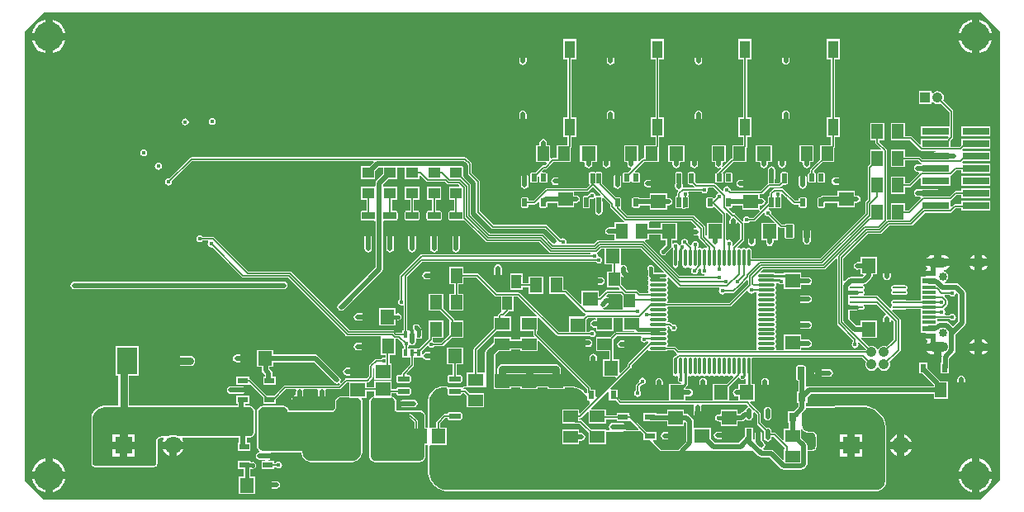
<source format=gbr>
%TF.GenerationSoftware,Altium Limited,Altium Designer,21.0.9 (235)*%
G04 Layer_Physical_Order=1*
G04 Layer_Color=255*
%FSLAX45Y45*%
%MOMM*%
%TF.SameCoordinates,23D9C264-9E25-4532-ABEF-1D24AEF7D3CB*%
%TF.FilePolarity,Positive*%
%TF.FileFunction,Copper,L1,Top,Signal*%
%TF.Part,Single*%
G01*
G75*
%TA.AperFunction,SMDPad,CuDef*%
G04:AMPARAMS|DCode=10|XSize=1.3mm|YSize=0.76mm|CornerRadius=0.095mm|HoleSize=0mm|Usage=FLASHONLY|Rotation=270.000|XOffset=0mm|YOffset=0mm|HoleType=Round|Shape=RoundedRectangle|*
%AMROUNDEDRECTD10*
21,1,1.30000,0.57000,0,0,270.0*
21,1,1.11000,0.76000,0,0,270.0*
1,1,0.19000,-0.28500,-0.55500*
1,1,0.19000,-0.28500,0.55500*
1,1,0.19000,0.28500,0.55500*
1,1,0.19000,0.28500,-0.55500*
%
%ADD10ROUNDEDRECTD10*%
%ADD11R,2.79000X0.74000*%
%ADD12R,1.05000X0.60000*%
%ADD13R,1.50000X1.45000*%
%ADD14R,1.20000X1.50000*%
%ADD15R,1.10000X1.80000*%
%ADD16R,1.50000X1.20000*%
%ADD17R,0.63000X0.83000*%
%ADD18R,2.15900X2.74300*%
%ADD19R,1.20000X1.10000*%
G04:AMPARAMS|DCode=20|XSize=1.3mm|YSize=0.76mm|CornerRadius=0.095mm|HoleSize=0mm|Usage=FLASHONLY|Rotation=180.000|XOffset=0mm|YOffset=0mm|HoleType=Round|Shape=RoundedRectangle|*
%AMROUNDEDRECTD20*
21,1,1.30000,0.57000,0,0,180.0*
21,1,1.11000,0.76000,0,0,180.0*
1,1,0.19000,-0.55500,0.28500*
1,1,0.19000,0.55500,0.28500*
1,1,0.19000,0.55500,-0.28500*
1,1,0.19000,-0.55500,-0.28500*
%
%ADD20ROUNDEDRECTD20*%
G04:AMPARAMS|DCode=21|XSize=0.55mm|YSize=0.8mm|CornerRadius=0.0495mm|HoleSize=0mm|Usage=FLASHONLY|Rotation=0.000|XOffset=0mm|YOffset=0mm|HoleType=Round|Shape=RoundedRectangle|*
%AMROUNDEDRECTD21*
21,1,0.55000,0.70100,0,0,0.0*
21,1,0.45100,0.80000,0,0,0.0*
1,1,0.09900,0.22550,-0.35050*
1,1,0.09900,-0.22550,-0.35050*
1,1,0.09900,-0.22550,0.35050*
1,1,0.09900,0.22550,0.35050*
%
%ADD21ROUNDEDRECTD21*%
G04:AMPARAMS|DCode=22|XSize=0.45mm|YSize=1.05mm|CornerRadius=0.0495mm|HoleSize=0mm|Usage=FLASHONLY|Rotation=180.000|XOffset=0mm|YOffset=0mm|HoleType=Round|Shape=RoundedRectangle|*
%AMROUNDEDRECTD22*
21,1,0.45000,0.95100,0,0,180.0*
21,1,0.35100,1.05000,0,0,180.0*
1,1,0.09900,-0.17550,0.47550*
1,1,0.09900,0.17550,0.47550*
1,1,0.09900,0.17550,-0.47550*
1,1,0.09900,-0.17550,-0.47550*
%
%ADD22ROUNDEDRECTD22*%
%ADD23R,1.45000X1.50000*%
%ADD24R,0.80000X0.90000*%
G04:AMPARAMS|DCode=25|XSize=1.15564mm|YSize=0.52981mm|CornerRadius=0.2649mm|HoleSize=0mm|Usage=FLASHONLY|Rotation=90.000|XOffset=0mm|YOffset=0mm|HoleType=Round|Shape=RoundedRectangle|*
%AMROUNDEDRECTD25*
21,1,1.15564,0.00000,0,0,90.0*
21,1,0.62584,0.52981,0,0,90.0*
1,1,0.52980,0.00000,0.31292*
1,1,0.52980,0.00000,-0.31292*
1,1,0.52980,0.00000,-0.31292*
1,1,0.52980,0.00000,0.31292*
%
%ADD25ROUNDEDRECTD25*%
%ADD26R,0.52981X1.15564*%
%ADD27R,1.00000X1.40000*%
%ADD28R,0.40000X0.65000*%
%ADD29R,1.00000X0.60000*%
%ADD30R,1.35000X1.85000*%
%ADD31O,0.30000X1.80000*%
%ADD32O,1.80000X0.30000*%
%TA.AperFunction,ConnectorPad*%
%ADD33R,1.45000X0.60000*%
%ADD34R,1.45000X0.30000*%
%TA.AperFunction,SMDPad,CuDef*%
G04:AMPARAMS|DCode=35|XSize=1.5mm|YSize=5mm|CornerRadius=0.375mm|HoleSize=0mm|Usage=FLASHONLY|Rotation=180.000|XOffset=0mm|YOffset=0mm|HoleType=Round|Shape=RoundedRectangle|*
%AMROUNDEDRECTD35*
21,1,1.50000,4.25000,0,0,180.0*
21,1,0.75000,5.00000,0,0,180.0*
1,1,0.75000,-0.37500,2.12500*
1,1,0.75000,0.37500,2.12500*
1,1,0.75000,0.37500,-2.12500*
1,1,0.75000,-0.37500,-2.12500*
%
%ADD35ROUNDEDRECTD35*%
%ADD36R,1.20000X1.40000*%
%ADD37O,1.40000X0.25000*%
G04:AMPARAMS|DCode=38|XSize=0.55mm|YSize=1.25mm|CornerRadius=0.0495mm|HoleSize=0mm|Usage=FLASHONLY|Rotation=270.000|XOffset=0mm|YOffset=0mm|HoleType=Round|Shape=RoundedRectangle|*
%AMROUNDEDRECTD38*
21,1,0.55000,1.15100,0,0,270.0*
21,1,0.45100,1.25000,0,0,270.0*
1,1,0.09900,-0.57550,-0.22550*
1,1,0.09900,-0.57550,0.22550*
1,1,0.09900,0.57550,0.22550*
1,1,0.09900,0.57550,-0.22550*
%
%ADD38ROUNDEDRECTD38*%
%TA.AperFunction,Conductor*%
%ADD39C,0.12700*%
%ADD40C,0.38100*%
%ADD41C,0.50800*%
%ADD42C,0.15240*%
%ADD43C,0.25400*%
%ADD44C,0.45000*%
%ADD45C,0.76200*%
%TA.AperFunction,ComponentPad*%
%ADD46C,1.05000*%
%ADD47R,1.05000X1.05000*%
%ADD48R,1.80000X1.80000*%
%TA.AperFunction,ViaPad*%
%ADD49C,3.00000*%
%TA.AperFunction,ComponentPad*%
%ADD50O,1.60000X1.00000*%
%ADD51O,2.10000X1.00000*%
%ADD52C,0.85000*%
%ADD53C,1.80000*%
%ADD54O,22.00000X0.50000*%
%TA.AperFunction,ViaPad*%
%ADD55C,0.45000*%
%ADD56C,1.27000*%
G36*
X10000000Y4800000D02*
Y200000D01*
X9800000Y0D01*
X200000D01*
X0Y200000D01*
Y4800000D01*
X0D01*
X200000Y5000000D01*
X9800000D01*
X10000000Y4800000D01*
D02*
G37*
%LPC*%
G36*
X9788100Y4921735D02*
Y4788100D01*
X9921735D01*
X9912833Y4817447D01*
X9896545Y4847918D01*
X9874627Y4874627D01*
X9847919Y4896545D01*
X9817447Y4912832D01*
X9788100Y4921735D01*
D02*
G37*
G36*
X9711900D02*
X9682553Y4912832D01*
X9652082Y4896545D01*
X9625373Y4874627D01*
X9603455Y4847918D01*
X9587168Y4817447D01*
X9578265Y4788100D01*
X9711900D01*
Y4921735D01*
D02*
G37*
G36*
X288100D02*
Y4788100D01*
X421735D01*
X412833Y4817447D01*
X396545Y4847918D01*
X374627Y4874627D01*
X347919Y4896545D01*
X317447Y4912832D01*
X288100Y4921735D01*
D02*
G37*
G36*
X211900D02*
X182553Y4912832D01*
X152081Y4896545D01*
X125373Y4874627D01*
X103455Y4847918D01*
X87167Y4817447D01*
X78265Y4788100D01*
X211900D01*
Y4921735D01*
D02*
G37*
G36*
X9921735Y4711900D02*
X9788100D01*
Y4578265D01*
X9817447Y4587167D01*
X9847919Y4603455D01*
X9874627Y4625373D01*
X9896545Y4652081D01*
X9912833Y4682552D01*
X9921735Y4711900D01*
D02*
G37*
G36*
X9711900D02*
X9578265D01*
X9587168Y4682552D01*
X9603455Y4652081D01*
X9625373Y4625373D01*
X9652082Y4603455D01*
X9682553Y4587167D01*
X9711900Y4578265D01*
Y4711900D01*
D02*
G37*
G36*
X421735D02*
X288100D01*
Y4578265D01*
X317447Y4587167D01*
X347919Y4603455D01*
X374627Y4625373D01*
X396545Y4652081D01*
X412833Y4682552D01*
X421735Y4711900D01*
D02*
G37*
G36*
X211900D02*
X78265D01*
X87167Y4682552D01*
X103455Y4652081D01*
X125373Y4625373D01*
X152081Y4603455D01*
X182553Y4587167D01*
X211900Y4578265D01*
Y4711900D01*
D02*
G37*
G36*
X7807960Y4660506D02*
X7793094Y4657549D01*
X7780491Y4649128D01*
X7772071Y4636526D01*
X7769113Y4621660D01*
Y4500880D01*
X7772071Y4486014D01*
X7780491Y4473411D01*
X7793094Y4464991D01*
X7807960Y4462033D01*
X7822826Y4464991D01*
X7835429Y4473411D01*
X7843849Y4486014D01*
X7846807Y4500880D01*
Y4621660D01*
X7843849Y4636526D01*
X7835429Y4649128D01*
X7822826Y4657549D01*
X7807960Y4660506D01*
D02*
G37*
G36*
X6911340Y4657966D02*
X6896474Y4655009D01*
X6883871Y4646588D01*
X6875451Y4633986D01*
X6872493Y4619120D01*
Y4498340D01*
X6875451Y4483474D01*
X6883871Y4470871D01*
X6896474Y4462451D01*
X6911340Y4459493D01*
X6926206Y4462451D01*
X6938809Y4470871D01*
X6947229Y4483474D01*
X6950187Y4498340D01*
Y4619120D01*
X6947229Y4633986D01*
X6938809Y4646588D01*
X6926206Y4655009D01*
X6911340Y4657966D01*
D02*
G37*
G36*
X6009640D02*
X5994774Y4655009D01*
X5982171Y4646588D01*
X5973751Y4633986D01*
X5970793Y4619120D01*
Y4498340D01*
X5973751Y4483474D01*
X5982171Y4470871D01*
X5994774Y4462451D01*
X6009640Y4459493D01*
X6024506Y4462451D01*
X6037109Y4470871D01*
X6045529Y4483474D01*
X6048487Y4498340D01*
Y4619120D01*
X6045529Y4633986D01*
X6037109Y4646588D01*
X6024506Y4655009D01*
X6009640Y4657966D01*
D02*
G37*
G36*
X5109501Y4658945D02*
X5094635Y4655988D01*
X5082032Y4647568D01*
X5073611Y4634965D01*
X5070654Y4620099D01*
X5071633Y4615176D01*
Y4498340D01*
X5074591Y4483474D01*
X5083011Y4470871D01*
X5095614Y4462451D01*
X5110480Y4459493D01*
X5125346Y4462451D01*
X5137949Y4470871D01*
X5146369Y4483474D01*
X5149327Y4498340D01*
Y4619120D01*
X5146369Y4633986D01*
X5137949Y4646588D01*
X5136969Y4647568D01*
X5124367Y4655988D01*
X5109501Y4658945D01*
D02*
G37*
G36*
X9363500Y4190763D02*
X9346479Y4188522D01*
X9330619Y4181952D01*
X9316999Y4171501D01*
X9314400Y4168115D01*
X9301700Y4172426D01*
Y4190200D01*
X9171300D01*
Y4059800D01*
X9301700D01*
Y4077574D01*
X9314400Y4081885D01*
X9316999Y4078499D01*
X9330619Y4068048D01*
X9346479Y4061478D01*
X9363500Y4059237D01*
X9380520Y4061478D01*
X9393979Y4067053D01*
X9485627Y3975405D01*
Y3830700D01*
X9194300D01*
Y3731300D01*
X9472772D01*
X9478033Y3718600D01*
X9465916Y3706483D01*
X9464056Y3703700D01*
X9194300D01*
Y3646821D01*
X9182567Y3641961D01*
X9104443Y3720084D01*
X9098142Y3724295D01*
X9090709Y3725773D01*
X9027700D01*
Y3862700D01*
X8882300D01*
Y3687300D01*
X9006772D01*
X9008650Y3686927D01*
X9008651Y3686927D01*
X9082664D01*
X9185375Y3584216D01*
X9191676Y3580005D01*
X9199109Y3578526D01*
X9199110Y3578527D01*
X9346452D01*
X9346500Y3565847D01*
X9331634Y3562889D01*
X9319031Y3554469D01*
X9310611Y3541866D01*
X9307653Y3527000D01*
X9310611Y3512134D01*
X9316665Y3503073D01*
X9312103Y3491592D01*
X9311039Y3490373D01*
X9207155D01*
X9183793Y3513734D01*
X9177492Y3517945D01*
X9170059Y3519423D01*
X9027700D01*
Y3587700D01*
X8882300D01*
Y3412300D01*
X9027700D01*
Y3480577D01*
X9162013D01*
X9185375Y3457216D01*
X9191676Y3453005D01*
X9199109Y3451527D01*
X9199061Y3438847D01*
X9160300D01*
X9145434Y3435889D01*
X9132831Y3427469D01*
X9124411Y3414866D01*
X9121453Y3400000D01*
X9124411Y3385134D01*
X9132831Y3372531D01*
X9145434Y3364111D01*
X9160300Y3361154D01*
X9167919D01*
X9173180Y3348454D01*
X9069150Y3244423D01*
X9027700D01*
Y3312700D01*
X8882300D01*
Y3137300D01*
X9027700D01*
Y3205577D01*
X9077195D01*
X9084628Y3207056D01*
X9090929Y3211266D01*
X9182567Y3302903D01*
X9194300Y3298043D01*
Y3223300D01*
X9498700D01*
Y3322700D01*
X9507625Y3330216D01*
X9557986Y3380577D01*
X9601300D01*
Y3350300D01*
X9905700D01*
Y3449700D01*
X9619129D01*
X9613869Y3462400D01*
X9628769Y3477300D01*
X9905700D01*
Y3576700D01*
X9619129D01*
X9613869Y3589400D01*
X9628769Y3604300D01*
X9905700D01*
Y3703700D01*
X9601300D01*
Y3631769D01*
X9586904Y3617373D01*
X9498700D01*
Y3682773D01*
X9499073Y3684650D01*
Y3684703D01*
X9518784Y3704414D01*
X9518784Y3704414D01*
X9522995Y3710716D01*
X9524473Y3718149D01*
Y3983448D01*
X9524473Y3983450D01*
X9522995Y3990883D01*
X9518784Y3997184D01*
X9518784Y3997185D01*
X9421447Y4094521D01*
X9427022Y4107979D01*
X9429263Y4125000D01*
X9427022Y4142020D01*
X9420452Y4157881D01*
X9410001Y4171501D01*
X9396381Y4181952D01*
X9380520Y4188522D01*
X9363500Y4190763D01*
D02*
G37*
G36*
X1925000Y3913389D02*
X1911266Y3910657D01*
X1899622Y3902878D01*
X1891843Y3891234D01*
X1889111Y3877500D01*
X1891843Y3863766D01*
X1899622Y3852122D01*
X1911266Y3844343D01*
X1925000Y3841611D01*
X1938734Y3844343D01*
X1950378Y3852122D01*
X1958157Y3863766D01*
X1960889Y3877500D01*
X1958157Y3891234D01*
X1950378Y3902878D01*
X1938734Y3910657D01*
X1925000Y3913389D01*
D02*
G37*
G36*
X1650000Y3910890D02*
X1636266Y3908158D01*
X1624622Y3900378D01*
X1616843Y3888734D01*
X1614111Y3875000D01*
X1616843Y3861266D01*
X1624622Y3849622D01*
X1636266Y3841843D01*
X1650000Y3839111D01*
X1663734Y3841843D01*
X1675378Y3849622D01*
X1683157Y3861266D01*
X1685889Y3875000D01*
X1683157Y3888734D01*
X1675378Y3900378D01*
X1663734Y3908158D01*
X1650000Y3910890D01*
D02*
G37*
G36*
X7807960Y3993627D02*
X7793094Y3990669D01*
X7780491Y3982249D01*
X7772071Y3969646D01*
X7769113Y3954780D01*
Y3823619D01*
X7772071Y3808754D01*
X7780491Y3796151D01*
X7793094Y3787730D01*
X7807960Y3784773D01*
X7822826Y3787730D01*
X7835429Y3796151D01*
X7843849Y3808754D01*
X7846807Y3823619D01*
Y3954780D01*
X7843849Y3969646D01*
X7835429Y3982249D01*
X7822826Y3990669D01*
X7807960Y3993627D01*
D02*
G37*
G36*
X6911340Y3991087D02*
X6896474Y3988129D01*
X6883871Y3979709D01*
X6875451Y3967106D01*
X6872493Y3952240D01*
Y3821079D01*
X6875451Y3806214D01*
X6883871Y3793611D01*
X6896474Y3785190D01*
X6911340Y3782233D01*
X6926206Y3785190D01*
X6938809Y3793611D01*
X6947229Y3806214D01*
X6950187Y3821079D01*
Y3952240D01*
X6947229Y3967106D01*
X6938809Y3979709D01*
X6926206Y3988129D01*
X6911340Y3991087D01*
D02*
G37*
G36*
X6009640D02*
X5994774Y3988129D01*
X5982171Y3979709D01*
X5973751Y3967106D01*
X5970793Y3952240D01*
Y3821079D01*
X5973751Y3806214D01*
X5982171Y3793611D01*
X5994774Y3785190D01*
X6009640Y3782233D01*
X6024506Y3785190D01*
X6037109Y3793611D01*
X6045529Y3806214D01*
X6048487Y3821079D01*
Y3952240D01*
X6045529Y3967106D01*
X6037109Y3979709D01*
X6024506Y3988129D01*
X6009640Y3991087D01*
D02*
G37*
G36*
X5110480D02*
X5095614Y3988129D01*
X5083011Y3979709D01*
X5074591Y3967106D01*
X5071633Y3952240D01*
Y3825025D01*
X5070654Y3820100D01*
X5073611Y3805234D01*
X5082032Y3792631D01*
X5094634Y3784210D01*
X5109500Y3781253D01*
X5124366Y3784210D01*
X5136969Y3792631D01*
X5137949Y3793611D01*
X5146369Y3806214D01*
X5149327Y3821079D01*
Y3952240D01*
X5146369Y3967106D01*
X5137949Y3979709D01*
X5125346Y3988129D01*
X5110480Y3991087D01*
D02*
G37*
G36*
X9905700Y3830700D02*
X9601300D01*
Y3731300D01*
X9905700D01*
Y3830700D01*
D02*
G37*
G36*
X1225000Y3593390D02*
X1211266Y3590658D01*
X1199622Y3582878D01*
X1191843Y3571234D01*
X1189111Y3557500D01*
X1191843Y3543766D01*
X1199622Y3532122D01*
X1211266Y3524343D01*
X1225000Y3521611D01*
X1238734Y3524343D01*
X1250378Y3532122D01*
X1258158Y3543766D01*
X1260890Y3557500D01*
X1258158Y3571234D01*
X1250378Y3582878D01*
X1238734Y3590658D01*
X1225000Y3593390D01*
D02*
G37*
G36*
X6557200Y4722799D02*
X6421800D01*
Y4517399D01*
X6470077D01*
Y3922800D01*
X6421800D01*
Y3717401D01*
X6468782D01*
Y3637700D01*
X6357300D01*
Y3503338D01*
X6342621D01*
X6342620Y3503338D01*
X6334691Y3501761D01*
X6327970Y3497270D01*
X6327969Y3497269D01*
X6305400Y3474700D01*
X6292700Y3479960D01*
Y3637700D01*
X6147300D01*
Y3462300D01*
X6168794D01*
X6181151Y3459667D01*
Y3439800D01*
X6184108Y3424934D01*
X6192529Y3412332D01*
X6205132Y3403911D01*
X6214739Y3402000D01*
X6219614Y3388914D01*
X6186246Y3355546D01*
X6152450D01*
X6145564Y3354176D01*
X6139725Y3350275D01*
X6135824Y3344437D01*
X6134455Y3337550D01*
Y3267450D01*
X6135824Y3260563D01*
X6139725Y3254725D01*
X6145564Y3250824D01*
X6152450Y3249455D01*
X6197550D01*
X6204437Y3250824D01*
X6210275Y3254725D01*
X6214176Y3260563D01*
X6215546Y3267450D01*
Y3314209D01*
X6216755Y3315017D01*
X6229455Y3308228D01*
Y3267450D01*
X6230824Y3260563D01*
X6234725Y3254725D01*
X6240564Y3250824D01*
X6247450Y3249455D01*
X6292550D01*
X6299437Y3250824D01*
X6305275Y3254725D01*
X6309176Y3260563D01*
X6310546Y3267450D01*
Y3337550D01*
X6309176Y3344437D01*
X6305275Y3350275D01*
X6299437Y3354176D01*
X6292550Y3355546D01*
X6262806D01*
X6257546Y3368246D01*
X6351201Y3461902D01*
X6377619D01*
X6377620Y3461902D01*
X6379623Y3462300D01*
X6502700D01*
Y3608400D01*
X6504150Y3609850D01*
X6508641Y3616571D01*
X6510218Y3624500D01*
X6510218Y3624501D01*
Y3717401D01*
X6557200D01*
Y3922800D01*
X6508923D01*
Y4517399D01*
X6557200D01*
Y4722799D01*
D02*
G37*
G36*
X5657200D02*
X5521800D01*
Y4517399D01*
X5570077D01*
Y3922800D01*
X5521800D01*
Y3717401D01*
X5568782D01*
Y3637700D01*
X5457300D01*
Y3503338D01*
X5416357D01*
X5408429Y3501761D01*
X5405400Y3499737D01*
X5393624Y3504533D01*
X5392700Y3505363D01*
Y3637700D01*
X5358847D01*
Y3640333D01*
X5358846Y3640335D01*
Y3660201D01*
X5355889Y3675067D01*
X5347468Y3687670D01*
X5334865Y3696090D01*
X5320000Y3699047D01*
X5305134Y3696090D01*
X5292531Y3687670D01*
X5284110Y3675067D01*
X5281153Y3660201D01*
Y3640333D01*
X5268800Y3637700D01*
X5247300D01*
Y3462300D01*
X5350144D01*
X5355004Y3450567D01*
X5333905Y3429468D01*
X5318750D01*
X5310821Y3427891D01*
X5304100Y3423400D01*
X5304099Y3423399D01*
X5236246Y3355546D01*
X5202450D01*
X5195564Y3354176D01*
X5189725Y3350275D01*
X5185825Y3344437D01*
X5184455Y3337550D01*
Y3267450D01*
X5185825Y3260563D01*
X5189725Y3254725D01*
X5195564Y3250824D01*
X5202450Y3249455D01*
X5247550D01*
X5254437Y3250824D01*
X5260275Y3254725D01*
X5264176Y3260563D01*
X5265546Y3267450D01*
Y3314209D01*
X5266755Y3315017D01*
X5279455Y3308229D01*
Y3267450D01*
X5280825Y3260563D01*
X5284726Y3254725D01*
X5290564Y3250824D01*
X5297450Y3249455D01*
X5342550D01*
X5349437Y3250824D01*
X5355275Y3254725D01*
X5359176Y3260563D01*
X5360546Y3267450D01*
Y3337550D01*
X5359176Y3344437D01*
X5355275Y3350275D01*
X5349437Y3354176D01*
X5342550Y3355546D01*
X5312806D01*
X5307546Y3368246D01*
X5327331Y3388032D01*
X5342486D01*
X5342487Y3388032D01*
X5350416Y3389609D01*
X5357137Y3394100D01*
X5424939Y3461902D01*
X5477619D01*
X5477620Y3461902D01*
X5479623Y3462300D01*
X5602700D01*
Y3608400D01*
X5604150Y3609850D01*
X5608641Y3616571D01*
X5610218Y3624500D01*
X5610218Y3624501D01*
Y3717401D01*
X5657200D01*
Y3922800D01*
X5608923D01*
Y4517399D01*
X5657200D01*
Y4722799D01*
D02*
G37*
G36*
X7457200D02*
X7321800D01*
Y4517399D01*
X7370077D01*
Y3922800D01*
X7321800D01*
Y3717401D01*
X7368782D01*
Y3637700D01*
X7257300D01*
Y3502280D01*
X7254692Y3501761D01*
X7247970Y3497270D01*
X7247970Y3497269D01*
X7162164Y3411464D01*
X7152299Y3419560D01*
X7155890Y3424934D01*
X7158848Y3439800D01*
Y3459667D01*
X7170302Y3462109D01*
X7171203Y3462300D01*
X7192700D01*
Y3637700D01*
X7047300D01*
Y3462300D01*
X7081153D01*
Y3459669D01*
X7081154Y3459664D01*
Y3439800D01*
X7084112Y3424934D01*
X7092532Y3412332D01*
X7105135Y3403911D01*
X7120001Y3400954D01*
X7134867Y3403911D01*
X7140241Y3407502D01*
X7148337Y3397637D01*
X7110350Y3359650D01*
X7107608Y3355546D01*
X7102450D01*
X7095563Y3354176D01*
X7089725Y3350275D01*
X7085824Y3344437D01*
X7084454Y3337550D01*
Y3267450D01*
X7085824Y3260563D01*
X7089725Y3254725D01*
X7095563Y3250824D01*
X7102450Y3249455D01*
X7147550D01*
X7154437Y3250824D01*
X7160275Y3254725D01*
X7164176Y3260563D01*
X7165545Y3267450D01*
Y3322115D01*
X7165598Y3322380D01*
X7165545Y3322646D01*
Y3337550D01*
X7164176Y3344437D01*
X7160275Y3350275D01*
X7160212Y3350912D01*
X7271202Y3461902D01*
X7277619D01*
X7277620Y3461902D01*
X7279623Y3462300D01*
X7402700D01*
Y3608400D01*
X7404150Y3609850D01*
X7408641Y3616571D01*
X7410218Y3624500D01*
X7410218Y3624501D01*
Y3717401D01*
X7457200D01*
Y3922800D01*
X7408923D01*
Y4517399D01*
X7457200D01*
Y4722799D01*
D02*
G37*
G36*
X8092700Y3637700D02*
X7947300D01*
Y3462300D01*
X7968798D01*
X7981153Y3459667D01*
Y3439800D01*
X7984110Y3424934D01*
X7992531Y3412332D01*
X8005133Y3403911D01*
X8019999Y3400954D01*
X8034865Y3403911D01*
X8047468Y3412332D01*
X8055889Y3424934D01*
X8058846Y3439800D01*
Y3459665D01*
X8058846Y3459668D01*
Y3462300D01*
X8092700D01*
Y3637700D01*
D02*
G37*
G36*
X7767500Y3588847D02*
X7752634Y3585889D01*
X7740031Y3577469D01*
X7731610Y3564866D01*
X7728653Y3550000D01*
Y3459677D01*
X7728651Y3459667D01*
Y3439800D01*
X7731608Y3424934D01*
X7740029Y3412332D01*
X7752632Y3403911D01*
X7767498Y3400954D01*
X7782364Y3403911D01*
X7794966Y3412332D01*
X7803387Y3424934D01*
X7806344Y3439800D01*
Y3459659D01*
X7806346Y3459669D01*
Y3550000D01*
X7803389Y3564866D01*
X7794968Y3577469D01*
X7782366Y3585889D01*
X7767500Y3588847D01*
D02*
G37*
G36*
X7667700Y3637700D02*
X7497300D01*
Y3462300D01*
X7531299D01*
X7543653Y3459668D01*
Y3439800D01*
X7546610Y3424934D01*
X7555031Y3412332D01*
X7567634Y3403911D01*
X7582499Y3400954D01*
X7597365Y3403911D01*
X7609968Y3412332D01*
X7618389Y3424934D01*
X7621346Y3439800D01*
Y3459666D01*
X7621346Y3459668D01*
Y3462300D01*
X7667700D01*
Y3637700D01*
D02*
G37*
G36*
X6867500Y3588847D02*
X6852634Y3585889D01*
X6840031Y3577469D01*
X6831610Y3564866D01*
X6828653Y3550000D01*
Y3459669D01*
X6828653Y3459668D01*
Y3439800D01*
X6831610Y3424934D01*
X6840031Y3412332D01*
X6852634Y3403911D01*
X6867500Y3400954D01*
X6882365Y3403911D01*
X6894968Y3412332D01*
X6903389Y3424934D01*
X6906346Y3439800D01*
Y3459667D01*
X6906346Y3459668D01*
Y3550000D01*
X6903389Y3564866D01*
X6894968Y3577469D01*
X6882366Y3585889D01*
X6867500Y3588847D01*
D02*
G37*
G36*
X6767700Y3637700D02*
X6597300D01*
Y3462300D01*
X6643653D01*
Y3459669D01*
X6643655Y3459662D01*
Y3439800D01*
X6646612Y3424934D01*
X6655033Y3412332D01*
X6667635Y3403911D01*
X6682501Y3400954D01*
X6697367Y3403911D01*
X6709970Y3412332D01*
X6718391Y3424934D01*
X6721348Y3439800D01*
Y3459667D01*
X6733703Y3462300D01*
X6767700D01*
Y3637700D01*
D02*
G37*
G36*
X5967500Y3588847D02*
X5952634Y3585889D01*
X5940031Y3577469D01*
X5931610Y3564866D01*
X5928653Y3550000D01*
Y3459669D01*
X5928655Y3459661D01*
Y3439800D01*
X5931612Y3424934D01*
X5940033Y3412332D01*
X5952636Y3403911D01*
X5967501Y3400954D01*
X5982367Y3403911D01*
X5994970Y3412332D01*
X6003391Y3424934D01*
X6006348Y3439800D01*
Y3459667D01*
X6006346Y3459675D01*
Y3550000D01*
X6003389Y3564866D01*
X5994968Y3577469D01*
X5982366Y3585889D01*
X5967500Y3588847D01*
D02*
G37*
G36*
X5867700Y3637700D02*
X5697300D01*
Y3462300D01*
X5731294D01*
X5743651Y3459667D01*
Y3439800D01*
X5746609Y3424934D01*
X5755029Y3412332D01*
X5767632Y3403911D01*
X5782498Y3400954D01*
X5797364Y3403911D01*
X5809967Y3412332D01*
X5818387Y3424934D01*
X5821344Y3439800D01*
Y3459659D01*
X5821346Y3459669D01*
Y3462300D01*
X5867700D01*
Y3637700D01*
D02*
G37*
G36*
X1372500Y3455889D02*
X1358766Y3453157D01*
X1347122Y3445378D01*
X1339343Y3433734D01*
X1336610Y3420000D01*
X1339343Y3406266D01*
X1347122Y3394622D01*
X1358766Y3386843D01*
X1372500Y3384111D01*
X1386234Y3386843D01*
X1397878Y3394622D01*
X1405657Y3406266D01*
X1408389Y3420000D01*
X1405657Y3433734D01*
X1397878Y3445378D01*
X1386234Y3453157D01*
X1372500Y3455889D01*
D02*
G37*
G36*
X8192550Y3355546D02*
X8147450D01*
X8140563Y3354176D01*
X8134725Y3350275D01*
X8130824Y3344437D01*
X8129454Y3337550D01*
Y3267450D01*
X8130824Y3260563D01*
X8134725Y3254725D01*
X8140563Y3250824D01*
X8147450Y3249455D01*
X8192550D01*
X8199436Y3250824D01*
X8205275Y3254725D01*
X8209176Y3260563D01*
X8210545Y3267450D01*
Y3337550D01*
X8209176Y3344437D01*
X8205275Y3350275D01*
X8199436Y3354176D01*
X8192550Y3355546D01*
D02*
G37*
G36*
X8357200Y4722799D02*
X8221800D01*
Y4517399D01*
X8270077D01*
Y3922800D01*
X8221800D01*
Y3717401D01*
X8268782D01*
Y3637700D01*
X8157300D01*
Y3491600D01*
X8060350Y3394650D01*
X8055859Y3387928D01*
X8054282Y3380000D01*
X8054282Y3379999D01*
Y3355546D01*
X8052450D01*
X8045563Y3354176D01*
X8039725Y3350275D01*
X8035824Y3344437D01*
X8034454Y3337550D01*
Y3267450D01*
X8035824Y3260563D01*
X8039725Y3254725D01*
X8045563Y3250824D01*
X8052450Y3249455D01*
X8097550D01*
X8104436Y3250824D01*
X8110275Y3254725D01*
X8114176Y3260563D01*
X8115545Y3267450D01*
Y3337550D01*
X8114176Y3344437D01*
X8110275Y3350275D01*
X8104436Y3354176D01*
X8097550Y3355546D01*
X8095718D01*
Y3371418D01*
X8186600Y3462300D01*
X8302700D01*
Y3608400D01*
X8304150Y3609850D01*
X8308641Y3616571D01*
X8310218Y3624500D01*
X8310218Y3624501D01*
Y3717401D01*
X8357200D01*
Y3922800D01*
X8308923D01*
Y4517399D01*
X8357200D01*
Y4722799D01*
D02*
G37*
G36*
X7242550Y3355546D02*
X7197450D01*
X7190563Y3354176D01*
X7184725Y3350275D01*
X7180824Y3344437D01*
X7179455Y3337550D01*
Y3267450D01*
X7180824Y3260563D01*
X7184725Y3254725D01*
X7190563Y3250824D01*
X7197450Y3249455D01*
X7242550D01*
X7249437Y3250824D01*
X7255275Y3254725D01*
X7259176Y3260563D01*
X7260546Y3267450D01*
Y3337550D01*
X7259176Y3344437D01*
X7255275Y3350275D01*
X7249437Y3354176D01*
X7242550Y3355546D01*
D02*
G37*
G36*
X8334667Y3306348D02*
X8314799D01*
X8299934Y3303391D01*
X8287331Y3294970D01*
X8278910Y3282368D01*
X8275953Y3267502D01*
X8278910Y3252636D01*
X8287331Y3240033D01*
X8299934Y3231612D01*
X8314799Y3228655D01*
X8334659D01*
X8334668Y3228653D01*
X8425000D01*
X8439866Y3231611D01*
X8452468Y3240031D01*
X8460889Y3252634D01*
X8463846Y3267500D01*
X8460889Y3282366D01*
X8452468Y3294969D01*
X8439866Y3303389D01*
X8425000Y3306346D01*
X8334675D01*
X8334667Y3306348D01*
D02*
G37*
G36*
X5459667D02*
X5439797D01*
X5424931Y3303391D01*
X5412328Y3294970D01*
X5403907Y3282368D01*
X5400950Y3267502D01*
X5403907Y3252636D01*
X5412328Y3240033D01*
X5424931Y3231612D01*
X5439797Y3228655D01*
X5459659D01*
X5459668Y3228653D01*
X5550000D01*
X5564866Y3231611D01*
X5577469Y3240031D01*
X5585890Y3252634D01*
X5588847Y3267500D01*
X5585890Y3282366D01*
X5577469Y3294969D01*
X5564866Y3303389D01*
X5550000Y3306346D01*
X5459675D01*
X5459667Y3306348D01*
D02*
G37*
G36*
X9905700Y3322700D02*
X9601300D01*
Y3223300D01*
X9905700D01*
Y3322700D01*
D02*
G37*
G36*
X7359668Y3281348D02*
X7339800D01*
X7324935Y3278391D01*
X7312332Y3269970D01*
X7303911Y3257368D01*
X7300954Y3242502D01*
X7303911Y3227636D01*
X7312332Y3215033D01*
X7324935Y3206612D01*
X7339800Y3203655D01*
X7359660D01*
X7359669Y3203653D01*
X7450000D01*
X7464866Y3206611D01*
X7477469Y3215031D01*
X7485890Y3227634D01*
X7488847Y3242500D01*
X7485890Y3257366D01*
X7477469Y3269969D01*
X7464866Y3278389D01*
X7450000Y3281346D01*
X7359676D01*
X7359668Y3281348D01*
D02*
G37*
G36*
X6409666D02*
X6389796D01*
X6374930Y3278391D01*
X6362327Y3269970D01*
X6353907Y3257368D01*
X6350949Y3242502D01*
X6353907Y3227636D01*
X6362327Y3215033D01*
X6374930Y3206612D01*
X6389796Y3203655D01*
X6409659D01*
X6409667Y3203653D01*
X6500000D01*
X6514866Y3206611D01*
X6527469Y3215031D01*
X6535889Y3227634D01*
X6538846Y3242500D01*
X6535889Y3257366D01*
X6527469Y3269969D01*
X6514866Y3278389D01*
X6500000Y3281346D01*
X6409675D01*
X6409666Y3281348D01*
D02*
G37*
G36*
X7980000Y3341347D02*
X7965134Y3338390D01*
X7952531Y3329969D01*
X7944111Y3317366D01*
X7941154Y3302500D01*
Y3247170D01*
X7941153Y3247166D01*
Y3227299D01*
X7944110Y3212433D01*
X7952531Y3199830D01*
X7965133Y3191409D01*
X7979999Y3188452D01*
X7994865Y3191409D01*
X8007468Y3199830D01*
X8015889Y3212433D01*
X8018846Y3227299D01*
Y3247163D01*
X8018847Y3247167D01*
Y3302500D01*
X8015889Y3317366D01*
X8007469Y3329969D01*
X7994866Y3338390D01*
X7980000Y3341347D01*
D02*
G37*
G36*
X6080000D02*
X6065134Y3338390D01*
X6052532Y3329969D01*
X6044111Y3317366D01*
X6041154Y3302500D01*
Y3247177D01*
X6041151Y3247165D01*
Y3227299D01*
X6044109Y3212433D01*
X6052529Y3199830D01*
X6065132Y3191409D01*
X6079998Y3188452D01*
X6094864Y3191409D01*
X6107467Y3199830D01*
X6115887Y3212433D01*
X6118845Y3227299D01*
Y3247156D01*
X6118847Y3247168D01*
Y3302500D01*
X6115890Y3317366D01*
X6107469Y3329969D01*
X6094866Y3338390D01*
X6080000Y3341347D01*
D02*
G37*
G36*
X5130000D02*
X5115135Y3338390D01*
X5102532Y3329969D01*
X5094111Y3317366D01*
X5091154Y3302500D01*
Y3247168D01*
X5091156Y3247158D01*
Y3227299D01*
X5094113Y3212433D01*
X5102534Y3199830D01*
X5115137Y3191409D01*
X5130002Y3188452D01*
X5144868Y3191409D01*
X5157471Y3199830D01*
X5165892Y3212433D01*
X5168849Y3227299D01*
Y3247166D01*
X5168847Y3247176D01*
Y3302500D01*
X5165890Y3317366D01*
X5157469Y3329969D01*
X5144866Y3338390D01*
X5130000Y3341347D01*
D02*
G37*
G36*
X6587700Y3142700D02*
X6412300D01*
Y3096347D01*
X6303671D01*
X6299437Y3099176D01*
X6292550Y3100546D01*
X6247450D01*
X6240564Y3099176D01*
X6234725Y3095275D01*
X6230824Y3089437D01*
X6229455Y3082550D01*
Y3012450D01*
X6230824Y3005563D01*
X6234725Y2999725D01*
X6240564Y2995824D01*
X6247450Y2994455D01*
X6292550D01*
X6299437Y2995824D01*
X6305275Y2999725D01*
X6309176Y3005563D01*
X6310546Y3012450D01*
Y3018654D01*
X6412300D01*
Y2972300D01*
X6587700D01*
Y3018654D01*
X6605880D01*
X6620746Y3021611D01*
X6633349Y3030032D01*
X6641770Y3042634D01*
X6644727Y3057500D01*
X6641770Y3072366D01*
X6633349Y3084969D01*
X6620746Y3093390D01*
X6605880Y3096347D01*
X6587700D01*
Y3142700D01*
D02*
G37*
G36*
X8512700Y3167700D02*
X8337300D01*
Y3121347D01*
X8192500D01*
X8177634Y3118389D01*
X8165031Y3109969D01*
X8155608Y3100546D01*
X8147450D01*
X8140563Y3099176D01*
X8134725Y3095275D01*
X8130824Y3089437D01*
X8129454Y3082550D01*
Y3012450D01*
X8130824Y3005563D01*
X8134725Y2999725D01*
X8140563Y2995824D01*
X8147450Y2994455D01*
X8192550D01*
X8199436Y2995824D01*
X8205275Y2999725D01*
X8209176Y3005563D01*
X8210545Y3012450D01*
Y3043654D01*
X8337300D01*
Y2997300D01*
X8512700D01*
Y3043654D01*
X8532940D01*
X8547806Y3046611D01*
X8560409Y3055031D01*
X8568829Y3067634D01*
X8571787Y3082500D01*
X8568829Y3097366D01*
X8560409Y3109969D01*
X8547806Y3118389D01*
X8532940Y3121347D01*
X8512700D01*
Y3167700D01*
D02*
G37*
G36*
X8817700Y3862700D02*
X8672300D01*
Y3687300D01*
X8725577D01*
Y3661941D01*
X8727055Y3654508D01*
X8731265Y3648207D01*
X8780039Y3599433D01*
X8775179Y3587700D01*
X8672300D01*
Y3439769D01*
X8652215Y3419684D01*
X8648005Y3413383D01*
X8646527Y3405950D01*
Y3076857D01*
X8626815Y3057146D01*
X8622605Y3050845D01*
X8621127Y3043412D01*
Y2937218D01*
X8159512Y2475603D01*
X7453243D01*
Y2555000D01*
X7451093Y2565808D01*
X7444971Y2574971D01*
X7435808Y2581093D01*
X7425000Y2583243D01*
X7414192Y2581093D01*
X7405030Y2574971D01*
X7394971D01*
X7385808Y2581093D01*
X7375000Y2583243D01*
X7364192Y2581093D01*
X7355030Y2574971D01*
X7344971D01*
X7335808Y2581093D01*
X7325000Y2583243D01*
X7319523Y2582153D01*
X7313267Y2593858D01*
X7372784Y2653375D01*
X7376994Y2659676D01*
X7378473Y2667109D01*
Y2832891D01*
X7378230Y2834114D01*
X7389659Y2841752D01*
X7392906Y2839583D01*
X7406640Y2836851D01*
X7420374Y2839583D01*
X7432018Y2847362D01*
X7435996Y2853317D01*
X7480240D01*
X7487673Y2854795D01*
X7493974Y2859006D01*
X7576861Y2941893D01*
X7583111Y2940315D01*
X7589608Y2936680D01*
X7591923Y2925046D01*
X7599702Y2913402D01*
X7611346Y2905623D01*
X7625080Y2902891D01*
X7634673Y2904799D01*
X7690039Y2849433D01*
X7685179Y2837700D01*
X7557300D01*
Y2662300D01*
X7591300D01*
X7603653Y2659667D01*
Y2639797D01*
X7606610Y2624931D01*
X7615031Y2612328D01*
X7627633Y2603907D01*
X7642499Y2600950D01*
X7657365Y2603907D01*
X7669968Y2612328D01*
X7678389Y2624931D01*
X7681346Y2639797D01*
Y2659666D01*
X7681346Y2659667D01*
Y2662300D01*
X7727700D01*
Y2795179D01*
X7739433Y2800039D01*
X7748956Y2790516D01*
X7748956Y2790516D01*
X7755258Y2786305D01*
X7762690Y2784827D01*
X7762692Y2784827D01*
X7792285D01*
Y2699600D01*
X7794008Y2690938D01*
X7798915Y2683595D01*
X7806258Y2678688D01*
X7814920Y2676965D01*
X7871920D01*
X7880582Y2678688D01*
X7887925Y2683595D01*
X7892832Y2690938D01*
X7894555Y2699600D01*
Y2810600D01*
X7892832Y2819262D01*
X7887925Y2826605D01*
X7880582Y2831512D01*
X7871920Y2833235D01*
X7814920D01*
X7806258Y2831512D01*
X7798915Y2826605D01*
X7796956Y2823673D01*
X7770736D01*
X7660083Y2934325D01*
X7660969Y2938780D01*
X7658237Y2952514D01*
X7650458Y2964158D01*
X7638814Y2971937D01*
X7633827Y2972930D01*
X7630958Y2986449D01*
X7634563Y2988993D01*
X7635563Y2988324D01*
X7642450Y2986954D01*
X7677550D01*
X7684436Y2988324D01*
X7690274Y2992225D01*
X7694725D01*
X7700563Y2988324D01*
X7707450Y2986954D01*
X7742550D01*
X7749436Y2988324D01*
X7755275Y2992225D01*
X7759175Y2998063D01*
X7760545Y3004950D01*
Y3100050D01*
X7759175Y3106937D01*
X7755275Y3112775D01*
X7754640Y3113199D01*
X7757297Y3117176D01*
X7760029Y3130910D01*
X7758745Y3137367D01*
X7770450Y3143623D01*
X7880307Y3033766D01*
X7886608Y3029556D01*
X7894041Y3028077D01*
X7939455D01*
Y3012450D01*
X7940824Y3005563D01*
X7944725Y2999725D01*
X7950563Y2995824D01*
X7957450Y2994455D01*
X8002550D01*
X8009437Y2995824D01*
X8015275Y2999725D01*
X8019176Y3005563D01*
X8020546Y3012450D01*
Y3082550D01*
X8019176Y3089437D01*
X8015275Y3095275D01*
X8009437Y3099176D01*
X8002550Y3100546D01*
X7957450D01*
X7950563Y3099176D01*
X7944725Y3095275D01*
X7940824Y3089437D01*
X7939455Y3082550D01*
Y3066923D01*
X7902086D01*
X7782815Y3186194D01*
X7776514Y3190405D01*
X7769081Y3191883D01*
X7688580D01*
X7681147Y3190405D01*
X7674846Y3186194D01*
X7674845Y3186194D01*
X7646906Y3158254D01*
X7642695Y3151953D01*
X7641217Y3144520D01*
Y3117800D01*
X7635563Y3116676D01*
X7629725Y3112775D01*
X7625824Y3106937D01*
X7624454Y3100050D01*
Y3044423D01*
X7550280Y2970249D01*
X7548075Y2970017D01*
X7537700Y2978019D01*
X7537700Y2983621D01*
Y3018654D01*
X7555840D01*
X7570706Y3021611D01*
X7583309Y3030032D01*
X7591730Y3042634D01*
X7594687Y3057500D01*
X7591730Y3072366D01*
X7583309Y3084969D01*
X7570706Y3093390D01*
X7555840Y3096347D01*
X7537700D01*
Y3131527D01*
X7557508D01*
X7564941Y3133005D01*
X7571243Y3137216D01*
X7640554Y3206527D01*
X7743500D01*
X7750933Y3208006D01*
X7757234Y3212216D01*
X7776973Y3231954D01*
X7807550D01*
X7814436Y3233324D01*
X7820274Y3237225D01*
X7824175Y3243063D01*
X7825545Y3249950D01*
Y3345050D01*
X7824175Y3351937D01*
X7820274Y3357775D01*
X7814436Y3361676D01*
X7807550Y3363046D01*
X7772450D01*
X7765563Y3361676D01*
X7759725Y3357775D01*
X7755824Y3351937D01*
X7754454Y3345050D01*
Y3264373D01*
X7735454Y3245373D01*
X7699301D01*
X7695545Y3249950D01*
Y3282120D01*
X7695889Y3282634D01*
X7698846Y3297500D01*
Y3380000D01*
X7695889Y3394866D01*
X7687468Y3407469D01*
X7674866Y3415890D01*
X7660000Y3418846D01*
X7645134Y3415890D01*
X7632531Y3407469D01*
X7624110Y3394866D01*
X7621153Y3380000D01*
Y3297500D01*
X7624110Y3282634D01*
X7624454Y3282120D01*
Y3249950D01*
X7625637Y3244006D01*
X7625075Y3243895D01*
X7618774Y3239684D01*
X7549463Y3170373D01*
X7250251D01*
X7239329Y3180080D01*
X7236597Y3193814D01*
X7228818Y3205458D01*
X7217174Y3213237D01*
X7203440Y3215969D01*
X7189706Y3213237D01*
X7178062Y3205458D01*
X7170283Y3193814D01*
X7167551Y3180080D01*
X7167610Y3179782D01*
X7157491Y3165553D01*
X7154722Y3165168D01*
X7084525Y3235364D01*
X7078224Y3239575D01*
X7070791Y3241053D01*
X6893915D01*
X6875545Y3259423D01*
Y3345050D01*
X6874175Y3351937D01*
X6870275Y3357775D01*
X6864436Y3361676D01*
X6857550Y3363046D01*
X6822450D01*
X6815563Y3361676D01*
X6809725Y3357775D01*
X6805824Y3351937D01*
X6804454Y3345050D01*
Y3249950D01*
X6805824Y3243063D01*
X6809725Y3237225D01*
X6815563Y3233324D01*
X6822450Y3231954D01*
X6848077D01*
X6867828Y3212203D01*
X6862568Y3199503D01*
X6759747D01*
X6748846Y3209798D01*
Y3229666D01*
X6748846Y3229669D01*
X6745889Y3244535D01*
Y3297500D01*
X6745545Y3299229D01*
Y3345050D01*
X6744175Y3351937D01*
X6740275Y3357775D01*
X6734436Y3361676D01*
X6727550Y3363046D01*
X6692450D01*
X6685563Y3361676D01*
X6679725Y3357775D01*
X6675824Y3351937D01*
X6674454Y3345050D01*
Y3299229D01*
X6674110Y3297500D01*
Y3244535D01*
X6674110Y3244534D01*
X6671153Y3229668D01*
Y3209798D01*
X6674110Y3194932D01*
X6682531Y3182329D01*
X6695133Y3173909D01*
X6696840Y3173569D01*
X6701020Y3159789D01*
X6696266Y3155034D01*
X6692055Y3148733D01*
X6690577Y3141300D01*
Y3117673D01*
X6685563Y3116676D01*
X6679725Y3112775D01*
X6675824Y3106937D01*
X6674454Y3100050D01*
Y3004950D01*
X6675824Y2998063D01*
X6679725Y2992225D01*
X6685563Y2988324D01*
X6692450Y2986954D01*
X6727550D01*
X6734436Y2988324D01*
X6745470Y2987133D01*
X6752191Y2982642D01*
X6760120Y2981065D01*
X6768048Y2982642D01*
X6774502Y2986954D01*
X6792550D01*
X6799436Y2988324D01*
X6805275Y2992225D01*
X6809176Y2998063D01*
X6810545Y3004950D01*
Y3100050D01*
X6809176Y3106937D01*
X6805275Y3112775D01*
X6804248Y3113461D01*
X6807337Y3118086D01*
X6810069Y3131820D01*
X6807337Y3145554D01*
X6805732Y3147957D01*
X6812521Y3160657D01*
X6942944D01*
X6946922Y3154702D01*
X6958566Y3146923D01*
X6972300Y3144191D01*
X6986034Y3146923D01*
X6997678Y3154702D01*
X7005457Y3166346D01*
X7008189Y3180080D01*
X7006314Y3189507D01*
X7013961Y3202207D01*
X7062745D01*
X7113427Y3151525D01*
X7109854Y3137137D01*
X7101862Y3131798D01*
X7094083Y3120154D01*
X7091351Y3106420D01*
X7091619Y3105071D01*
X7080284Y3093736D01*
X7065275Y3095275D01*
X7059437Y3099176D01*
X7052550Y3100546D01*
X7007450D01*
X7000564Y3099176D01*
X6994725Y3095275D01*
X6990824Y3089437D01*
X6989455Y3082550D01*
Y3012450D01*
X6990824Y3005563D01*
X6994725Y2999725D01*
X7000564Y2995824D01*
X7007450Y2994455D01*
X7052550D01*
X7059437Y2995824D01*
X7065275Y2999725D01*
X7080367Y3001682D01*
X7155577Y2926471D01*
Y2837700D01*
X6997300D01*
Y2710904D01*
X6984600Y2704694D01*
X6979023Y2709032D01*
Y2793264D01*
X6977545Y2800697D01*
X6973334Y2806999D01*
X6868459Y2911874D01*
X6862157Y2916085D01*
X6854724Y2917563D01*
X6181785D01*
X6114484Y2984865D01*
X6115275Y2999726D01*
X6119176Y3005563D01*
X6120546Y3012450D01*
Y3082550D01*
X6119176Y3089437D01*
X6115275Y3095275D01*
X6109437Y3099176D01*
X6102550Y3100546D01*
X6066924D01*
X5924214Y3243255D01*
X5925546Y3249950D01*
Y3345050D01*
X5924176Y3351937D01*
X5920275Y3357775D01*
X5914437Y3361676D01*
X5907550Y3363046D01*
X5872450D01*
X5865564Y3361676D01*
X5859726Y3357775D01*
X5855275D01*
X5849437Y3361676D01*
X5842550Y3363046D01*
X5807450D01*
X5800563Y3361676D01*
X5794725Y3357775D01*
X5790824Y3351937D01*
X5789455Y3345050D01*
Y3249950D01*
X5790824Y3243063D01*
X5794725Y3237225D01*
X5795400Y3230373D01*
X5760400Y3195373D01*
X5356909D01*
X5349476Y3193895D01*
X5343174Y3189684D01*
X5220413Y3066923D01*
X5170546D01*
Y3082550D01*
X5169176Y3089437D01*
X5165275Y3095275D01*
X5159437Y3099176D01*
X5152550Y3100546D01*
X5107451D01*
X5100564Y3099176D01*
X5094726Y3095275D01*
X5090825Y3089437D01*
X5089455Y3082550D01*
Y3012450D01*
X5090825Y3005563D01*
X5094726Y2999725D01*
X5100564Y2995824D01*
X5107451Y2994455D01*
X5152550D01*
X5159437Y2995824D01*
X5165275Y2999725D01*
X5169176Y3005563D01*
X5170546Y3012450D01*
Y3028077D01*
X5228459D01*
X5235892Y3029556D01*
X5242193Y3033766D01*
X5267721Y3059294D01*
X5279455Y3054434D01*
Y3012450D01*
X5280825Y3005563D01*
X5284726Y2999725D01*
X5290564Y2995824D01*
X5297450Y2994455D01*
X5342550D01*
X5349437Y2995824D01*
X5355275Y2999725D01*
X5359176Y3005563D01*
X5360546Y3012450D01*
Y3043654D01*
X5462300D01*
Y2997300D01*
X5637700D01*
Y3043654D01*
X5657500D01*
X5672366Y3046611D01*
X5684969Y3055031D01*
X5693389Y3067634D01*
X5696346Y3082500D01*
X5693389Y3097366D01*
X5684969Y3109969D01*
X5672366Y3118389D01*
X5657500Y3121347D01*
X5637700D01*
Y3156527D01*
X5768445D01*
X5775878Y3158005D01*
X5782180Y3162216D01*
X5828482Y3208518D01*
X5906254Y3130746D01*
X5900994Y3118046D01*
X5872450D01*
X5867406Y3117042D01*
X5864174Y3117585D01*
X5854013Y3124232D01*
X5852297Y3132854D01*
X5844518Y3144498D01*
X5832874Y3152277D01*
X5819140Y3155009D01*
X5805406Y3152277D01*
X5793762Y3144498D01*
X5786219Y3133208D01*
X5782998Y3132567D01*
X5776276Y3128076D01*
X5766246Y3118046D01*
X5742450D01*
X5735564Y3116676D01*
X5729725Y3112775D01*
X5725824Y3106937D01*
X5724455Y3100050D01*
Y3004950D01*
X5725824Y2998063D01*
X5729725Y2992225D01*
X5735564Y2988324D01*
X5742450Y2986954D01*
X5777550D01*
X5784437Y2988324D01*
X5790275Y2992225D01*
X5794176Y2998063D01*
X5795546Y3004950D01*
Y3077277D01*
X5799037Y3080352D01*
X5808246Y3085398D01*
X5819140Y3083231D01*
X5832874Y3085963D01*
X5841755Y3091896D01*
X5851435Y3088541D01*
X5854455Y3086270D01*
Y3067880D01*
X5854111Y3067366D01*
X5851154Y3052500D01*
Y2957501D01*
X5851153Y2957500D01*
X5854110Y2942634D01*
X5862531Y2930031D01*
X5875134Y2921611D01*
X5890000Y2918654D01*
X5904866Y2921611D01*
X5917468Y2930031D01*
X5925890Y2942634D01*
X5928847Y2957500D01*
Y3052500D01*
X5925890Y3067366D01*
X5925546Y3067880D01*
Y3093494D01*
X5938246Y3098754D01*
X6007997Y3029003D01*
Y3008539D01*
X6009475Y3001106D01*
X6013686Y2994805D01*
X6149485Y2859006D01*
X6148003Y2844889D01*
X6146559Y2842820D01*
X6049580D01*
Y2793966D01*
X5992620D01*
X5977754Y2791009D01*
X5965151Y2782589D01*
X5965032Y2782469D01*
X5956611Y2769866D01*
X5953654Y2755000D01*
X5956611Y2740134D01*
X5965032Y2727532D01*
X5977634Y2719111D01*
X5992500Y2716154D01*
X5993103Y2716273D01*
X6049580D01*
X6049580Y2667420D01*
X6038183Y2664273D01*
X5885529D01*
X5878096Y2662795D01*
X5871795Y2658584D01*
X5837404Y2624193D01*
X5563323D01*
X5555675Y2636893D01*
X5557551Y2646320D01*
X5554819Y2660054D01*
X5547039Y2671698D01*
X5535396Y2679477D01*
X5521661Y2682210D01*
X5507927Y2679477D01*
X5499059Y2673552D01*
X5359706Y2812904D01*
X5353405Y2817115D01*
X5345972Y2818593D01*
X4808878D01*
X4669123Y2958348D01*
Y3261023D01*
X4667645Y3268457D01*
X4663434Y3274758D01*
X4586973Y3351219D01*
Y3444194D01*
X4585495Y3451626D01*
X4581284Y3457928D01*
X4581284Y3457928D01*
X4532928Y3506285D01*
X4526626Y3510495D01*
X4519193Y3511973D01*
X4330807D01*
X4330805Y3511973D01*
X3604690D01*
X3604688Y3511973D01*
X3604436Y3511923D01*
X1711960D01*
X1704527Y3510445D01*
X1698226Y3506234D01*
X1698225Y3506234D01*
X1485304Y3293312D01*
X1478280Y3294709D01*
X1464546Y3291977D01*
X1452902Y3284198D01*
X1445123Y3272554D01*
X1442391Y3258820D01*
X1445123Y3245086D01*
X1452902Y3233442D01*
X1464546Y3225663D01*
X1478280Y3222931D01*
X1492014Y3225663D01*
X1503658Y3233442D01*
X1511437Y3245086D01*
X1514169Y3258820D01*
X1512772Y3265844D01*
X1720005Y3473077D01*
X3576546D01*
X3581407Y3461344D01*
X3542763Y3422700D01*
X3452300D01*
Y3287300D01*
X3597700D01*
Y3367763D01*
X3639191Y3409254D01*
X3677276D01*
Y3342236D01*
X3609811Y3274772D01*
X3601391Y3262169D01*
X3598433Y3247303D01*
Y3225096D01*
X3597700Y3212700D01*
X3452300D01*
Y3077300D01*
X3505577D01*
Y2965135D01*
X3469500D01*
X3460838Y2963412D01*
X3453495Y2958505D01*
X3448588Y2951161D01*
X3446865Y2942500D01*
Y2885500D01*
X3448588Y2876838D01*
X3453495Y2869495D01*
X3460838Y2864588D01*
X3469500Y2862865D01*
X3580500D01*
X3585733Y2863906D01*
X3595595Y2858288D01*
X3598433Y2855509D01*
Y2380831D01*
X3232375Y2014772D01*
X3231254Y2014549D01*
X3218651Y2006129D01*
X3210231Y1993526D01*
X3207273Y1978660D01*
X3210231Y1963794D01*
X3218651Y1951191D01*
X3231254Y1942771D01*
X3246120Y1939813D01*
X3251200D01*
X3266066Y1942771D01*
X3278669Y1951191D01*
X3664749Y2337271D01*
X3673169Y2349874D01*
X3676127Y2364740D01*
Y2855803D01*
X3679437Y2858798D01*
X3688827Y2863994D01*
X3694500Y2862865D01*
X3805500D01*
X3814162Y2864588D01*
X3821505Y2869495D01*
X3826412Y2876838D01*
X3828135Y2885500D01*
Y2942500D01*
X3826412Y2951162D01*
X3821505Y2958505D01*
X3814162Y2963412D01*
X3805500Y2965135D01*
X3769423D01*
Y3077299D01*
X3822676D01*
Y3212699D01*
X3677276D01*
X3676127Y3224923D01*
Y3231213D01*
X3732213Y3287299D01*
X3822676D01*
Y3409254D01*
X3902300D01*
Y3287300D01*
X4047700D01*
Y3319931D01*
X4060400Y3325191D01*
X4118376Y3267216D01*
X4124677Y3263005D01*
X4132110Y3261527D01*
X4132111Y3261527D01*
X4313143D01*
X4332853Y3241816D01*
X4332854Y3241816D01*
X4339155Y3237605D01*
X4346588Y3236127D01*
X4449563D01*
X4461257Y3224433D01*
X4456396Y3212700D01*
X4352300D01*
Y3077300D01*
X4405577D01*
Y2965135D01*
X4369500D01*
X4360838Y2963412D01*
X4353495Y2958505D01*
X4348588Y2951162D01*
X4346865Y2942500D01*
Y2885500D01*
X4348588Y2876838D01*
X4353495Y2869495D01*
X4360838Y2864588D01*
X4369500Y2862865D01*
X4480500D01*
X4489162Y2864588D01*
X4496505Y2869495D01*
X4504670Y2870299D01*
X4729323Y2645646D01*
X4735625Y2641435D01*
X4743057Y2639957D01*
X5280151D01*
X5379872Y2540236D01*
X5379872Y2540236D01*
X5386174Y2536025D01*
X5393606Y2534547D01*
X5393608Y2534547D01*
X5800848D01*
X5807637Y2521847D01*
X5806266Y2519795D01*
X4077351D01*
X4069918Y2518317D01*
X4063617Y2514106D01*
X3851236Y2301725D01*
X3847025Y2295424D01*
X3845547Y2287991D01*
Y2058816D01*
X3839592Y2054838D01*
X3831813Y2043194D01*
X3829080Y2029460D01*
X3831813Y2015726D01*
X3839592Y2004082D01*
X3851236Y1996303D01*
X3864970Y1993571D01*
X3874397Y1995446D01*
X3887097Y1987799D01*
Y1740200D01*
X3877300D01*
Y1714423D01*
X3817589D01*
X3798697Y1733314D01*
X3792396Y1737525D01*
X3784963Y1739003D01*
X3333266D01*
X3252235Y1820035D01*
X3252234Y1820035D01*
X3252234Y1820036D01*
X2736975Y2335294D01*
X2730674Y2339505D01*
X2723241Y2340983D01*
X2294406D01*
X1944495Y2690894D01*
X1938194Y2695105D01*
X1930761Y2696583D01*
X1827676D01*
X1823698Y2702538D01*
X1812054Y2710317D01*
X1798320Y2713049D01*
X1784586Y2710317D01*
X1772942Y2702538D01*
X1765163Y2690894D01*
X1762431Y2677160D01*
X1765163Y2663426D01*
X1772942Y2651782D01*
X1784586Y2644003D01*
X1798320Y2641271D01*
X1812054Y2644003D01*
X1823698Y2651782D01*
X1827676Y2657737D01*
X1880743D01*
X1882324Y2655806D01*
X1886369Y2645037D01*
X1880733Y2636602D01*
X1878001Y2622867D01*
X1880733Y2609133D01*
X1888512Y2597490D01*
X1900156Y2589710D01*
X1913890Y2586978D01*
X1922768Y2588744D01*
X2229086Y2282426D01*
X2235387Y2278215D01*
X2242820Y2276737D01*
X2704675D01*
X3300966Y1680446D01*
X3307267Y1676235D01*
X3314700Y1674757D01*
X3655748D01*
X3657300Y1662699D01*
X3657300D01*
Y1487300D01*
X3705577D01*
Y1466861D01*
X3692877Y1459214D01*
X3683450Y1461090D01*
X3669716Y1458358D01*
X3658072Y1450578D01*
X3654094Y1444623D01*
X3608261D01*
X3608259Y1444623D01*
X3600826Y1443145D01*
X3594525Y1438934D01*
X3594524Y1438934D01*
X3539726Y1384135D01*
X3535515Y1377834D01*
X3534037Y1370401D01*
Y1267885D01*
X3510575Y1244423D01*
X3300000D01*
X3292567Y1242945D01*
X3286266Y1238734D01*
X3245806Y1198275D01*
X3244592Y1199272D01*
X3244592Y1199272D01*
X3235942Y1206371D01*
X3236846Y1207725D01*
X3241369Y1214494D01*
X3244327Y1229360D01*
X3241369Y1244226D01*
X3232949Y1256829D01*
X3012309Y1477468D01*
X2999706Y1485889D01*
X2984840Y1488846D01*
X2552700D01*
Y1537700D01*
X2382300D01*
Y1362300D01*
X2434977D01*
Y1328558D01*
X2437934Y1313692D01*
X2446355Y1301089D01*
X2465690Y1281754D01*
Y1262700D01*
X2447300D01*
Y1177300D01*
X2577700D01*
Y1262700D01*
X2543383D01*
Y1297844D01*
X2540426Y1312710D01*
X2532005Y1325313D01*
X2512670Y1344649D01*
Y1362300D01*
X2552700D01*
Y1411153D01*
X2968750D01*
X3178011Y1201892D01*
X3178011Y1201891D01*
X3190614Y1193471D01*
X3205480Y1190513D01*
X3220346Y1193471D01*
X3227115Y1197994D01*
X3228469Y1198898D01*
X3236565Y1189034D01*
X3218844Y1171313D01*
X2671890D01*
X2664457Y1169835D01*
X2658155Y1165624D01*
X2565231Y1072700D01*
X2482747D01*
X2482584Y1072945D01*
X2482583Y1072945D01*
X2321794Y1233734D01*
X2315493Y1237945D01*
X2308060Y1239423D01*
X2302700D01*
Y1262700D01*
X2172300D01*
Y1177300D01*
X2302700D01*
Y1181298D01*
X2314433Y1186158D01*
X2447300Y1053292D01*
Y987300D01*
X2577700D01*
Y1030232D01*
X2679935Y1132467D01*
X2778728D01*
X2785546Y1119767D01*
X2783093Y1107440D01*
Y1074445D01*
X2779402D01*
X2764536Y1071488D01*
X2751933Y1063067D01*
X2743512Y1050464D01*
X2740555Y1035598D01*
X2743512Y1020732D01*
X2751933Y1008130D01*
X2795031Y965031D01*
X2807634Y956611D01*
X2822500Y953654D01*
X2825000D01*
X2839866Y956611D01*
X2852469Y965032D01*
X2860889Y977634D01*
X2863846Y992500D01*
X2860889Y1007366D01*
X2853557Y1018340D01*
X2857829Y1024734D01*
X2860787Y1039600D01*
Y1107440D01*
X2858334Y1119767D01*
X2865152Y1132467D01*
X3004788D01*
X3011606Y1119767D01*
X3009153Y1107440D01*
Y994500D01*
X3012111Y979634D01*
X3020531Y967032D01*
X3022531Y965031D01*
X3035134Y956611D01*
X3050000Y953654D01*
X3064866Y956611D01*
X3077469Y965031D01*
X3085889Y977634D01*
X3088847Y992500D01*
X3086847Y1002555D01*
Y1107440D01*
X3084394Y1119767D01*
X3091212Y1132467D01*
X3226890D01*
X3234323Y1133945D01*
X3240624Y1138156D01*
X3308045Y1205577D01*
X3329639D01*
Y1072726D01*
X3320659Y1063746D01*
X3250000Y1063746D01*
X3249999Y1063746D01*
X3240054Y1063746D01*
X3237528Y1062700D01*
X3234794D01*
X3216417Y1055088D01*
X3214483Y1053154D01*
X3211957Y1052108D01*
X3197891Y1038043D01*
X3196845Y1035517D01*
X3194911Y1033583D01*
X3187299Y1015205D01*
Y1012471D01*
X3186253Y1009945D01*
X3186253Y999999D01*
X3186253Y950681D01*
X3185558Y943621D01*
X3179919Y930008D01*
X3169991Y920080D01*
X3156378Y914441D01*
X3149324Y913746D01*
X2712700D01*
Y915206D01*
X2705088Y933583D01*
X2703155Y935516D01*
X2702108Y938043D01*
X2688043Y952108D01*
X2685516Y953155D01*
X2683583Y955088D01*
X2665206Y962700D01*
X2662472D01*
X2659945Y963746D01*
X2450000D01*
X2449999Y963746D01*
X2440054Y963746D01*
X2437528Y962700D01*
X2434793D01*
X2416417Y955087D01*
X2414483Y953154D01*
X2411957Y952108D01*
X2397892Y938043D01*
X2396845Y935516D01*
X2394912Y933583D01*
X2387300Y915206D01*
Y912472D01*
X2386254Y909945D01*
X2386254Y899999D01*
X2386254Y550000D01*
X2386253Y540054D01*
X2387300Y537528D01*
Y534793D01*
X2394912Y516417D01*
X2396845Y514483D01*
X2397892Y511957D01*
X2409210Y500638D01*
X2406436Y488623D01*
X2405763Y487492D01*
X2395594Y485469D01*
X2382991Y477049D01*
X2374571Y464446D01*
X2371613Y449580D01*
X2374571Y434714D01*
X2382991Y422111D01*
X2395594Y413691D01*
X2410460Y410733D01*
X2468219D01*
X2468526Y410400D01*
X2462962Y397700D01*
X2432300D01*
Y312300D01*
X2557700D01*
Y335577D01*
X2577085D01*
X2580662Y330222D01*
X2592306Y322443D01*
X2606040Y319711D01*
X2619774Y322443D01*
X2631418Y330222D01*
X2639197Y341866D01*
X2641929Y355600D01*
X2639197Y369334D01*
X2631418Y380978D01*
X2619774Y388757D01*
X2606040Y391489D01*
X2592306Y388757D01*
X2580662Y380978D01*
X2576283Y374423D01*
X2557700D01*
Y397700D01*
X2504384D01*
X2503133Y410400D01*
X2506906Y411151D01*
X2519509Y419571D01*
X2522469Y422532D01*
X2530890Y435134D01*
X2533847Y450000D01*
X2530890Y464866D01*
X2525085Y473554D01*
X2530220Y485731D01*
X2530710Y486254D01*
X2836759Y486254D01*
X2840360Y468149D01*
X2841143Y466978D01*
Y465570D01*
X2848681Y447371D01*
X2849677Y446376D01*
X2849951Y444995D01*
X2860894Y428616D01*
X2862065Y427834D01*
X2862604Y426533D01*
X2876533Y412604D01*
X2877834Y412065D01*
X2878616Y410895D01*
X2894995Y399951D01*
X2896376Y399676D01*
X2897371Y398681D01*
X2915570Y391143D01*
X2916978D01*
X2918149Y390360D01*
X2937469Y386517D01*
X2938850Y386792D01*
X2940151Y386253D01*
X2950000Y386253D01*
X3359849D01*
X3361150Y386792D01*
X3362531Y386518D01*
X3381850Y390360D01*
X3383021Y391143D01*
X3384429D01*
X3402628Y398681D01*
X3403624Y399677D01*
X3405004Y399951D01*
X3421383Y410895D01*
X3422165Y412066D01*
X3423466Y412605D01*
X3437395Y426533D01*
X3437934Y427834D01*
X3439104Y428616D01*
X3450048Y444995D01*
X3450323Y446376D01*
X3451318Y447371D01*
X3458857Y465570D01*
Y466978D01*
X3459639Y468149D01*
X3463482Y487468D01*
X3463207Y488849D01*
X3463746Y490150D01*
Y500000D01*
X3463746Y1000000D01*
X3463745Y1000001D01*
X3463745Y1009945D01*
X3462699Y1012471D01*
Y1015206D01*
X3455087Y1033583D01*
X3454790Y1033880D01*
X3455868Y1039801D01*
X3460163Y1046580D01*
X3505039D01*
Y1113077D01*
X3587300D01*
Y1073873D01*
X3583181Y1061744D01*
X3582010Y1060961D01*
X3580601D01*
X3566416Y1055085D01*
X3564483Y1053151D01*
X3561957Y1052105D01*
X3547892Y1038041D01*
X3546846Y1035514D01*
X3544913Y1033581D01*
X3537300Y1015205D01*
Y1012470D01*
X3536254Y1009944D01*
X3536254Y999999D01*
Y450023D01*
X3536237Y440072D01*
X3537281Y437539D01*
X3537279Y434799D01*
X3544880Y416407D01*
X3546815Y414468D01*
X3547864Y411937D01*
X3561936Y397865D01*
X3564467Y396816D01*
X3566406Y394880D01*
X3584799Y387279D01*
X3587538Y387282D01*
X3590071Y386237D01*
X3600022Y386253D01*
X4049999Y386253D01*
X4050533Y386474D01*
X4051083Y386296D01*
X4063381Y387268D01*
X4065348Y388272D01*
X4067557D01*
X4083583Y394909D01*
X4085517Y396842D01*
X4088044Y397889D01*
X4102110Y411955D01*
X4103156Y414482D01*
X4105090Y416415D01*
X4112701Y434794D01*
X4112701Y437529D01*
X4113747Y440056D01*
X4113746Y450002D01*
X4113746Y560514D01*
X4126446Y562143D01*
X4132577Y557402D01*
X4136254Y552623D01*
Y299999D01*
X4136253Y280301D01*
X4136792Y279000D01*
X4136517Y277619D01*
X4144203Y238979D01*
X4144985Y237809D01*
Y236401D01*
X4160061Y200002D01*
X4161056Y199007D01*
X4161331Y197626D01*
X4183218Y164869D01*
X4184389Y164086D01*
X4184928Y162785D01*
X4212786Y134928D01*
X4214087Y134389D01*
X4214869Y133218D01*
X4247626Y111331D01*
X4249007Y111056D01*
X4250003Y110060D01*
X4286401Y94984D01*
X4287809D01*
X4288979Y94202D01*
X4327619Y86517D01*
X4329000Y86792D01*
X4330301Y86253D01*
X4350000Y86254D01*
X8724997D01*
X8734846Y86252D01*
X8736148Y86791D01*
X8737529Y86516D01*
X8756850Y90357D01*
X8758021Y91139D01*
X8759429D01*
X8777629Y98676D01*
X8778625Y99672D01*
X8780006Y99947D01*
X8796386Y110890D01*
X8797168Y112061D01*
X8798469Y112600D01*
X8812399Y126529D01*
X8812938Y127831D01*
X8814108Y128613D01*
X8825052Y144993D01*
X8825327Y146374D01*
X8826322Y147370D01*
X8833860Y165570D01*
Y166978D01*
X8834642Y168149D01*
X8838483Y187470D01*
X8838208Y188851D01*
X8838747Y190152D01*
X8838745Y200002D01*
X8838746Y724997D01*
X8838744Y725001D01*
X8838745Y747159D01*
X8838206Y748459D01*
X8838481Y749840D01*
X8829836Y793311D01*
X8829054Y794481D01*
Y795890D01*
X8812094Y836838D01*
X8811098Y837834D01*
X8810823Y839214D01*
X8786200Y876067D01*
X8785029Y876849D01*
X8784490Y878150D01*
X8753151Y909490D01*
X8751850Y910029D01*
X8751067Y911200D01*
X8714215Y935823D01*
X8712834Y936098D01*
X8711839Y937094D01*
X8670890Y954054D01*
X8669482D01*
X8668312Y954836D01*
X8624842Y963482D01*
X8623461Y963207D01*
X8622160Y963746D01*
X8599999Y963745D01*
X8599941Y963721D01*
X8599882Y963745D01*
X8022865Y958824D01*
X8013847Y967766D01*
Y992300D01*
X8027700D01*
Y1052763D01*
X8061091Y1086154D01*
X9322300D01*
Y1037300D01*
X9467700D01*
Y1212700D01*
X9393126D01*
X9387868Y1220569D01*
X9257700Y1350737D01*
Y1404200D01*
X9169300D01*
Y1295800D01*
X9202763D01*
X9321553Y1177010D01*
Y1163847D01*
X8045000D01*
X8030134Y1160889D01*
X8026547Y1158492D01*
X8013847Y1165281D01*
Y1259000D01*
X8012135Y1267606D01*
Y1355500D01*
X8010412Y1364162D01*
X8005505Y1371505D01*
X7998162Y1376412D01*
X7989500Y1378135D01*
X7932500D01*
X7923838Y1376412D01*
X7916495Y1371505D01*
X7911588Y1364162D01*
X7909865Y1355500D01*
Y1244500D01*
X7911588Y1235838D01*
X7916495Y1228495D01*
X7923838Y1223588D01*
X7932500Y1221865D01*
X7936154D01*
Y1107700D01*
X7922300D01*
Y992300D01*
X7936154D01*
Y961091D01*
X7882763Y907700D01*
X7827300D01*
Y792300D01*
X7838653D01*
Y727700D01*
X7787300D01*
Y614746D01*
X7775567Y609886D01*
X7703331Y682122D01*
X7696610Y686613D01*
X7688681Y688190D01*
X7688680Y688190D01*
X7659958D01*
Y698764D01*
X7656916Y714055D01*
X7648255Y727018D01*
X7635291Y735680D01*
X7620000Y738722D01*
X7611110Y736953D01*
X7551802Y796261D01*
Y878936D01*
X7550225Y886864D01*
X7545734Y893585D01*
X7545733Y893586D01*
X7464039Y975280D01*
X7464038Y975281D01*
X7438752Y1000567D01*
X7443612Y1012300D01*
X7492700D01*
Y1187700D01*
X7450898D01*
Y1283900D01*
X7451093Y1284192D01*
X7453243Y1295000D01*
Y1445000D01*
X7452860Y1446927D01*
X7462653Y1459627D01*
X8585904D01*
X8628553Y1416979D01*
X8622978Y1403520D01*
X8620737Y1386500D01*
X8622978Y1369479D01*
X8629548Y1353619D01*
X8639999Y1339999D01*
X8653619Y1329548D01*
X8669479Y1322978D01*
X8686500Y1320737D01*
X8703521Y1322978D01*
X8719381Y1329548D01*
X8733001Y1339999D01*
X8743030Y1353068D01*
X8749886Y1354096D01*
X8750114D01*
X8756971Y1353068D01*
X8766999Y1339999D01*
X8780619Y1329548D01*
X8796479Y1322978D01*
X8813500Y1320737D01*
X8830521Y1322978D01*
X8846381Y1329548D01*
X8860001Y1339999D01*
X8870452Y1353619D01*
X8877022Y1369479D01*
X8879263Y1386500D01*
X8877022Y1403520D01*
X8871984Y1415684D01*
X8977909Y1521609D01*
X8977910Y1521610D01*
X8982401Y1528331D01*
X8983978Y1536260D01*
X8983978Y1536261D01*
Y1844989D01*
X8983978Y1844990D01*
X8982401Y1852918D01*
X8977910Y1859640D01*
X8977909Y1859640D01*
X8897154Y1940395D01*
X8900047Y1946098D01*
X8904641Y1950870D01*
X8912500Y1949306D01*
X9027500D01*
X9037333Y1951262D01*
X9041852Y1954282D01*
X9187300D01*
Y1897300D01*
Y1797300D01*
Y1712300D01*
X9237489D01*
X9239597Y1709552D01*
X9243115Y1699600D01*
X9236610Y1689866D01*
X9233653Y1675000D01*
X9236610Y1660134D01*
X9245031Y1647531D01*
X9257634Y1639111D01*
X9260259Y1625639D01*
X9255224Y1621776D01*
X9243195Y1606100D01*
X9364000D01*
Y1568000D01*
X9402100D01*
Y1486822D01*
X9406188Y1479249D01*
X9403753Y1467008D01*
Y1404200D01*
X9392300D01*
Y1295800D01*
X9480700D01*
Y1352346D01*
X9481446Y1356100D01*
Y1450917D01*
X9534568Y1504039D01*
X9542989Y1516642D01*
X9545946Y1531508D01*
Y1691009D01*
X9641369Y1786431D01*
X9649789Y1799034D01*
X9652747Y1813900D01*
Y2122100D01*
X9649789Y2136966D01*
X9641369Y2149569D01*
X9581969Y2208969D01*
X9569366Y2217390D01*
X9554500Y2220347D01*
X9438427D01*
X9436045Y2223558D01*
X9437574Y2231804D01*
X9440776Y2238498D01*
X9456797Y2249203D01*
X9468997Y2267462D01*
X9473282Y2289000D01*
X9468997Y2310538D01*
X9456797Y2328797D01*
X9438538Y2340997D01*
X9424276Y2343834D01*
X9424697Y2356699D01*
X9438683Y2358541D01*
X9457025Y2366138D01*
X9472776Y2378224D01*
X9484804Y2393900D01*
X9364000D01*
Y2432000D01*
D01*
Y2393900D01*
X9243195D01*
X9255224Y2378224D01*
X9260259Y2374361D01*
X9257634Y2360890D01*
X9245031Y2352469D01*
X9236610Y2339866D01*
X9233653Y2325000D01*
X9236610Y2310134D01*
X9243115Y2300400D01*
X9239597Y2290448D01*
X9237489Y2287700D01*
X9187300D01*
Y2202300D01*
Y2147300D01*
Y2045718D01*
X9041852D01*
X9037333Y2048738D01*
X9027500Y2050693D01*
X8912500D01*
X8902667Y2048738D01*
X8894332Y2043168D01*
X8888762Y2034832D01*
X8886806Y2025000D01*
X8888762Y2015167D01*
X8894332Y2006832D01*
Y1993168D01*
X8888762Y1984832D01*
X8886806Y1975000D01*
X8888370Y1967141D01*
X8883598Y1962547D01*
X8877896Y1959654D01*
X8747900Y2089650D01*
X8741179Y2094141D01*
X8733250Y2095718D01*
X8733249Y2095718D01*
X8611895D01*
X8608538Y2101709D01*
X8606728Y2108418D01*
X8611238Y2115167D01*
X8613194Y2125000D01*
X8611238Y2134832D01*
X8605668Y2143168D01*
Y2156832D01*
X8611238Y2165167D01*
X8613194Y2175000D01*
X8611238Y2184833D01*
X8605668Y2193168D01*
X8601082Y2196233D01*
X8604934Y2208933D01*
X8605680D01*
X8620545Y2211890D01*
X8633148Y2220311D01*
X8684969Y2272131D01*
X8693390Y2284734D01*
X8696347Y2299600D01*
Y2312300D01*
X8742700D01*
Y2487700D01*
X8572300D01*
Y2438847D01*
X8545000D01*
X8530134Y2435889D01*
X8517532Y2427469D01*
X8515031Y2424968D01*
X8506611Y2412366D01*
X8503654Y2397500D01*
X8506611Y2382634D01*
X8515031Y2370031D01*
X8527634Y2361610D01*
X8542500Y2358653D01*
X8555069Y2361154D01*
X8572300D01*
Y2312300D01*
X8598670D01*
X8603530Y2300567D01*
X8589589Y2286626D01*
X8473720D01*
X8458855Y2283669D01*
X8446252Y2275248D01*
X8408607Y2237603D01*
X8396873Y2242463D01*
Y2478423D01*
X8647543Y2729092D01*
X8777298D01*
X8784731Y2730571D01*
X8791032Y2734781D01*
X8866388Y2810137D01*
X9090481D01*
X9097914Y2811615D01*
X9104215Y2815826D01*
X9231917Y2943527D01*
X9493891D01*
X9501324Y2945005D01*
X9507625Y2949216D01*
X9548886Y2990477D01*
X9601300D01*
Y2969300D01*
X9905700D01*
Y3068700D01*
X9601300D01*
Y3029323D01*
X9540841D01*
X9533408Y3027845D01*
X9527107Y3023634D01*
X9527106Y3023634D01*
X9510433Y3006961D01*
X9498700Y3011821D01*
Y3068700D01*
X9507625Y3076216D01*
X9557986Y3126577D01*
X9601300D01*
Y3096300D01*
X9905700D01*
Y3195700D01*
X9601300D01*
Y3165423D01*
X9549942D01*
X9549941Y3165423D01*
X9542508Y3163945D01*
X9536207Y3159734D01*
X9536206Y3159734D01*
X9485845Y3109373D01*
X9381961D01*
X9380897Y3110592D01*
X9376335Y3122073D01*
X9382389Y3131134D01*
X9385346Y3146000D01*
X9382389Y3160866D01*
X9373969Y3173469D01*
X9361366Y3181889D01*
X9346500Y3184847D01*
X9158180D01*
X9143314Y3181889D01*
X9130711Y3173469D01*
X9122291Y3160866D01*
X9119334Y3146000D01*
X9122291Y3131134D01*
X9130711Y3118531D01*
X9143314Y3110111D01*
X9158180Y3107154D01*
X9185783D01*
X9191044Y3094454D01*
X9066013Y2969423D01*
X9027700D01*
Y3037700D01*
X8882300D01*
Y2874383D01*
X8847822D01*
X8843473Y2877952D01*
Y3582891D01*
X8841995Y3590324D01*
X8837784Y3596625D01*
X8764423Y3669987D01*
Y3687300D01*
X8817700D01*
Y3862700D01*
D02*
G37*
G36*
X4272700Y3212700D02*
X4127300D01*
Y3077300D01*
X4180577D01*
Y2965135D01*
X4144500D01*
X4135838Y2963412D01*
X4128495Y2958505D01*
X4123588Y2951162D01*
X4121865Y2942500D01*
Y2885500D01*
X4123588Y2876838D01*
X4128495Y2869495D01*
X4135838Y2864588D01*
X4144500Y2862865D01*
X4255500D01*
X4264162Y2864588D01*
X4271505Y2869495D01*
X4276412Y2876838D01*
X4278135Y2885500D01*
Y2942500D01*
X4276412Y2951162D01*
X4271505Y2958505D01*
X4264162Y2963412D01*
X4255500Y2965135D01*
X4219423D01*
Y3077300D01*
X4272700D01*
Y3212700D01*
D02*
G37*
G36*
X4047700D02*
X3902300D01*
Y3077300D01*
X3955577D01*
Y2965135D01*
X3919500D01*
X3910838Y2963412D01*
X3903495Y2958505D01*
X3898588Y2951162D01*
X3896865Y2942500D01*
Y2885500D01*
X3898588Y2876838D01*
X3903495Y2869495D01*
X3910838Y2864588D01*
X3919500Y2862865D01*
X4030500D01*
X4039162Y2864588D01*
X4046505Y2869495D01*
X4051412Y2876838D01*
X4053135Y2885500D01*
Y2942500D01*
X4051412Y2951162D01*
X4046505Y2958505D01*
X4039162Y2963412D01*
X4030500Y2965135D01*
X3994423D01*
Y3077300D01*
X4047700D01*
Y3212700D01*
D02*
G37*
G36*
X8022420Y2793946D02*
X8007554Y2790989D01*
X7994951Y2782568D01*
X7986531Y2769966D01*
X7983574Y2755100D01*
Y2674769D01*
X7983576Y2674757D01*
Y2654899D01*
X7986533Y2640034D01*
X7994954Y2627431D01*
X8007557Y2619010D01*
X8022422Y2616053D01*
X8037288Y2619010D01*
X8049891Y2627431D01*
X8058312Y2640034D01*
X8061269Y2654899D01*
Y2674766D01*
X8061267Y2674778D01*
Y2755100D01*
X8058310Y2769966D01*
X8049889Y2782568D01*
X8037286Y2790989D01*
X8022420Y2793946D01*
D02*
G37*
G36*
X7457500Y2788846D02*
X7442634Y2785889D01*
X7430031Y2777468D01*
X7421610Y2764866D01*
X7418653Y2750000D01*
Y2659668D01*
X7418654Y2659661D01*
Y2639797D01*
X7421612Y2624931D01*
X7430032Y2612328D01*
X7442635Y2603907D01*
X7457501Y2600950D01*
X7472367Y2603907D01*
X7484970Y2612328D01*
X7493390Y2624931D01*
X7496347Y2639797D01*
Y2659667D01*
X7496346Y2659673D01*
Y2750000D01*
X7493389Y2764866D01*
X7484968Y2777468D01*
X7472366Y2785889D01*
X7457500Y2788846D01*
D02*
G37*
G36*
X4425000Y2773846D02*
X4410134Y2770889D01*
X4397531Y2762468D01*
X4389111Y2749866D01*
X4386154Y2735000D01*
Y2577169D01*
X4385833Y2575560D01*
X4388791Y2560694D01*
X4397211Y2548091D01*
X4409814Y2539671D01*
X4424680Y2536713D01*
X4439546Y2539671D01*
X4452149Y2548091D01*
X4452469Y2548411D01*
X4460889Y2561014D01*
X4463847Y2575880D01*
Y2735000D01*
X4460889Y2749866D01*
X4452469Y2762468D01*
X4439866Y2770889D01*
X4425000Y2773846D01*
D02*
G37*
G36*
X4200000D02*
X4185134Y2770889D01*
X4172531Y2762468D01*
X4164111Y2749866D01*
X4161153Y2735000D01*
Y2575000D01*
X4164111Y2560134D01*
X4172531Y2547531D01*
X4185134Y2539110D01*
X4200000Y2536153D01*
X4214866Y2539110D01*
X4227469Y2547531D01*
X4235889Y2560134D01*
X4238846Y2575000D01*
Y2735000D01*
X4235889Y2749866D01*
X4227469Y2762468D01*
X4214866Y2770889D01*
X4200000Y2773846D01*
D02*
G37*
G36*
X3975000D02*
X3960134Y2770889D01*
X3947531Y2762468D01*
X3939110Y2749866D01*
X3936153Y2735000D01*
Y2575000D01*
X3939110Y2560134D01*
X3947531Y2547531D01*
X3960134Y2539110D01*
X3975000Y2536153D01*
X3989866Y2539110D01*
X4002468Y2547531D01*
X4010889Y2560134D01*
X4013846Y2575000D01*
Y2735000D01*
X4010889Y2749866D01*
X4002468Y2762468D01*
X3989866Y2770889D01*
X3975000Y2773846D01*
D02*
G37*
G36*
X3750000D02*
X3735134Y2770889D01*
X3722532Y2762468D01*
X3714111Y2749866D01*
X3711154Y2735000D01*
Y2575000D01*
X3714111Y2560134D01*
X3722532Y2547531D01*
X3735134Y2539110D01*
X3750000Y2536153D01*
X3764866Y2539110D01*
X3777469Y2547531D01*
X3785890Y2560134D01*
X3788847Y2575000D01*
Y2735000D01*
X3785890Y2749866D01*
X3777469Y2762468D01*
X3764866Y2770889D01*
X3750000Y2773846D01*
D02*
G37*
G36*
X3525000Y2773846D02*
X3510134Y2770889D01*
X3497531Y2762468D01*
X3489111Y2749865D01*
X3486154Y2735000D01*
Y2575000D01*
X3489111Y2560134D01*
X3497531Y2547531D01*
X3510134Y2539110D01*
X3525000Y2536153D01*
X3539866Y2539110D01*
X3552469Y2547531D01*
X3560890Y2560134D01*
X3563847Y2575000D01*
Y2735000D01*
X3560890Y2749865D01*
X3552469Y2762468D01*
X3539866Y2770889D01*
X3525000Y2773846D01*
D02*
G37*
G36*
X9419000Y2508051D02*
X9402100D01*
Y2470100D01*
X9484804D01*
X9472776Y2485776D01*
X9457025Y2497862D01*
X9438683Y2505459D01*
X9419000Y2508051D01*
D02*
G37*
G36*
X9325900D02*
X9309000D01*
X9289316Y2505459D01*
X9270974Y2497862D01*
X9255224Y2485776D01*
X9243195Y2470100D01*
X9325900D01*
Y2508051D01*
D02*
G37*
G36*
X9820100Y2506984D02*
Y2470100D01*
X9877804D01*
X9865776Y2485776D01*
X9850025Y2497862D01*
X9831683Y2505459D01*
X9820100Y2506984D01*
D02*
G37*
G36*
X9743900D02*
X9732317Y2505459D01*
X9713975Y2497862D01*
X9698224Y2485776D01*
X9686196Y2470100D01*
X9743900D01*
Y2506984D01*
D02*
G37*
G36*
X9877804Y2393900D02*
X9820100D01*
Y2357016D01*
X9831683Y2358541D01*
X9850025Y2366138D01*
X9865776Y2378224D01*
X9877804Y2393900D01*
D02*
G37*
G36*
X9743900D02*
X9686196D01*
X9698224Y2378224D01*
X9713975Y2366138D01*
X9732317Y2358541D01*
X9743900Y2357016D01*
Y2393900D01*
D02*
G37*
G36*
X8842500Y2438847D02*
X8827634Y2435889D01*
X8815031Y2427469D01*
X8806611Y2414866D01*
X8803653Y2400000D01*
Y2309669D01*
X8803655Y2309659D01*
Y2289800D01*
X8806613Y2274934D01*
X8815033Y2262331D01*
X8827636Y2253910D01*
X8842502Y2250953D01*
X8857368Y2253910D01*
X8869971Y2262331D01*
X8878391Y2274934D01*
X8881349Y2289800D01*
Y2309667D01*
X8881346Y2309677D01*
Y2400000D01*
X8878389Y2414866D01*
X8869969Y2427469D01*
X8857366Y2435889D01*
X8842500Y2438847D01*
D02*
G37*
G36*
X2659500Y2236038D02*
X509500D01*
X494790Y2233112D01*
X482320Y2224780D01*
X473988Y2212310D01*
X471062Y2197600D01*
X473988Y2182890D01*
X482320Y2170420D01*
X494790Y2162087D01*
X509500Y2159161D01*
X2659500D01*
X2674210Y2162087D01*
X2686680Y2170420D01*
X2695012Y2182890D01*
X2697938Y2197600D01*
X2695012Y2212310D01*
X2686680Y2224780D01*
X2674210Y2233112D01*
X2659500Y2236038D01*
D02*
G37*
G36*
X9027500Y2200694D02*
X8912500D01*
X8902667Y2198738D01*
X8894332Y2193168D01*
X8888762Y2184833D01*
X8886806Y2175000D01*
X8888762Y2165167D01*
X8894332Y2156832D01*
Y2143168D01*
X8888762Y2134832D01*
X8886806Y2125000D01*
X8888762Y2115167D01*
X8894332Y2106832D01*
X8902667Y2101262D01*
X8912500Y2099306D01*
X9027500D01*
X9037333Y2101262D01*
X9045668Y2106832D01*
X9051238Y2115167D01*
X9053194Y2125000D01*
X9051238Y2134832D01*
X9045668Y2143168D01*
Y2156832D01*
X9051238Y2165167D01*
X9053194Y2175000D01*
X9051238Y2184833D01*
X9045668Y2193168D01*
X9037333Y2198738D01*
X9027500Y2200694D01*
D02*
G37*
G36*
X3802700Y1962700D02*
X3632300D01*
Y1787300D01*
X3802700D01*
Y1844688D01*
X3815410D01*
X3816586Y1843903D01*
X3830320Y1841171D01*
X3844054Y1843903D01*
X3855698Y1851682D01*
X3863477Y1863326D01*
X3866209Y1877060D01*
X3863477Y1890794D01*
X3855698Y1902438D01*
X3844054Y1910217D01*
X3830320Y1912949D01*
X3816586Y1910217D01*
X3815410Y1909432D01*
X3802700D01*
Y1962700D01*
D02*
G37*
G36*
X3532500Y1913847D02*
X3530087Y1913367D01*
X3416300D01*
X3401434Y1910409D01*
X3388831Y1901989D01*
X3380411Y1889386D01*
X3377453Y1874520D01*
X3380411Y1859654D01*
X3388831Y1847051D01*
X3401434Y1838631D01*
X3416300Y1835673D01*
X3532020D01*
X3546886Y1838631D01*
X3559489Y1847051D01*
X3559969Y1847531D01*
X3568390Y1860134D01*
X3571347Y1875000D01*
X3568390Y1889866D01*
X3559969Y1902469D01*
X3547366Y1910889D01*
X3532500Y1913847D01*
D02*
G37*
G36*
X9820100Y1642985D02*
Y1606100D01*
X9877804D01*
X9865776Y1621776D01*
X9850025Y1633862D01*
X9831683Y1641460D01*
X9820100Y1642985D01*
D02*
G37*
G36*
X9743900D02*
X9732317Y1641460D01*
X9713975Y1633862D01*
X9698224Y1621776D01*
X9686196Y1606100D01*
X9743900D01*
Y1642985D01*
D02*
G37*
G36*
X3520000Y1613846D02*
X3506627Y1611186D01*
X3416100D01*
X3401234Y1608229D01*
X3388632Y1599808D01*
X3380211Y1587206D01*
X3377254Y1572340D01*
X3380211Y1557474D01*
X3388632Y1544871D01*
X3401234Y1536450D01*
X3416100Y1533493D01*
X3517340D01*
X3532206Y1536450D01*
X3544809Y1544871D01*
X3547469Y1547531D01*
X3555890Y1560134D01*
X3558847Y1575000D01*
X3555890Y1589866D01*
X3547469Y1602468D01*
X3534866Y1610889D01*
X3520000Y1613846D01*
D02*
G37*
G36*
X9877804Y1529900D02*
X9820100D01*
Y1493016D01*
X9831683Y1494541D01*
X9850025Y1502138D01*
X9865776Y1514224D01*
X9877804Y1529900D01*
D02*
G37*
G36*
X9743900D02*
X9686196D01*
X9698224Y1514224D01*
X9713975Y1502138D01*
X9732317Y1494541D01*
X9743900Y1493016D01*
Y1529900D01*
D02*
G37*
G36*
X9325900Y1529900D02*
X9243195D01*
X9255224Y1514224D01*
X9270974Y1502138D01*
X9289316Y1494541D01*
X9309000Y1491950D01*
X9325900D01*
Y1529900D01*
D02*
G37*
G36*
X2282160Y1489187D02*
X2176780D01*
X2161914Y1486229D01*
X2149311Y1477809D01*
X2140891Y1465206D01*
X2137933Y1450340D01*
X2140891Y1435474D01*
X2149311Y1422871D01*
X2161914Y1414451D01*
X2176780Y1411493D01*
X2280790D01*
X2282500Y1411153D01*
X2297366Y1414110D01*
X2309969Y1422531D01*
X2318390Y1435134D01*
X2321347Y1450000D01*
X2318390Y1464866D01*
X2309969Y1477468D01*
X2309629Y1477809D01*
X2297026Y1486229D01*
X2282160Y1489187D01*
D02*
G37*
G36*
X1700000Y1476795D02*
X1496000D01*
X1476179Y1472853D01*
X1459375Y1461625D01*
X1448147Y1444821D01*
X1444205Y1425000D01*
X1448147Y1405179D01*
X1459375Y1388375D01*
X1476179Y1377147D01*
X1496000Y1373205D01*
X1700000D01*
X1719821Y1377147D01*
X1736625Y1388375D01*
X1747852Y1405179D01*
X1751795Y1425000D01*
X1747852Y1444821D01*
X1736625Y1461625D01*
X1719821Y1472853D01*
X1700000Y1476795D01*
D02*
G37*
G36*
X3417339Y1355626D02*
X3408390Y1353846D01*
X3305699D01*
X3290833Y1350889D01*
X3278230Y1342468D01*
X3269810Y1329866D01*
X3266852Y1315000D01*
X3269810Y1300134D01*
X3278230Y1287531D01*
X3290833Y1279110D01*
X3305699Y1276153D01*
X3415559D01*
X3430425Y1279110D01*
X3443028Y1287531D01*
X3444808Y1289311D01*
X3453229Y1301914D01*
X3456186Y1316780D01*
X3453229Y1331646D01*
X3444808Y1344249D01*
X3432205Y1352669D01*
X3417339Y1355626D01*
D02*
G37*
G36*
X8250000Y1338846D02*
X8140000D01*
X8125134Y1335889D01*
X8112531Y1327469D01*
X8104111Y1314866D01*
X8101153Y1300000D01*
X8104111Y1285134D01*
X8112531Y1272531D01*
X8125134Y1264111D01*
X8140000Y1261153D01*
X8250000D01*
X8264866Y1264111D01*
X8277469Y1272531D01*
X8285889Y1285134D01*
X8288847Y1300000D01*
X8285889Y1314866D01*
X8277469Y1327469D01*
X8264866Y1335889D01*
X8250000Y1338846D01*
D02*
G37*
G36*
X9605000Y1274049D02*
X9590134Y1271091D01*
X9577531Y1262671D01*
X9569110Y1250068D01*
X9566153Y1235202D01*
Y1215332D01*
X9566154Y1215330D01*
Y1125000D01*
X9569111Y1110134D01*
X9577532Y1097531D01*
X9590134Y1089111D01*
X9605000Y1086154D01*
X9619866Y1089111D01*
X9632469Y1097531D01*
X9640890Y1110134D01*
X9643847Y1125000D01*
Y1215331D01*
X9643846Y1215333D01*
Y1235202D01*
X9640889Y1250068D01*
X9632468Y1262671D01*
X9619866Y1271091D01*
X9605000Y1274049D01*
D02*
G37*
G36*
X2115820Y1164067D02*
X2100954Y1161109D01*
X2088351Y1152689D01*
X2079931Y1140086D01*
X2076973Y1125220D01*
X2079931Y1110354D01*
X2088351Y1097751D01*
X2088571Y1097531D01*
X2101174Y1089111D01*
X2116040Y1086154D01*
X2227500D01*
X2242366Y1089111D01*
X2254969Y1097531D01*
X2263389Y1110134D01*
X2266346Y1125000D01*
X2263389Y1139866D01*
X2254969Y1152469D01*
X2242366Y1160889D01*
X2227500Y1163847D01*
X2116926D01*
X2115820Y1164067D01*
D02*
G37*
G36*
X7592502Y1249050D02*
X7577636Y1246093D01*
X7565033Y1237672D01*
X7556613Y1225069D01*
X7553655Y1210203D01*
Y1190341D01*
X7553654Y1190332D01*
Y1100000D01*
X7556611Y1085134D01*
X7565032Y1072532D01*
X7577634Y1064111D01*
X7592500Y1061154D01*
X7607366Y1064111D01*
X7619969Y1072532D01*
X7628390Y1085134D01*
X7631347Y1100000D01*
Y1190325D01*
X7631348Y1190334D01*
Y1210203D01*
X7628391Y1225069D01*
X7619971Y1237672D01*
X7607368Y1246093D01*
X7592502Y1249050D01*
D02*
G37*
G36*
X1174650Y1574850D02*
X933350D01*
Y1275150D01*
X964205D01*
Y963744D01*
X825000D01*
X812689Y963746D01*
X811388Y963207D01*
X810006Y963482D01*
X785855Y958681D01*
X784684Y957899D01*
X783276D01*
X760526Y948477D01*
X759530Y947481D01*
X758149Y947206D01*
X737675Y933527D01*
X736893Y932356D01*
X735592Y931817D01*
X718180Y914406D01*
X717641Y913105D01*
X716471Y912322D01*
X702791Y891848D01*
X702517Y890467D01*
X701521Y889471D01*
X692099Y866721D01*
Y865313D01*
X691317Y864142D01*
X686515Y839991D01*
X686790Y838610D01*
X686251Y837309D01*
X686253Y824998D01*
X686253Y824997D01*
X686253Y813036D01*
X686254Y375002D01*
X686253Y370029D01*
X687299Y367502D01*
X687299Y364767D01*
X691104Y355578D01*
X693038Y353644D01*
X694084Y351117D01*
X701117Y344084D01*
X703645Y343037D01*
X705578Y341104D01*
X714767Y337299D01*
X717502Y337299D01*
X720029Y336253D01*
X725002Y336254D01*
X1101227D01*
X1101561Y336392D01*
X1101903Y336270D01*
X1104354Y336391D01*
X1104680Y336545D01*
X1105025Y336440D01*
X1107468Y336681D01*
X1107788Y336851D01*
X1108138Y336764D01*
X1109129Y336911D01*
X1110715Y336254D01*
X1110728D01*
X1110728Y336253D01*
X1110729Y336254D01*
X1329972D01*
X1332499Y337300D01*
X1335233D01*
X1344421Y341106D01*
X1346355Y343039D01*
X1348881Y344086D01*
X1355913Y351118D01*
X1356960Y353644D01*
X1358893Y355578D01*
X1362699Y364766D01*
Y367500D01*
X1363746Y370027D01*
Y374998D01*
X1363746Y375000D01*
Y599324D01*
X1364441Y606378D01*
X1370079Y619991D01*
X1380008Y629919D01*
X1393620Y635558D01*
X1400680Y636252D01*
X1423616D01*
X1429233Y624862D01*
X1423199Y616998D01*
X1414874Y596900D01*
X1524000D01*
Y558800D01*
D01*
Y596900D01*
X1633126D01*
X1624801Y616998D01*
X1618767Y624862D01*
X1624384Y636253D01*
X2199904Y636253D01*
Y587700D01*
X2192300D01*
Y502300D01*
X2317700D01*
Y587700D01*
X2277597D01*
Y636253D01*
X2309945D01*
X2312471Y637300D01*
X2315205D01*
X2333582Y644912D01*
X2335516Y646845D01*
X2338042Y647892D01*
X2352107Y661957D01*
X2353153Y664483D01*
X2355086Y666416D01*
X2362698Y684793D01*
Y687527D01*
X2363745Y690053D01*
Y699998D01*
X2363745Y699999D01*
X2363745Y699999D01*
Y786921D01*
X2366347Y800000D01*
X2363745Y813079D01*
Y899997D01*
X2363747Y909943D01*
X2362701Y912470D01*
X2362701Y915205D01*
X2355090Y933583D01*
X2353156Y935517D01*
X2352109Y938044D01*
X2338044Y952110D01*
X2335517Y953156D01*
X2333583Y955090D01*
X2316970Y961969D01*
X2314649Y961969D01*
X2312565Y962989D01*
X2300858Y963718D01*
X2300426Y963569D01*
X2300004Y963744D01*
X2300000D01*
X2299998Y963745D01*
X2263847D01*
Y987300D01*
X2302700D01*
Y1072700D01*
X2172300D01*
Y987300D01*
X2186154D01*
Y963745D01*
X1067795Y963744D01*
Y1275150D01*
X1174650D01*
Y1574850D01*
D02*
G37*
G36*
X7620000Y953778D02*
X7604709Y950736D01*
X7591745Y942075D01*
X7583084Y929111D01*
X7580042Y913820D01*
Y851236D01*
X7583084Y835945D01*
X7591745Y822982D01*
X7604709Y814320D01*
X7620000Y811278D01*
X7635291Y814320D01*
X7648255Y822982D01*
X7656916Y835945D01*
X7659958Y851236D01*
Y913820D01*
X7656916Y929111D01*
X7648255Y942075D01*
X7635291Y950736D01*
X7620000Y953778D01*
D02*
G37*
G36*
X9022100Y667926D02*
Y596900D01*
X9093127D01*
X9084802Y616998D01*
X9066304Y641104D01*
X9042198Y659601D01*
X9022100Y667926D01*
D02*
G37*
G36*
X8945900D02*
X8925803Y659601D01*
X8901696Y641104D01*
X8883199Y616998D01*
X8874874Y596900D01*
X8945900D01*
Y667926D01*
D02*
G37*
G36*
X1633126Y520700D02*
X1562100D01*
Y449674D01*
X1582198Y457999D01*
X1606304Y476496D01*
X1624801Y500602D01*
X1633126Y520700D01*
D02*
G37*
G36*
X9093127D02*
X9022100D01*
Y449674D01*
X9042198Y457999D01*
X9066304Y476496D01*
X9084802Y500602D01*
X9093127Y520700D01*
D02*
G37*
G36*
X8945900D02*
X8874874D01*
X8883199Y500602D01*
X8901696Y476496D01*
X8925803Y457999D01*
X8945900Y449674D01*
Y520700D01*
D02*
G37*
G36*
X1485900D02*
X1414874D01*
X1423199Y500602D01*
X1441696Y476496D01*
X1465802Y457999D01*
X1485900Y449674D01*
Y520700D01*
D02*
G37*
G36*
X2317700Y397700D02*
X2192300D01*
Y312300D01*
X2250128D01*
Y237700D01*
X2197300D01*
Y62300D01*
X2367700D01*
Y237700D01*
X2314872D01*
Y300771D01*
X2317700Y312300D01*
X2327967Y318174D01*
X2330400Y319454D01*
X2341880Y317171D01*
X2355614Y319903D01*
X2367258Y327682D01*
X2375037Y339326D01*
X2377769Y353060D01*
X2375037Y366794D01*
X2367258Y378438D01*
X2355614Y386217D01*
X2341880Y388949D01*
X2330400Y386666D01*
X2317700Y389364D01*
Y397700D01*
D02*
G37*
G36*
X9788100Y421735D02*
Y288100D01*
X9921735D01*
X9912833Y317447D01*
X9896545Y347919D01*
X9874627Y374627D01*
X9847919Y396545D01*
X9817447Y412833D01*
X9788100Y421735D01*
D02*
G37*
G36*
X9711900D02*
X9682553Y412833D01*
X9652082Y396545D01*
X9625373Y374627D01*
X9603455Y347919D01*
X9587168Y317447D01*
X9578265Y288100D01*
X9711900D01*
Y421735D01*
D02*
G37*
G36*
X288100D02*
Y288100D01*
X421735D01*
X412833Y317447D01*
X396545Y347919D01*
X374627Y374627D01*
X347919Y396545D01*
X317447Y412833D01*
X288100Y421735D01*
D02*
G37*
G36*
X211900D02*
X182553Y412833D01*
X152081Y396545D01*
X125373Y374627D01*
X103455Y347919D01*
X87167Y317447D01*
X78265Y288100D01*
X211900D01*
Y421735D01*
D02*
G37*
G36*
X2583180Y191247D02*
X2469900D01*
X2455034Y188289D01*
X2442431Y179869D01*
X2440031Y177469D01*
X2431611Y164866D01*
X2428654Y150000D01*
X2431611Y135134D01*
X2440031Y122531D01*
X2452634Y114111D01*
X2467500Y111153D01*
X2479566Y113553D01*
X2583180D01*
X2598046Y116511D01*
X2610649Y124931D01*
X2619069Y137534D01*
X2622027Y152400D01*
X2619069Y167266D01*
X2610649Y179869D01*
X2598046Y188289D01*
X2583180Y191247D01*
D02*
G37*
G36*
X421735Y211900D02*
X288100D01*
Y78265D01*
X317447Y87167D01*
X347919Y103455D01*
X374627Y125373D01*
X396545Y152081D01*
X412833Y182553D01*
X421735Y211900D01*
D02*
G37*
G36*
X211900D02*
X78265D01*
X87167Y182553D01*
X103455Y152081D01*
X125373Y125373D01*
X152081Y103455D01*
X182553Y87167D01*
X211900Y78265D01*
Y211900D01*
D02*
G37*
G36*
X9921735D02*
X9788100D01*
Y78265D01*
X9817447Y87167D01*
X9847919Y103455D01*
X9874627Y125373D01*
X9896545Y152081D01*
X9912833Y182553D01*
X9921735Y211900D01*
D02*
G37*
G36*
X9711900D02*
X9578265D01*
X9587168Y182553D01*
X9603455Y152081D01*
X9625373Y125373D01*
X9652082Y103455D01*
X9682553Y87167D01*
X9711900Y78265D01*
Y211900D01*
D02*
G37*
%LPD*%
G36*
X7362300Y2972300D02*
X7525498D01*
X7531981Y2972300D01*
X7539983Y2961925D01*
X7539751Y2959720D01*
X7472194Y2892163D01*
X7435996D01*
X7432018Y2898118D01*
X7420374Y2905897D01*
X7406640Y2908629D01*
X7392906Y2905897D01*
X7381262Y2898118D01*
X7373483Y2886474D01*
X7370751Y2872740D01*
X7372270Y2865099D01*
X7360566Y2858843D01*
X7287975Y2931434D01*
X7281674Y2935644D01*
X7274241Y2937123D01*
X7266304D01*
X7220706Y2982721D01*
X7225566Y2994455D01*
X7242550D01*
X7249437Y2995824D01*
X7255275Y2999725D01*
X7259176Y3005563D01*
X7260546Y3012450D01*
Y3018654D01*
X7362300D01*
Y2972300D01*
D02*
G37*
G36*
X6890845Y2798630D02*
X6889021Y2791934D01*
X6885168Y2786346D01*
X6805067D01*
X6792500Y2788846D01*
X6777634Y2785889D01*
X6765031Y2777468D01*
X6756611Y2764866D01*
X6753653Y2750000D01*
X6756611Y2735134D01*
X6765031Y2722531D01*
X6767531Y2720031D01*
X6780134Y2711611D01*
X6795000Y2708653D01*
X6887500D01*
X6902077Y2711553D01*
X6904370Y2711970D01*
X6914777Y2704702D01*
Y2686959D01*
X6916255Y2679526D01*
X6920466Y2673225D01*
X7000719Y2592972D01*
X7000703Y2585778D01*
X6995006Y2581849D01*
X6987075Y2580247D01*
X6985808Y2581093D01*
X6975000Y2583243D01*
X6964192Y2581093D01*
X6955030Y2574971D01*
X6944971D01*
X6935808Y2581093D01*
X6925000Y2583243D01*
X6914192Y2581093D01*
X6901817Y2588098D01*
X6901418Y2589747D01*
X6901648Y2591556D01*
X6908937Y2602466D01*
X6911669Y2616200D01*
X6908937Y2629934D01*
X6901158Y2641578D01*
X6889514Y2649357D01*
X6875780Y2652089D01*
X6862046Y2649357D01*
X6850402Y2641578D01*
X6842623Y2629934D01*
X6839891Y2616200D01*
X6840328Y2614001D01*
X6828624Y2607745D01*
X6803592Y2632776D01*
X6804989Y2639800D01*
X6802257Y2653534D01*
X6794478Y2665177D01*
X6782834Y2672957D01*
X6769100Y2675689D01*
X6755366Y2672957D01*
X6743722Y2665177D01*
X6735943Y2653534D01*
X6733211Y2639800D01*
X6735446Y2628560D01*
X6733844Y2622387D01*
X6729278Y2614384D01*
X6722216Y2609666D01*
X6715185Y2610819D01*
X6708564Y2613203D01*
X6708158Y2615244D01*
X6700378Y2626887D01*
X6688734Y2634667D01*
X6675000Y2637399D01*
X6661266Y2634667D01*
X6652572Y2628858D01*
X6642416Y2632502D01*
X6639872Y2634484D01*
Y2662300D01*
X6692700D01*
Y2837700D01*
X6522300D01*
Y2787492D01*
X6404980D01*
Y2842820D01*
X6410298Y2853317D01*
X6836158D01*
X6890845Y2798630D01*
D02*
G37*
G36*
X7243336Y2905154D02*
X7244286Y2901668D01*
X7243041Y2889683D01*
X7240030Y2887671D01*
X7231609Y2875068D01*
X7228652Y2860203D01*
Y2840332D01*
X7228653Y2840327D01*
Y2750000D01*
X7231610Y2735134D01*
X7240031Y2722531D01*
X7252634Y2714110D01*
X7267500Y2711153D01*
X7282366Y2714110D01*
X7294968Y2722531D01*
X7303389Y2735134D01*
X7306346Y2750000D01*
Y2840165D01*
X7308791Y2842546D01*
X7318079Y2846393D01*
X7339627Y2824846D01*
Y2675154D01*
X7264852Y2600380D01*
X7254987Y2608476D01*
X7259457Y2615166D01*
X7262189Y2628900D01*
X7259457Y2642634D01*
X7251678Y2654278D01*
X7240034Y2662057D01*
X7226300Y2664789D01*
X7212566Y2662057D01*
X7207123Y2658421D01*
X7194423Y2665209D01*
Y2934517D01*
X7194029Y2936501D01*
X7205733Y2942757D01*
X7243336Y2905154D01*
D02*
G37*
G36*
X5947300Y2412300D02*
X6024282D01*
Y2342700D01*
X5972300D01*
Y2177300D01*
X6088400D01*
X6102929Y2162771D01*
X6098069Y2151038D01*
X5976584D01*
X5976583Y2151038D01*
X5968655Y2149461D01*
X5961933Y2144970D01*
X5961933Y2144969D01*
X5900400Y2083437D01*
X5887700Y2088697D01*
Y2142700D01*
X5712300D01*
Y2014821D01*
X5700567Y2009961D01*
X5565444Y2145084D01*
X5559143Y2149294D01*
X5551709Y2150773D01*
X5527700D01*
Y2287700D01*
X5382300D01*
Y2112300D01*
X5506772D01*
X5508650Y2111926D01*
X5508651Y2111927D01*
X5543664D01*
X5738925Y1916666D01*
X5745226Y1912455D01*
X5752306Y1911047D01*
X5752888Y1910120D01*
X5756053Y1898277D01*
X5755316Y1897784D01*
X5735232Y1877700D01*
X5587300D01*
Y1720373D01*
X5477516D01*
X5080104Y2117784D01*
X5073803Y2121995D01*
X5066370Y2123473D01*
X4847054D01*
X4656793Y2313734D01*
X4650492Y2317945D01*
X4643059Y2319423D01*
X4502700D01*
Y2387700D01*
X4357300D01*
Y2212300D01*
X4410577D01*
Y2112700D01*
X4357300D01*
Y1937300D01*
X4502700D01*
Y2112700D01*
X4449423D01*
Y2212300D01*
X4502700D01*
Y2280577D01*
X4635014D01*
X4825274Y2090317D01*
X4825275Y2090316D01*
X4831576Y2086106D01*
X4839009Y2084627D01*
X4839010Y2084627D01*
X4887300D01*
Y1934812D01*
X4887300Y1932300D01*
X4882002Y1921795D01*
X4881831Y1921761D01*
X4875110Y1917270D01*
X4875109Y1917269D01*
X4860350Y1902510D01*
X4855859Y1895789D01*
X4854282Y1887860D01*
X4846959Y1877700D01*
X4812300D01*
Y1761600D01*
X4610350Y1559650D01*
X4605859Y1552928D01*
X4604282Y1545000D01*
X4604282Y1544998D01*
Y1302700D01*
X4537300D01*
Y1163746D01*
X4506838D01*
X4505206Y1163071D01*
X4503458Y1163325D01*
X4500512Y1161126D01*
X4497117Y1159720D01*
X4496441Y1158088D01*
X4495026Y1157032D01*
X4493851Y1155058D01*
X4491960Y1153985D01*
X4477448Y1152334D01*
X4476937Y1152676D01*
X4470050Y1154046D01*
X4354950D01*
X4348064Y1152676D01*
X4337476Y1160045D01*
X4335416Y1161424D01*
X4332874Y1161932D01*
X4332671Y1162071D01*
X4332416Y1162023D01*
X4331479Y1162210D01*
X4327770Y1163746D01*
X4285226D01*
X4283925Y1163208D01*
X4282544Y1163482D01*
X4253564Y1157718D01*
X4252394Y1156935D01*
X4250986D01*
X4223688Y1145628D01*
X4222692Y1144632D01*
X4221311Y1144358D01*
X4196743Y1127942D01*
X4195961Y1126772D01*
X4194660Y1126233D01*
X4173767Y1105340D01*
X4173228Y1104039D01*
X4172057Y1103257D01*
X4155642Y1078689D01*
X4155367Y1077308D01*
X4154372Y1076312D01*
X4143064Y1049014D01*
Y1047606D01*
X4142282Y1046435D01*
X4136518Y1017456D01*
X4136792Y1016075D01*
X4136254Y1014774D01*
Y747376D01*
X4127573Y738330D01*
X4126269Y737700D01*
X4113746D01*
X4113746Y849992D01*
X4113740Y850007D01*
Y850092D01*
X4113554Y850540D01*
X4113710Y851000D01*
X4112934Y862729D01*
X4111918Y864786D01*
X4111918Y867080D01*
X4105087Y883579D01*
X4103154Y885512D01*
X4102108Y888039D01*
X4088043Y902106D01*
X4085517Y903153D01*
X4083584Y905086D01*
X4065207Y912699D01*
X4062472Y912700D01*
X4059945Y913746D01*
X4050000Y913746D01*
X3825674Y913746D01*
X3823500Y913961D01*
X3818897Y915867D01*
X3815867Y918897D01*
X3813961Y923500D01*
X3813746Y925674D01*
Y1000000D01*
X3813746Y1000001D01*
Y1000005D01*
X3813576Y1000417D01*
X3813721Y1000838D01*
X3813010Y1012545D01*
X3811992Y1014637D01*
X3811994Y1016962D01*
X3805121Y1033594D01*
X3803186Y1035533D01*
X3802137Y1038064D01*
X3788065Y1052137D01*
X3785533Y1053186D01*
X3783594Y1055121D01*
X3769411Y1060982D01*
X3764459Y1068730D01*
X3762700Y1073886D01*
Y1094077D01*
X3811955D01*
Y1090950D01*
X3813324Y1084064D01*
X3817225Y1078225D01*
X3823063Y1074324D01*
X3829950Y1072955D01*
X3945050D01*
X3951937Y1074324D01*
X3957775Y1078225D01*
X3961676Y1084064D01*
X3963046Y1090950D01*
Y1136050D01*
X3961676Y1142937D01*
X3957775Y1148775D01*
X3951937Y1152676D01*
X3945050Y1154046D01*
X3829950D01*
X3823063Y1152676D01*
X3817225Y1148775D01*
X3813324Y1142937D01*
X3811955Y1136050D01*
Y1132923D01*
X3762700D01*
Y1217700D01*
X3587300D01*
Y1151923D01*
X3505039D01*
Y1205577D01*
X3518620D01*
X3526053Y1207055D01*
X3532354Y1211266D01*
X3567194Y1246105D01*
X3567194Y1246106D01*
X3571405Y1252407D01*
X3572883Y1259840D01*
X3572883Y1259841D01*
Y1352404D01*
X3574600Y1353552D01*
X3587300Y1346763D01*
Y1232300D01*
X3762700D01*
Y1402700D01*
X3744423D01*
Y1487300D01*
X3802700D01*
Y1650177D01*
X3834155D01*
X3877108Y1607224D01*
X3875711Y1600200D01*
X3878443Y1586466D01*
X3886222Y1574822D01*
X3892177Y1570844D01*
Y1550200D01*
X3877300D01*
Y1459800D01*
X3955677D01*
Y1387265D01*
X3873766Y1305355D01*
X3869556Y1299053D01*
X3868077Y1291620D01*
Y1281046D01*
X3829950D01*
X3823063Y1279676D01*
X3817225Y1275775D01*
X3813324Y1269937D01*
X3811955Y1263050D01*
Y1217950D01*
X3813324Y1211064D01*
X3817225Y1205225D01*
X3823063Y1201324D01*
X3829950Y1199955D01*
X3945050D01*
X3951937Y1201324D01*
X3957775Y1205225D01*
X3961676Y1211064D01*
X3963046Y1217950D01*
Y1263050D01*
X3961676Y1269937D01*
X3957775Y1275775D01*
X3951937Y1279676D01*
X3945050Y1281046D01*
X3922355D01*
X3917094Y1293746D01*
X3988834Y1365485D01*
X3988834Y1365486D01*
X3993045Y1371787D01*
X3994523Y1379220D01*
Y1459800D01*
X4071096D01*
X4072700Y1459800D01*
X4084931Y1458667D01*
X4092411Y1447471D01*
X4105014Y1439050D01*
X4119880Y1436093D01*
X4232440D01*
X4247306Y1439050D01*
X4259908Y1447471D01*
X4259969Y1447532D01*
X4268389Y1460134D01*
X4271347Y1475000D01*
X4268389Y1489866D01*
X4259969Y1502469D01*
X4247366Y1510890D01*
X4232500Y1513847D01*
X4232198Y1513786D01*
X4119880D01*
X4105014Y1510829D01*
X4092411Y1502408D01*
X4085400Y1491915D01*
X4075770Y1492880D01*
X4072700Y1494028D01*
Y1522732D01*
X4128425Y1578457D01*
X4142813Y1574884D01*
X4148152Y1566892D01*
X4159796Y1559112D01*
X4173530Y1556380D01*
X4187264Y1559112D01*
X4198908Y1566892D01*
X4202886Y1572846D01*
X4282270D01*
X4289703Y1574325D01*
X4296004Y1578535D01*
X4379769Y1662300D01*
X4502700D01*
Y1837700D01*
X4408473D01*
Y1840950D01*
X4406994Y1848383D01*
X4402784Y1854684D01*
X4292700Y1964769D01*
Y2112700D01*
X4147300D01*
Y1937300D01*
X4265231D01*
X4353330Y1849201D01*
X4357300Y1837700D01*
X4357300D01*
X4357300Y1837699D01*
Y1694769D01*
X4274224Y1611693D01*
X4202886D01*
X4198908Y1617647D01*
X4189891Y1623672D01*
X4187264Y1625427D01*
X4184782Y1638870D01*
X4185773Y1643850D01*
Y1662300D01*
X4292700D01*
Y1837700D01*
X4147300D01*
Y1698227D01*
X4146927Y1696350D01*
Y1651895D01*
X4045231Y1550200D01*
X3931023D01*
Y1570844D01*
X3936978Y1574822D01*
X3941631Y1581787D01*
X3955165Y1586362D01*
X3957681Y1586337D01*
X3960234Y1584631D01*
X3975100Y1581673D01*
X3989966Y1584631D01*
X4002569Y1593051D01*
X4010989Y1605654D01*
X4013947Y1620520D01*
Y1649800D01*
X4072700D01*
Y1740200D01*
X4071422D01*
Y1745203D01*
X4068958Y1757591D01*
X4061941Y1768093D01*
X4052177Y1777857D01*
X4051437Y1781574D01*
X4043658Y1793218D01*
X4032014Y1800997D01*
X4018280Y1803729D01*
X4004546Y1800997D01*
X3992902Y1793218D01*
X3985123Y1781574D01*
X3982391Y1767840D01*
X3985123Y1754106D01*
X3992307Y1743353D01*
X3991284Y1739798D01*
X3986302Y1731598D01*
X3975000Y1733846D01*
X3960134Y1730889D01*
X3955400Y1727726D01*
X3942700Y1734515D01*
Y1740200D01*
X3925943D01*
Y2285575D01*
X4079665Y2439297D01*
X5860904D01*
X5864882Y2433342D01*
X5876526Y2425563D01*
X5890260Y2422831D01*
X5903994Y2425563D01*
X5915638Y2433342D01*
X5923417Y2444986D01*
X5926149Y2458720D01*
X5923417Y2472454D01*
X5915638Y2484098D01*
X5903994Y2491877D01*
X5894620Y2493742D01*
X5882969Y2500270D01*
X5880237Y2514004D01*
X5874146Y2523121D01*
X5874082Y2526856D01*
X5875305Y2533637D01*
X5876855Y2537984D01*
X5880225Y2540236D01*
X5914617Y2574627D01*
X5947300D01*
Y2412300D01*
D02*
G37*
G36*
X6553035Y2339976D02*
X6548175Y2328243D01*
X6509881D01*
X6507389Y2329908D01*
X6495000Y2332372D01*
X6457352D01*
Y2363854D01*
X6459549Y2374900D01*
X6456817Y2388634D01*
X6449038Y2400278D01*
X6437394Y2408057D01*
X6423660Y2410789D01*
X6409926Y2408057D01*
X6398282Y2400278D01*
X6390503Y2388634D01*
X6387771Y2374900D01*
X6390503Y2361166D01*
X6392608Y2358015D01*
Y2304275D01*
X6391758Y2300000D01*
X6393907Y2289192D01*
X6397620Y2283635D01*
X6399143Y2275000D01*
X6397620Y2266365D01*
X6393907Y2260808D01*
X6391758Y2250000D01*
X6393907Y2239192D01*
X6397620Y2233635D01*
X6399143Y2225000D01*
X6397620Y2216365D01*
X6393907Y2210808D01*
X6391758Y2200000D01*
X6393907Y2189192D01*
X6397620Y2183635D01*
X6399143Y2175000D01*
X6397620Y2166365D01*
X6393907Y2160808D01*
X6391758Y2150000D01*
X6393907Y2139192D01*
X6397620Y2133635D01*
X6397715Y2133289D01*
X6393440Y2122252D01*
X6392140Y2120718D01*
X6312673D01*
X6288421Y2144970D01*
X6281700Y2149461D01*
X6273771Y2151038D01*
X6273770Y2151038D01*
X6173262D01*
X6117700Y2206600D01*
Y2285770D01*
X6129433Y2290630D01*
X6167666Y2252397D01*
X6169111Y2245134D01*
X6177532Y2232531D01*
X6190134Y2224111D01*
X6205000Y2221154D01*
X6219866Y2224111D01*
X6232469Y2232531D01*
X6240890Y2245134D01*
X6243847Y2260000D01*
Y2270000D01*
X6240890Y2284866D01*
X6232469Y2297469D01*
X6181398Y2348539D01*
X6178990Y2360648D01*
X6178846Y2360862D01*
Y2372500D01*
X6175889Y2387366D01*
X6167468Y2399969D01*
X6154866Y2408389D01*
X6140000Y2411346D01*
X6129108Y2409180D01*
X6119477Y2416232D01*
X6117700Y2418696D01*
Y2574627D01*
X6318384D01*
X6553035Y2339976D01*
D02*
G37*
G36*
X6522300Y2662300D02*
X6575128D01*
Y2615329D01*
X6538312Y2578513D01*
X6536926Y2578237D01*
X6525282Y2570458D01*
X6517503Y2558814D01*
X6514771Y2545080D01*
X6517503Y2531346D01*
X6525282Y2519702D01*
X6536926Y2511923D01*
X6550660Y2509191D01*
X6564394Y2511923D01*
X6576038Y2519702D01*
X6583817Y2531346D01*
X6584093Y2532732D01*
X6630391Y2579030D01*
X6631401Y2580542D01*
X6646676D01*
X6649103Y2576910D01*
Y2566100D01*
X6648907Y2565808D01*
X6646757Y2555000D01*
Y2405000D01*
X6648907Y2394192D01*
X6655029Y2385030D01*
X6664192Y2378907D01*
X6675000Y2376758D01*
X6685808Y2378907D01*
X6694971Y2385030D01*
X6701093Y2394192D01*
X6703243Y2405000D01*
Y2448715D01*
X6714754Y2455865D01*
X6715943Y2455904D01*
X6725000Y2454103D01*
X6734057Y2455904D01*
X6735247Y2455865D01*
X6746757Y2448715D01*
Y2405000D01*
X6748907Y2394192D01*
X6755029Y2385030D01*
X6764192Y2378907D01*
X6775000Y2376758D01*
X6785808Y2378907D01*
X6794971Y2385030D01*
X6805030D01*
X6814192Y2378907D01*
X6825000Y2376758D01*
X6835808Y2378907D01*
X6836822Y2379585D01*
X6845979Y2370429D01*
X6840083Y2361604D01*
X6837351Y2347870D01*
X6840083Y2334136D01*
X6847862Y2322492D01*
X6859506Y2314713D01*
X6873240Y2311981D01*
X6886974Y2314713D01*
X6898618Y2322492D01*
X6906397Y2334136D01*
X6909129Y2347870D01*
X6907287Y2357133D01*
X6925226Y2375073D01*
X6933800Y2375558D01*
X6941091Y2363610D01*
X6939143Y2360694D01*
X6936411Y2346960D01*
X6939143Y2333226D01*
X6946922Y2321582D01*
X6958566Y2313803D01*
X6969722Y2311583D01*
X6968471Y2298883D01*
X6720907D01*
X6365070Y2654720D01*
X6370331Y2667420D01*
X6404980D01*
Y2722748D01*
X6522300D01*
Y2662300D01*
D02*
G37*
G36*
X8332627Y2469425D02*
Y1812029D01*
X8334106Y1804596D01*
X8338316Y1798295D01*
X8497197Y1639414D01*
Y1619396D01*
X8491242Y1615418D01*
X8483463Y1603774D01*
X8480731Y1590040D01*
X8483463Y1576306D01*
X8491242Y1564662D01*
X8502886Y1556883D01*
X8516620Y1554151D01*
X8530354Y1556883D01*
X8541998Y1564662D01*
X8549777Y1576306D01*
X8552509Y1590040D01*
X8549777Y1603774D01*
X8547725Y1606846D01*
X8557590Y1614942D01*
X8628553Y1543979D01*
X8623973Y1532923D01*
X7962700D01*
Y1563653D01*
X8037500D01*
X8052366Y1566611D01*
X8064969Y1575031D01*
X8073389Y1587634D01*
X8076347Y1602500D01*
X8073389Y1617366D01*
X8064969Y1629969D01*
X8052366Y1638389D01*
X8037500Y1641346D01*
X7962700D01*
Y1692700D01*
X7787300D01*
Y1532923D01*
X7716016D01*
X7707372Y1545623D01*
X7708243Y1550000D01*
X7706093Y1560808D01*
X7702380Y1566365D01*
X7700858Y1575000D01*
X7702380Y1583635D01*
X7706093Y1589192D01*
X7708243Y1600000D01*
X7706093Y1610808D01*
X7702380Y1616365D01*
X7700858Y1625000D01*
X7702380Y1633635D01*
X7706093Y1639192D01*
X7708243Y1650000D01*
X7706093Y1660808D01*
X7702380Y1666365D01*
X7700858Y1675000D01*
X7702380Y1683635D01*
X7706093Y1689192D01*
X7708243Y1700000D01*
X7706093Y1710808D01*
X7702380Y1716365D01*
X7700858Y1725000D01*
X7702380Y1733635D01*
X7706093Y1739192D01*
X7708243Y1750000D01*
X7706093Y1760808D01*
X7702380Y1766365D01*
X7700858Y1775000D01*
X7702380Y1783635D01*
X7706093Y1789192D01*
X7708243Y1800000D01*
X7706093Y1810808D01*
X7702380Y1816365D01*
X7700858Y1825000D01*
X7702380Y1833635D01*
X7706093Y1839192D01*
X7708243Y1850000D01*
X7706093Y1860808D01*
X7702380Y1866365D01*
X7700858Y1875000D01*
X7702380Y1883635D01*
X7706093Y1889192D01*
X7708243Y1900000D01*
X7706093Y1910808D01*
X7702380Y1916365D01*
X7700858Y1925000D01*
X7702380Y1933635D01*
X7706093Y1939192D01*
X7708243Y1950000D01*
X7706093Y1960808D01*
X7702380Y1966365D01*
X7700858Y1975000D01*
X7702380Y1983635D01*
X7706093Y1989192D01*
X7708243Y2000000D01*
X7706093Y2010808D01*
X7702380Y2016365D01*
X7700858Y2025000D01*
X7702380Y2033635D01*
X7706093Y2039192D01*
X7708243Y2050000D01*
X7706093Y2060808D01*
X7702380Y2066365D01*
X7700858Y2075000D01*
X7702380Y2083635D01*
X7706093Y2089192D01*
X7708243Y2100000D01*
X7706093Y2110808D01*
X7702380Y2116365D01*
X7700858Y2125000D01*
X7702380Y2133635D01*
X7706093Y2139192D01*
X7708243Y2150000D01*
X7706093Y2160808D01*
X7702380Y2166365D01*
X7700858Y2175000D01*
X7702380Y2183635D01*
X7706093Y2189192D01*
X7708243Y2200000D01*
X7706093Y2210808D01*
X7705696Y2211402D01*
X7712484Y2224102D01*
X7728969D01*
X7733884Y2219188D01*
X7742286Y2213574D01*
X7752196Y2211602D01*
X7757500D01*
X7767411Y2213574D01*
X7774600Y2218377D01*
X7780280Y2216983D01*
X7787300Y2213521D01*
Y2157300D01*
X7962700D01*
Y2203653D01*
X8037500D01*
X8052366Y2206611D01*
X8064969Y2215031D01*
X8073389Y2227634D01*
X8076347Y2242500D01*
X8073389Y2257366D01*
X8064969Y2269969D01*
X8052366Y2278389D01*
X8037500Y2281346D01*
X7962700D01*
Y2327700D01*
X7787300D01*
Y2325898D01*
X7691100D01*
X7690808Y2326093D01*
X7680000Y2328243D01*
X7554151D01*
X7549291Y2339976D01*
X7569871Y2360557D01*
X8199120D01*
X8206553Y2362035D01*
X8212854Y2366246D01*
X8320894Y2474285D01*
X8332627Y2469425D01*
D02*
G37*
G36*
X9575053Y2106010D02*
Y1829990D01*
X9520993Y1775930D01*
X9477854Y1819069D01*
X9465251Y1827490D01*
X9450385Y1830447D01*
X9383614D01*
X9370400Y1827818D01*
X9364296Y1829870D01*
X9357700Y1833395D01*
Y1854067D01*
X9484475D01*
X9489462Y1846602D01*
X9501106Y1838823D01*
X9514840Y1836091D01*
X9528574Y1838823D01*
X9540218Y1846602D01*
X9547997Y1858246D01*
X9550729Y1871980D01*
X9547997Y1885714D01*
X9540218Y1897358D01*
X9528574Y1905137D01*
X9514840Y1907869D01*
X9501106Y1905137D01*
X9489462Y1897358D01*
X9486493Y1892913D01*
X9441575D01*
X9434787Y1905613D01*
X9438777Y1911586D01*
X9441509Y1925320D01*
X9438777Y1939054D01*
X9433060Y1947611D01*
X9431413Y1953142D01*
X9433330Y1964414D01*
X9460909Y1991993D01*
X9460910Y1991993D01*
X9465401Y1998715D01*
X9466978Y2006643D01*
X9466978Y2006645D01*
Y2042117D01*
X9465401Y2050045D01*
X9460910Y2056767D01*
X9460909Y2056767D01*
X9430194Y2087482D01*
X9432229Y2095906D01*
X9435101Y2100182D01*
X9486349D01*
X9489462Y2095522D01*
X9501106Y2087743D01*
X9514840Y2085011D01*
X9528574Y2087743D01*
X9540218Y2095522D01*
X9547997Y2107166D01*
X9549315Y2113788D01*
X9563095Y2117968D01*
X9575053Y2106010D01*
D02*
G37*
G36*
X6712185Y2180826D02*
X6712186Y2180826D01*
X6718487Y2176615D01*
X6725920Y2175137D01*
X7121396D01*
X7121516Y2175016D01*
X7127022Y2162437D01*
X7122023Y2154954D01*
X7119291Y2141220D01*
X7122023Y2127486D01*
X7129802Y2115842D01*
X7141446Y2108063D01*
X7155180Y2105331D01*
X7168914Y2108063D01*
X7180558Y2115842D01*
X7184536Y2121797D01*
X7269820D01*
X7277253Y2123275D01*
X7283554Y2127485D01*
X7338524Y2182455D01*
X7338525Y2182456D01*
X7408504Y2252434D01*
X7420237Y2247574D01*
Y2210225D01*
X7229435Y2019423D01*
X6596957D01*
X6593735Y2024314D01*
X6591840Y2030572D01*
X6592380Y2033635D01*
X6596093Y2039192D01*
X6598243Y2050000D01*
X6596093Y2060808D01*
X6592380Y2066365D01*
X6590858Y2075000D01*
X6592380Y2083635D01*
X6596093Y2089192D01*
X6598243Y2100000D01*
X6596093Y2110808D01*
X6592380Y2116365D01*
X6590858Y2125000D01*
X6592380Y2133635D01*
X6596093Y2139192D01*
X6598243Y2150000D01*
X6596093Y2160808D01*
X6592380Y2166365D01*
X6590858Y2175000D01*
X6592380Y2183635D01*
X6596093Y2189192D01*
X6598243Y2200000D01*
X6596093Y2210808D01*
X6592380Y2216365D01*
X6590858Y2225000D01*
X6592380Y2233635D01*
X6596093Y2239192D01*
X6598243Y2250000D01*
X6596093Y2260808D01*
X6592380Y2266365D01*
X6591519Y2271246D01*
X6596784Y2280514D01*
X6610503Y2282509D01*
X6712185Y2180826D01*
D02*
G37*
G36*
X6132300Y2093400D02*
Y1957300D01*
X6122697Y1949823D01*
X5935636D01*
X5934385Y1962523D01*
X5942366Y1964111D01*
X5954969Y1972531D01*
X5983591Y2001153D01*
X6045000D01*
X6059866Y2004111D01*
X6072469Y2012531D01*
X6080890Y2025134D01*
X6083847Y2040000D01*
X6080890Y2054866D01*
X6072469Y2067469D01*
X6059866Y2075889D01*
X6045000Y2078846D01*
X5972370D01*
X5966833Y2091270D01*
X5985165Y2109602D01*
X6116098D01*
X6132300Y2093400D01*
D02*
G37*
G36*
X7421726Y2138817D02*
X7422240Y2136229D01*
X7430020Y2124586D01*
X7441664Y2116806D01*
X7455398Y2114074D01*
X7469132Y2116806D01*
X7480775Y2124586D01*
X7484767Y2130559D01*
X7503016D01*
X7506233Y2125702D01*
X7508153Y2119387D01*
X7507620Y2116365D01*
X7503908Y2110808D01*
X7501758Y2100000D01*
X7503908Y2089192D01*
X7507620Y2083635D01*
X7509143Y2075000D01*
X7507620Y2066365D01*
X7503908Y2060808D01*
X7501758Y2050000D01*
X7503908Y2039192D01*
X7507620Y2033635D01*
X7509143Y2025000D01*
X7507620Y2016365D01*
X7503908Y2010808D01*
X7501758Y2000000D01*
X7503908Y1989192D01*
X7507620Y1983635D01*
X7509143Y1975000D01*
X7507620Y1966365D01*
X7503908Y1960808D01*
X7501758Y1950000D01*
X7503908Y1939192D01*
X7507620Y1933635D01*
X7509143Y1925000D01*
X7507620Y1916365D01*
X7503908Y1910808D01*
X7501758Y1900000D01*
X7503908Y1889192D01*
X7507620Y1883635D01*
X7509143Y1875000D01*
X7507620Y1866365D01*
X7503908Y1860808D01*
X7501758Y1850000D01*
X7503908Y1839192D01*
X7507620Y1833635D01*
X7509143Y1825000D01*
X7507620Y1816365D01*
X7503908Y1810808D01*
X7501758Y1800000D01*
X7503908Y1789192D01*
X7507620Y1783635D01*
X7509143Y1775000D01*
X7507620Y1766365D01*
X7503908Y1760808D01*
X7501758Y1750000D01*
X7503908Y1739192D01*
X7507620Y1733635D01*
X7509143Y1725000D01*
X7507620Y1716365D01*
X7503908Y1710808D01*
X7501758Y1700000D01*
X7503908Y1689192D01*
X7507620Y1683635D01*
X7509143Y1675000D01*
X7507620Y1666365D01*
X7503908Y1660808D01*
X7501758Y1650000D01*
X7503908Y1639192D01*
X7507620Y1633635D01*
X7509143Y1625000D01*
X7507620Y1616365D01*
X7503908Y1610808D01*
X7501758Y1600000D01*
X7503908Y1589192D01*
X7507620Y1583635D01*
X7509143Y1575000D01*
X7507620Y1566365D01*
X7503908Y1560808D01*
X7501758Y1550000D01*
X7502628Y1545623D01*
X7493985Y1532923D01*
X6711446D01*
X6680635Y1563734D01*
X6674334Y1567945D01*
X6666901Y1569423D01*
X6596957D01*
X6593736Y1574314D01*
X6591840Y1580572D01*
X6592380Y1583635D01*
X6596093Y1589192D01*
X6598243Y1600000D01*
X6596093Y1610808D01*
X6592380Y1616365D01*
X6590858Y1625000D01*
X6592380Y1633635D01*
X6596093Y1639192D01*
X6598243Y1650000D01*
X6596093Y1660808D01*
X6592380Y1666365D01*
X6590858Y1675000D01*
X6592380Y1683635D01*
X6596093Y1689192D01*
X6598243Y1700000D01*
X6596093Y1710808D01*
X6592380Y1716365D01*
X6590858Y1725000D01*
X6592380Y1733635D01*
X6596093Y1739192D01*
X6598243Y1750000D01*
X6596093Y1760808D01*
X6592380Y1766365D01*
X6591840Y1769429D01*
X6593735Y1775686D01*
X6596957Y1780577D01*
X6611711D01*
X6620085Y1771203D01*
X6618911Y1765300D01*
X6621643Y1751566D01*
X6629422Y1739922D01*
X6641066Y1732143D01*
X6654800Y1729411D01*
X6668534Y1732143D01*
X6680178Y1739922D01*
X6687957Y1751566D01*
X6690689Y1765300D01*
X6687957Y1779034D01*
X6680178Y1790678D01*
X6668534Y1798457D01*
X6654800Y1801189D01*
X6647776Y1799792D01*
X6633834Y1813734D01*
X6627533Y1817945D01*
X6620100Y1819423D01*
X6596957D01*
X6593736Y1824314D01*
X6591840Y1830572D01*
X6592380Y1833635D01*
X6596093Y1839192D01*
X6598243Y1850000D01*
X6596093Y1860808D01*
X6592380Y1866365D01*
X6590858Y1875000D01*
X6592380Y1883635D01*
X6596093Y1889192D01*
X6598243Y1900000D01*
X6596093Y1910808D01*
X6592380Y1916365D01*
X6590858Y1925000D01*
X6592380Y1933635D01*
X6596093Y1939192D01*
X6598243Y1950000D01*
X6596093Y1960808D01*
X6592380Y1966365D01*
X6591840Y1969428D01*
X6593736Y1975686D01*
X6596957Y1980577D01*
X7237480D01*
X7244913Y1982055D01*
X7251214Y1986266D01*
X7407945Y2142997D01*
X7421726Y2138817D01*
D02*
G37*
G36*
X5455736Y1687216D02*
X5462037Y1683005D01*
X5469470Y1681526D01*
X5469471Y1681527D01*
X5795432D01*
X5798842Y1676422D01*
X5810486Y1668643D01*
X5824220Y1665911D01*
X5837954Y1668643D01*
X5849598Y1676422D01*
X5857377Y1688066D01*
X5860109Y1701800D01*
X5857377Y1715534D01*
X5849598Y1727178D01*
X5837954Y1734957D01*
X5824220Y1737689D01*
X5810486Y1734957D01*
X5798842Y1727178D01*
X5794296Y1720373D01*
X5762700D01*
Y1850231D01*
X5777096Y1864627D01*
X5853855D01*
X5858649Y1856547D01*
X5852604Y1843847D01*
X5839800D01*
X5824935Y1840890D01*
X5812332Y1832469D01*
X5803911Y1819866D01*
X5800954Y1805000D01*
X5803911Y1790134D01*
X5812332Y1777532D01*
X5824935Y1769111D01*
X5839800Y1766154D01*
X5859667D01*
X5859668Y1766153D01*
X5862300D01*
Y1732300D01*
X6037700D01*
Y1864627D01*
X6137300D01*
Y1732300D01*
X6253422D01*
X6253540Y1732123D01*
X6246752Y1719423D01*
X6070002D01*
X6070000Y1719424D01*
X6062568Y1717945D01*
X6056266Y1713734D01*
X6056266Y1713734D01*
X6010232Y1667700D01*
X5862300D01*
Y1522300D01*
X5998077D01*
Y1437700D01*
X5932300D01*
Y1262300D01*
X6060179D01*
X6065039Y1250567D01*
X5869433Y1054961D01*
X5857700Y1059821D01*
Y1129200D01*
X5807773D01*
Y1143591D01*
X5806295Y1151024D01*
X5802084Y1157325D01*
X5256944Y1702466D01*
Y1732300D01*
X5262700D01*
Y1862291D01*
X5275400Y1867552D01*
X5455736Y1687216D01*
D02*
G37*
G36*
X5252552Y1890400D02*
X5247291Y1877700D01*
X5087300D01*
Y1732300D01*
X5218098D01*
Y1694420D01*
X5219576Y1686987D01*
X5223786Y1680686D01*
X5225039Y1679433D01*
X5220179Y1667700D01*
X5087300D01*
Y1646795D01*
X4987700D01*
Y1667700D01*
X4812300D01*
Y1620549D01*
X4737575Y1545824D01*
X4726347Y1529021D01*
X4722405Y1509200D01*
Y1309931D01*
X4712699Y1302700D01*
X4645718D01*
Y1536418D01*
X4841600Y1732300D01*
X4987700D01*
Y1877700D01*
X4929519D01*
X4927277Y1880876D01*
X4924700Y1890400D01*
X4964650Y1930350D01*
X4965953Y1932300D01*
X5012700D01*
Y2084627D01*
X5058324D01*
X5252552Y1890400D01*
D02*
G37*
G36*
X8831292Y1908145D02*
X8828857Y1900120D01*
X8826285Y1895191D01*
X8815033Y1887673D01*
X8806613Y1875070D01*
X8803655Y1860205D01*
Y1840343D01*
X8803653Y1840333D01*
Y1750000D01*
X8806611Y1735134D01*
X8815031Y1722531D01*
X8827634Y1714111D01*
X8842500Y1711154D01*
X8857366Y1714111D01*
X8869969Y1722531D01*
X8878389Y1735134D01*
X8881346Y1750000D01*
Y1840130D01*
X8883802Y1842511D01*
X8893082Y1846355D01*
X8914602Y1824835D01*
Y1643901D01*
X8842684Y1571984D01*
X8830521Y1577022D01*
X8813500Y1579263D01*
X8796479Y1577022D01*
X8780619Y1570452D01*
X8766999Y1560001D01*
X8756971Y1546932D01*
X8750114Y1545904D01*
X8749886D01*
X8743030Y1546932D01*
X8733001Y1560001D01*
X8719381Y1570452D01*
X8703521Y1577022D01*
X8686500Y1579263D01*
X8669479Y1577022D01*
X8656021Y1571447D01*
X8577868Y1649600D01*
X8583129Y1662300D01*
X8742700D01*
Y1837700D01*
X8572300D01*
Y1788847D01*
X8528952D01*
X8460747Y1857052D01*
Y1942628D01*
X8530000D01*
X8542389Y1945092D01*
X8548696Y1949306D01*
X8587500D01*
X8597333Y1951262D01*
X8605668Y1956832D01*
X8611238Y1965167D01*
X8613194Y1975000D01*
X8611238Y1984832D01*
X8606728Y1991582D01*
X8608538Y1998290D01*
X8611895Y2004282D01*
X8735155D01*
X8831292Y1908145D01*
D02*
G37*
G36*
X5768927Y1135545D02*
Y1101322D01*
X5765627Y1098580D01*
X5761756Y1096737D01*
X5756600Y1095688D01*
X5737215Y1115073D01*
X5735914Y1115612D01*
X5735132Y1116783D01*
X5702374Y1138670D01*
X5700993Y1138945D01*
X5699997Y1139941D01*
X5663598Y1155016D01*
X5662190D01*
X5661019Y1155798D01*
X5622379Y1163482D01*
X5620998Y1163207D01*
X5619697Y1163746D01*
X5599998Y1163744D01*
X5537700D01*
X5527980Y1159718D01*
X5523953Y1149998D01*
Y1146046D01*
X5376047D01*
Y1149998D01*
X5372020Y1159719D01*
X5362300Y1163745D01*
X5262700Y1163745D01*
X5252980Y1159719D01*
X5248953Y1149998D01*
Y1146046D01*
X5101047D01*
Y1149999D01*
X5097021Y1159719D01*
X5087300Y1163745D01*
X4987700Y1163745D01*
X4977980Y1159719D01*
X4973953Y1149999D01*
Y1146046D01*
X4826047D01*
Y1149999D01*
X4825995Y1150124D01*
Y1487745D01*
X4860550Y1522300D01*
X4987700D01*
Y1543205D01*
X5087300D01*
Y1522300D01*
X5262700D01*
Y1625179D01*
X5274433Y1630039D01*
X5768927Y1135545D01*
D02*
G37*
G36*
X6398199Y1532770D02*
X6400030Y1530029D01*
X6409192Y1523907D01*
X6420000Y1521757D01*
X6570000D01*
X6580808Y1523907D01*
X6589971Y1530029D01*
X6590337Y1530577D01*
X6658855D01*
X6687278Y1502154D01*
X6688823Y1492201D01*
X6688082Y1485550D01*
X6675646Y1473114D01*
X6675000Y1473243D01*
X6664192Y1471093D01*
X6655029Y1464971D01*
X6648907Y1455808D01*
X6646757Y1445000D01*
Y1295000D01*
X6648907Y1284192D01*
X6655029Y1275029D01*
X6664192Y1268907D01*
X6675000Y1266757D01*
X6685808Y1268907D01*
X6687283Y1269892D01*
X6699983Y1263104D01*
Y1228720D01*
X6701954Y1218809D01*
X6707568Y1210408D01*
X6708788Y1209188D01*
X6717190Y1203574D01*
X6727100Y1201602D01*
X6734991Y1195817D01*
X6728414Y1187700D01*
X6607300D01*
Y1020658D01*
X6120141D01*
X6085030Y1055770D01*
X6080700Y1058663D01*
Y1129200D01*
X6015203D01*
X6010343Y1140933D01*
X6218954Y1349545D01*
X6223165Y1355846D01*
X6224643Y1363279D01*
Y1377175D01*
X6382727Y1535258D01*
X6398199Y1532770D01*
D02*
G37*
G36*
X6325720Y1667877D02*
X6321923Y1662194D01*
X6319191Y1648460D01*
X6321923Y1634726D01*
X6329702Y1623082D01*
X6341346Y1615303D01*
X6355080Y1612571D01*
X6368814Y1615303D01*
X6380458Y1623082D01*
X6381661Y1624884D01*
X6386908Y1625761D01*
X6389672Y1625165D01*
X6394510Y1611710D01*
X6393907Y1610808D01*
X6391758Y1600000D01*
X6391886Y1599355D01*
X6191486Y1398954D01*
X6187275Y1392653D01*
X6185797Y1385220D01*
Y1371325D01*
X6114433Y1299961D01*
X6102700Y1304821D01*
Y1437700D01*
X6036923D01*
Y1522300D01*
X6037700D01*
Y1640231D01*
X6078046Y1680577D01*
X6318931D01*
X6325720Y1667877D01*
D02*
G37*
G36*
X7262666Y1269927D02*
X7264782Y1265076D01*
X7266249Y1255549D01*
X7198400Y1187700D01*
X7057300D01*
Y1020658D01*
X6777700D01*
Y1061154D01*
X6815000D01*
X6829866Y1064111D01*
X6842469Y1072532D01*
X6850890Y1085134D01*
X6853847Y1100000D01*
X6850890Y1114866D01*
X6842469Y1127469D01*
X6829866Y1135890D01*
X6815000Y1138847D01*
X6778838D01*
X6778171Y1151547D01*
X6793313Y1166688D01*
X6798926Y1175090D01*
X6800898Y1185000D01*
Y1262516D01*
X6813598Y1269305D01*
X6814192Y1268907D01*
X6825000Y1266757D01*
X6835808Y1268907D01*
X6844971Y1275029D01*
X6855030D01*
X6864192Y1268907D01*
X6875000Y1266757D01*
X6885808Y1268907D01*
X6894971Y1275029D01*
X6905030D01*
X6914192Y1268907D01*
X6925000Y1266757D01*
X6935808Y1268907D01*
X6944971Y1275029D01*
X6955030D01*
X6964192Y1268907D01*
X6975000Y1266757D01*
X6985808Y1268907D01*
X6994971Y1275029D01*
X7005030D01*
X7014192Y1268907D01*
X7025000Y1266757D01*
X7035808Y1268907D01*
X7044971Y1275029D01*
X7055030D01*
X7064192Y1268907D01*
X7075000Y1266757D01*
X7085808Y1268907D01*
X7094971Y1275029D01*
X7105030D01*
X7114192Y1268907D01*
X7125000Y1266757D01*
X7135808Y1268907D01*
X7144971Y1275029D01*
X7155030D01*
X7164192Y1268907D01*
X7175000Y1266757D01*
X7185808Y1268907D01*
X7194971Y1275029D01*
X7205030D01*
X7214192Y1268907D01*
X7225000Y1266757D01*
X7235808Y1268907D01*
X7244971Y1275029D01*
X7255030D01*
X7262666Y1269927D01*
D02*
G37*
G36*
X3329639Y1049999D02*
Y1046580D01*
X3418199D01*
X3428322Y1042387D01*
X3442387Y1028322D01*
X3449999Y1009945D01*
X3449999Y1000000D01*
X3449999D01*
X3450000Y500000D01*
Y490150D01*
X3446157Y470831D01*
X3438618Y452632D01*
X3427675Y436253D01*
X3413746Y422325D01*
X3397367Y411381D01*
X3379169Y403843D01*
X3359849Y400000D01*
X2950000D01*
X2940151Y400000D01*
X2920831Y403843D01*
X2902632Y411381D01*
X2886253Y422325D01*
X2872324Y436253D01*
X2861381Y452632D01*
X2853843Y470831D01*
X2850000Y490150D01*
X2850000Y500000D01*
X2837300Y500000D01*
X2450000Y500000D01*
X2440054Y500000D01*
X2421677Y507612D01*
X2407612Y521677D01*
X2400000Y540054D01*
X2400000Y550000D01*
X2400000Y900000D01*
X2400000Y909945D01*
X2407612Y928322D01*
X2421677Y942387D01*
X2440054Y950000D01*
X2450000Y949999D01*
X2450000Y950000D01*
X2659945D01*
X2678323Y942388D01*
X2692388Y928323D01*
X2700000Y909945D01*
Y900000D01*
X3150000D01*
X3159754Y900960D01*
X3177778Y908426D01*
X3191573Y922221D01*
X3199039Y940245D01*
X3199999Y949999D01*
X3200000Y950000D01*
X3200000Y999999D01*
X3200000Y1009945D01*
X3207612Y1028322D01*
X3221677Y1042388D01*
X3240054Y1049999D01*
X3250000Y1049999D01*
X3250000Y1050000D01*
X3329639Y1049999D01*
D02*
G37*
G36*
X3778344Y1042417D02*
X3792417Y1028344D01*
X3799289Y1011713D01*
X3800000Y1000005D01*
Y1000000D01*
X3799999D01*
X3800000Y1000000D01*
Y925000D01*
X3800480Y920123D01*
X3804213Y911110D01*
X3811110Y904213D01*
X3820123Y900480D01*
X3825000Y900000D01*
X4050000Y899999D01*
X4059945Y900000D01*
X4078322Y892387D01*
X4092386Y878320D01*
X4099218Y861821D01*
X4099994Y850092D01*
Y849996D01*
X4099993Y849996D01*
X4100000Y849992D01*
X4099999Y450000D01*
X4100001Y440054D01*
X4092390Y421675D01*
X4078324Y407609D01*
X4062297Y400972D01*
X4049999Y399999D01*
X3599999Y400000D01*
X3590049Y399984D01*
X3571656Y407585D01*
X3557584Y421657D01*
X3549984Y440049D01*
X3550000Y450000D01*
Y999999D01*
X3550000Y1009944D01*
X3557613Y1028320D01*
X3571677Y1042385D01*
X3585862Y1048261D01*
X3587300Y1047300D01*
Y1047300D01*
X3762700D01*
Y1047300D01*
X3764161Y1048277D01*
X3778344Y1042417D01*
D02*
G37*
G36*
X7335670Y1248409D02*
X7336042Y1246535D01*
X7341656Y1238134D01*
X7342224Y1237566D01*
X7350626Y1231952D01*
X7360536Y1229981D01*
X7370447Y1231952D01*
X7378849Y1237566D01*
X7386403Y1245120D01*
X7399103Y1239860D01*
Y1187700D01*
X7322300D01*
Y1138847D01*
X7302500D01*
X7287634Y1135890D01*
X7275031Y1127469D01*
X7266611Y1114866D01*
X7263653Y1100000D01*
X7266611Y1085134D01*
X7275031Y1072532D01*
X7287634Y1064111D01*
X7302500Y1061154D01*
X7322300D01*
Y1020658D01*
X7227700D01*
Y1158400D01*
X7321889Y1252590D01*
X7335670Y1248409D01*
D02*
G37*
G36*
X5992300Y1106297D02*
Y1020800D01*
X6058378D01*
X6060380Y1020402D01*
X6060381Y1020402D01*
X6061798D01*
X6096909Y985291D01*
X6096910Y985290D01*
X6103631Y980799D01*
X6111560Y979222D01*
X6858132D01*
X6864961Y966522D01*
X6862514Y954220D01*
Y889600D01*
X6865471Y874734D01*
X6873892Y862131D01*
X6920991Y815031D01*
X6933594Y806611D01*
X6948460Y803653D01*
X6963326Y806611D01*
X6975929Y815031D01*
X6984350Y827634D01*
X6987307Y842500D01*
X6984350Y857366D01*
X6975929Y869969D01*
X6940207Y905691D01*
Y954220D01*
X6937760Y966522D01*
X6944588Y979222D01*
X7401497D01*
X7418214Y962506D01*
X7413098Y949660D01*
X7401745Y942075D01*
X7393084Y929111D01*
X7390042Y913820D01*
Y912607D01*
X7386320D01*
X7371454Y909649D01*
X7358851Y901229D01*
X7338969Y881346D01*
X7312700D01*
Y927700D01*
X7137300D01*
Y884570D01*
X7136380Y883056D01*
X7124600Y875134D01*
X7117080Y876629D01*
X7103346Y873897D01*
X7091702Y866118D01*
X7083923Y854474D01*
X7081191Y840740D01*
X7083923Y827006D01*
X7091702Y815362D01*
X7103346Y807583D01*
X7117080Y804851D01*
X7124600Y806346D01*
X7136380Y798424D01*
X7137300Y796910D01*
Y757300D01*
X7312700D01*
Y803653D01*
X7355060D01*
X7369926Y806611D01*
X7382529Y815031D01*
X7391489Y823992D01*
X7401745Y822981D01*
X7414709Y814320D01*
X7430000Y811278D01*
X7445291Y814320D01*
X7458255Y822982D01*
X7466916Y835945D01*
X7469958Y851236D01*
Y894168D01*
X7481691Y899028D01*
X7510366Y870354D01*
Y787681D01*
X7510366Y787679D01*
X7511943Y779751D01*
X7516434Y773029D01*
X7581810Y707653D01*
X7580042Y698764D01*
Y636180D01*
X7583084Y620889D01*
X7591745Y607925D01*
X7604709Y599264D01*
X7620000Y596222D01*
X7635291Y599264D01*
X7648255Y607925D01*
X7656916Y620889D01*
X7659958Y636180D01*
Y646754D01*
X7680099D01*
X7794415Y532438D01*
Y517700D01*
X7787300D01*
Y415349D01*
X7775567Y410488D01*
X7683587Y502469D01*
X7670984Y510890D01*
X7656118Y513847D01*
X7579864D01*
X7576012Y526547D01*
X7584969Y532531D01*
X7593389Y545134D01*
X7596347Y560000D01*
X7593389Y574866D01*
X7584969Y587468D01*
X7563846Y608591D01*
Y667472D01*
X7560890Y682338D01*
X7552469Y694940D01*
X7539866Y703361D01*
X7525000Y706318D01*
X7510134Y703361D01*
X7497531Y694940D01*
X7489110Y682338D01*
X7486153Y667472D01*
Y623914D01*
X7473453Y617388D01*
X7469937Y619907D01*
Y666381D01*
X7469190Y670136D01*
Y737954D01*
X7390810D01*
Y651927D01*
X7324629Y585747D01*
X7079191D01*
X7037700Y627238D01*
Y742700D01*
X6862300D01*
X6861346Y755005D01*
Y805201D01*
X6858389Y820067D01*
X6849969Y832670D01*
X6812672Y869966D01*
X6800069Y878387D01*
X6785204Y881344D01*
X6765343D01*
X6765332Y881346D01*
X6762700D01*
Y927700D01*
X6587300D01*
Y882597D01*
X6477700D01*
Y887700D01*
X6347300D01*
Y802300D01*
X6477700D01*
Y804904D01*
X6587300D01*
Y757300D01*
X6762700D01*
Y791294D01*
X6762889Y792182D01*
X6774159Y796850D01*
X6783653Y789024D01*
Y598590D01*
X6715032Y529968D01*
X6706611Y517366D01*
X6705891Y513746D01*
X6530694D01*
X6459720Y584720D01*
X6459695Y584731D01*
X6459685Y584755D01*
X6443767Y600558D01*
X6448605Y612300D01*
X6477700D01*
Y697700D01*
X6381318D01*
X6220284Y858734D01*
X6213983Y862945D01*
X6206550Y864423D01*
X6202700D01*
Y887700D01*
X6072300D01*
Y864423D01*
X5962700D01*
Y927700D01*
X5813703D01*
X5808843Y939433D01*
X5980567Y1111158D01*
X5992300Y1106297D01*
D02*
G37*
G36*
X4327770Y1150000D02*
X4329830Y1148621D01*
X4337203Y1137300D01*
X4336954Y1136050D01*
Y1090950D01*
X4338324Y1084064D01*
X4342225Y1078225D01*
X4348063Y1074324D01*
X4354950Y1072955D01*
X4470050D01*
X4476937Y1074324D01*
X4482775Y1078225D01*
X4486676Y1084064D01*
X4488046Y1090950D01*
Y1092782D01*
X4507918D01*
X4537300Y1063400D01*
Y947300D01*
X4712700D01*
Y1092700D01*
X4566600D01*
X4531150Y1128150D01*
X4524428Y1132641D01*
X4516500Y1134218D01*
X4516498Y1134218D01*
X4500947D01*
X4499276Y1137299D01*
X4506838Y1150000D01*
X4812300Y1149999D01*
Y1132300D01*
X4987700D01*
Y1149999D01*
X5087300Y1149999D01*
Y1132300D01*
X5262700D01*
Y1149998D01*
X5362300Y1149998D01*
Y1132300D01*
X5537700D01*
Y1149998D01*
X5599999D01*
X5619698Y1149999D01*
X5658338Y1142316D01*
X5694737Y1127240D01*
X5727495Y1105353D01*
X5755353Y1077495D01*
X5769300Y1056620D01*
Y1020800D01*
X5787155D01*
X5792316Y1008338D01*
X5797374Y982902D01*
X5700400Y885928D01*
X5687700Y891188D01*
Y927700D01*
X5512300D01*
Y782300D01*
X5651772D01*
X5653650Y781927D01*
X5653651Y781927D01*
X5695604D01*
X5787300Y690232D01*
Y572300D01*
X5962700D01*
Y700107D01*
X6323533Y700548D01*
X6347300Y676782D01*
Y612300D01*
X6412427D01*
X6450000Y575000D01*
X6525000Y500000D01*
X7472563D01*
X7525032Y447531D01*
X7537634Y439111D01*
X7552500Y436154D01*
X7640027D01*
X7756750Y319431D01*
X7769353Y311010D01*
X7784218Y308053D01*
X7965782D01*
X7980647Y311010D01*
X7993250Y319431D01*
X8015569Y341750D01*
X8023990Y354352D01*
X8026947Y369218D01*
Y500000D01*
X8074999D01*
X8084753Y500960D01*
X8102777Y508426D01*
X8116571Y522220D01*
X8124037Y540244D01*
X8124997Y549998D01*
X8125000Y550001D01*
X8124999Y649999D01*
X8124040Y659754D01*
X8116575Y677779D01*
X8102779Y691574D01*
X8087482Y697908D01*
X8086605Y698272D01*
X8086604Y698272D01*
X8084753Y699039D01*
X8075047Y699992D01*
X8074999Y700000D01*
X8074999Y700000D01*
X8062737D01*
X8045000Y700000D01*
X8038105D01*
X8024582Y702690D01*
X8011842Y707967D01*
X8000377Y715627D01*
X7990627Y725378D01*
X7982967Y736843D01*
X7977690Y749582D01*
X7975000Y763105D01*
Y890063D01*
X8002469Y917531D01*
X8010889Y930134D01*
X8013847Y944999D01*
X8013847D01*
X8013847Y945000D01*
X8599999Y949999D01*
X8622160Y950000D01*
X8665630Y941354D01*
X8706578Y924393D01*
X8743430Y899770D01*
X8774770Y868430D01*
X8799393Y831577D01*
X8816353Y790629D01*
X8824999Y747159D01*
X8824998Y724999D01*
X8824997Y724998D01*
X8824999Y724997D01*
X8824999Y200000D01*
X8825000Y190150D01*
X8821159Y170829D01*
X8813622Y152629D01*
X8802678Y136250D01*
X8788749Y122320D01*
X8772370Y111377D01*
X8754169Y103840D01*
X8734848Y99999D01*
X8724999Y100000D01*
X4349999D01*
X4330301Y99999D01*
X4291661Y107685D01*
X4255263Y122760D01*
X4222506Y144648D01*
X4194648Y172506D01*
X4172761Y205263D01*
X4157685Y241661D01*
X4150000Y280301D01*
X4150000Y299999D01*
Y552623D01*
X4162700Y562300D01*
X4327700D01*
Y737700D01*
X4261923D01*
Y785135D01*
X4316865Y840077D01*
X4336954D01*
Y836950D01*
X4338324Y830064D01*
X4342225Y824225D01*
X4348063Y820324D01*
X4354950Y818955D01*
X4470050D01*
X4476937Y820324D01*
X4482775Y824225D01*
X4486676Y830064D01*
X4488046Y836950D01*
Y882050D01*
X4486676Y888937D01*
X4482775Y894775D01*
X4476937Y898676D01*
X4470050Y900046D01*
X4354950D01*
X4348063Y898676D01*
X4342225Y894775D01*
X4338324Y888937D01*
X4336954Y882050D01*
Y878923D01*
X4308820D01*
X4301387Y877445D01*
X4295086Y873234D01*
X4295085Y873234D01*
X4228766Y806914D01*
X4224555Y800613D01*
X4223077Y793180D01*
Y737700D01*
X4162700D01*
X4157300Y737700D01*
X4150000Y747376D01*
Y1014774D01*
X4155764Y1043754D01*
X4167072Y1071052D01*
X4183487Y1095619D01*
X4204380Y1116513D01*
X4228948Y1132928D01*
X4256246Y1144235D01*
X4285226Y1150000D01*
X4300000D01*
X4327770D01*
D02*
G37*
G36*
X5787300Y901297D02*
Y782300D01*
X5962700D01*
Y825577D01*
X6072300D01*
Y802300D01*
X6202700D01*
Y804788D01*
X6214433Y809648D01*
X6298088Y725994D01*
X6293235Y714257D01*
X6163468Y714099D01*
X6157815Y726792D01*
X6163389Y735134D01*
X6166346Y750000D01*
X6163389Y764866D01*
X6154968Y777469D01*
X6142366Y785889D01*
X6127500Y788847D01*
X6052172D01*
X6052167Y788848D01*
X6032297D01*
X6017431Y785890D01*
X6004828Y777470D01*
X5996407Y764867D01*
X5993450Y750001D01*
X5996407Y735135D01*
X6002109Y726602D01*
X5996754Y714170D01*
X5996488Y713895D01*
X5966546Y713859D01*
X5962700Y717700D01*
Y717700D01*
X5814768D01*
X5717384Y815084D01*
X5711083Y819295D01*
X5703650Y820773D01*
X5687700D01*
Y835577D01*
X5696941D01*
X5704374Y837055D01*
X5710675Y841266D01*
X5775567Y906157D01*
X5787300Y901297D01*
D02*
G37*
G36*
X7979198Y717741D02*
X7980368Y716958D01*
X7980907Y715657D01*
X7990657Y705907D01*
X7991958Y705368D01*
X7992740Y704198D01*
X8004205Y696537D01*
X8005586Y696263D01*
X8006582Y695267D01*
X8019321Y689990D01*
X8020729D01*
X8021900Y689208D01*
X8035424Y686518D01*
X8036804Y686792D01*
X8038105Y686254D01*
X8044999D01*
X8062737Y686253D01*
X8074296D01*
X8081379Y685557D01*
X8082218Y685209D01*
X8082221D01*
X8082223Y685207D01*
X8094993Y679920D01*
X8104921Y669993D01*
X8110559Y656379D01*
X8111253Y649325D01*
X8111254Y550703D01*
X8110556Y543620D01*
X8104918Y530007D01*
X8094990Y520079D01*
X8081377Y514441D01*
X8074323Y513746D01*
X8026947D01*
Y556900D01*
X8023990Y571766D01*
X8015569Y584368D01*
X7962700Y637237D01*
Y719572D01*
X7975400Y723424D01*
X7979198Y717741D01*
D02*
G37*
%LPC*%
G36*
X4220000Y2338846D02*
X4218894Y2338627D01*
X4117340D01*
X4102474Y2335669D01*
X4089871Y2327249D01*
X4081451Y2314646D01*
X4078493Y2299780D01*
X4081451Y2284914D01*
X4089871Y2272311D01*
X4102474Y2263891D01*
X4117340Y2260934D01*
X4219780D01*
X4234646Y2263891D01*
X4247249Y2272311D01*
X4247469Y2272531D01*
X4255889Y2285134D01*
X4258846Y2300000D01*
X4255889Y2314866D01*
X4247469Y2327469D01*
X4234866Y2335889D01*
X4220000Y2338846D01*
D02*
G37*
G36*
X5910204Y2281346D02*
X5800000D01*
X5785134Y2278389D01*
X5772532Y2269969D01*
X5764111Y2257366D01*
X5761154Y2242500D01*
X5764111Y2227634D01*
X5772532Y2215031D01*
X5785134Y2206611D01*
X5800000Y2203653D01*
X5910204D01*
X5925070Y2206611D01*
X5937673Y2215031D01*
X5946094Y2227634D01*
X5949051Y2242500D01*
X5946094Y2257366D01*
X5937673Y2269969D01*
X5925070Y2278389D01*
X5910204Y2281346D01*
D02*
G37*
G36*
X4853940Y2415487D02*
X4839074Y2412530D01*
X4826471Y2404109D01*
X4818051Y2391506D01*
X4815093Y2376640D01*
X4816153Y2371311D01*
Y2235000D01*
X4819111Y2220134D01*
X4827531Y2207532D01*
X4840134Y2199111D01*
X4855000Y2196154D01*
X4869866Y2199111D01*
X4882469Y2207532D01*
X4890889Y2220134D01*
X4893846Y2235000D01*
Y2375580D01*
X4890889Y2390446D01*
X4882469Y2403049D01*
X4881409Y2404109D01*
X4868806Y2412530D01*
X4853940Y2415487D01*
D02*
G37*
G36*
X5088650Y2318073D02*
X5086773Y2317700D01*
X4982300D01*
Y2152300D01*
X5107700D01*
Y2180577D01*
X5172300D01*
Y2112300D01*
X5317700D01*
Y2287700D01*
X5172300D01*
Y2219423D01*
X5107700D01*
Y2296773D01*
X5108073Y2298650D01*
X5107700Y2300527D01*
Y2317700D01*
X5090527D01*
X5088650Y2318073D01*
D02*
G37*
G36*
X4502700Y1562700D02*
X4332300D01*
Y1387300D01*
X4393077D01*
Y1281046D01*
X4354950D01*
X4348063Y1279676D01*
X4342225Y1275775D01*
X4338324Y1269937D01*
X4336954Y1263050D01*
Y1217950D01*
X4338324Y1211064D01*
X4342225Y1205225D01*
X4348063Y1201324D01*
X4354950Y1199955D01*
X4470050D01*
X4476937Y1201324D01*
X4482775Y1205225D01*
X4486676Y1211064D01*
X4488046Y1217950D01*
Y1263050D01*
X4486676Y1269937D01*
X4482775Y1275775D01*
X4476937Y1279676D01*
X4470050Y1281046D01*
X4431923D01*
Y1387300D01*
X4502700D01*
Y1562700D01*
D02*
G37*
G36*
X3992880Y1026907D02*
X3889060D01*
X3874194Y1023949D01*
X3861591Y1015529D01*
X3860032Y1013969D01*
X3851611Y1001366D01*
X3848654Y986500D01*
X3851611Y971634D01*
X3860032Y959032D01*
X3872634Y950611D01*
X3887500Y947654D01*
X3895342Y949213D01*
X3992880D01*
X4007746Y952171D01*
X4020349Y960591D01*
X4028769Y973194D01*
X4031727Y988060D01*
X4028769Y1002926D01*
X4020349Y1015529D01*
X4007746Y1023949D01*
X3992880Y1026907D01*
D02*
G37*
G36*
X8037500Y2096347D02*
X7875000D01*
X7860134Y2093390D01*
X7847531Y2084969D01*
X7839111Y2072366D01*
X7836153Y2057500D01*
X7839111Y2042634D01*
X7847531Y2030031D01*
X7860134Y2021611D01*
X7875000Y2018654D01*
X8037500D01*
X8052366Y2021611D01*
X8064969Y2030031D01*
X8073389Y2042634D01*
X8076347Y2057500D01*
X8073389Y2072366D01*
X8064969Y2084969D01*
X8052366Y2093390D01*
X8037500Y2096347D01*
D02*
G37*
G36*
Y1831346D02*
X7875000D01*
X7860134Y1828389D01*
X7847531Y1819968D01*
X7839111Y1807366D01*
X7836153Y1792500D01*
X7839111Y1777634D01*
X7847531Y1765031D01*
X7860134Y1756610D01*
X7875000Y1753653D01*
X8037500D01*
X8052366Y1756610D01*
X8064968Y1765031D01*
X8073389Y1777634D01*
X8076346Y1792500D01*
X8073389Y1807366D01*
X8064969Y1819969D01*
X8052366Y1828390D01*
X8037500Y1831346D01*
D02*
G37*
G36*
X5785201Y1646346D02*
X5675000D01*
X5660134Y1643389D01*
X5647532Y1634969D01*
X5639111Y1622366D01*
X5636154Y1607500D01*
X5639111Y1592634D01*
X5647532Y1580031D01*
X5660134Y1571611D01*
X5675000Y1568653D01*
X5785201D01*
X5800066Y1571611D01*
X5812669Y1580031D01*
X5821090Y1592634D01*
X5824047Y1607500D01*
X5821090Y1622366D01*
X5812669Y1634969D01*
X5800066Y1643389D01*
X5785201Y1646346D01*
D02*
G37*
G36*
X5832500Y1499047D02*
X5817635Y1496090D01*
X5805032Y1487669D01*
X5796611Y1475066D01*
X5793654Y1460200D01*
Y1440333D01*
X5793654Y1440332D01*
Y1350000D01*
X5796611Y1335134D01*
X5805032Y1322532D01*
X5817634Y1314111D01*
X5832500Y1311154D01*
X5847366Y1314111D01*
X5859969Y1322532D01*
X5868390Y1335134D01*
X5871347Y1350000D01*
Y1440331D01*
X5871347Y1440332D01*
Y1460200D01*
X5868390Y1475066D01*
X5859969Y1487669D01*
X5847366Y1496090D01*
X5832500Y1499047D01*
D02*
G37*
G36*
X5448300Y1390375D02*
X4899660D01*
X4879839Y1386433D01*
X4863035Y1375205D01*
X4851807Y1358401D01*
X4847865Y1338580D01*
Y1217840D01*
X4851807Y1198019D01*
X4863035Y1181215D01*
X4863375Y1180875D01*
X4880179Y1169647D01*
X4900000Y1165705D01*
X4919822Y1169647D01*
X4936625Y1180875D01*
X4947853Y1197679D01*
X4951796Y1217500D01*
X4951455Y1219211D01*
Y1286785D01*
X5122185D01*
Y1218520D01*
X5126127Y1198699D01*
X5137355Y1181895D01*
X5138375Y1180875D01*
X5155179Y1169647D01*
X5175000Y1165705D01*
X5194821Y1169647D01*
X5211625Y1180875D01*
X5222853Y1197679D01*
X5226795Y1217500D01*
X5225775Y1222628D01*
Y1286785D01*
X5396505D01*
Y1219200D01*
X5400447Y1199379D01*
X5411675Y1182575D01*
X5413375Y1180875D01*
X5430179Y1169647D01*
X5450000Y1165705D01*
X5469821Y1169647D01*
X5486625Y1180875D01*
X5497853Y1197679D01*
X5501795Y1217500D01*
X5500095Y1226047D01*
Y1338580D01*
X5496153Y1358401D01*
X5484925Y1375205D01*
X5468121Y1386433D01*
X5448300Y1390375D01*
D02*
G37*
G36*
X6337300Y1252549D02*
X6323566Y1249817D01*
X6311922Y1242038D01*
X6304143Y1230394D01*
X6301411Y1216660D01*
X6302808Y1209636D01*
X6274365Y1181193D01*
X6270155Y1174892D01*
X6268676Y1167459D01*
Y1120615D01*
X6262722Y1116637D01*
X6254942Y1104993D01*
X6252210Y1091259D01*
X6254942Y1077525D01*
X6262722Y1065882D01*
X6274365Y1058102D01*
X6288099Y1055370D01*
X6301833Y1058102D01*
X6313477Y1065882D01*
X6321257Y1077525D01*
X6323989Y1091259D01*
X6321257Y1104993D01*
X6313477Y1116637D01*
X6307522Y1120615D01*
Y1159414D01*
X6330276Y1182168D01*
X6337300Y1180771D01*
X6351034Y1183503D01*
X6362678Y1191282D01*
X6370457Y1202926D01*
X6373189Y1216660D01*
X6370457Y1230394D01*
X6362678Y1242038D01*
X6351034Y1249817D01*
X6337300Y1252549D01*
D02*
G37*
G36*
X6507500Y1249050D02*
X6492634Y1246093D01*
X6480032Y1237672D01*
X6471611Y1225069D01*
X6468654Y1210203D01*
Y1100000D01*
X6471611Y1085134D01*
X6480032Y1072532D01*
X6492634Y1064111D01*
X6507500Y1061154D01*
X6522366Y1064111D01*
X6534969Y1072532D01*
X6543390Y1085134D01*
X6546347Y1100000D01*
Y1210203D01*
X6543390Y1225069D01*
X6534969Y1237672D01*
X6522366Y1246093D01*
X6507500Y1249050D01*
D02*
G37*
G36*
X6225000Y1633846D02*
X6134667D01*
X6134659Y1633845D01*
X6114796D01*
X6099930Y1630888D01*
X6087327Y1622467D01*
X6078907Y1609864D01*
X6075949Y1594998D01*
X6078907Y1580132D01*
X6087327Y1567530D01*
X6099930Y1559109D01*
X6114796Y1556152D01*
X6134666D01*
X6134675Y1556153D01*
X6225000D01*
X6239866Y1559110D01*
X6252469Y1567531D01*
X6260889Y1580134D01*
X6263847Y1595000D01*
X6260889Y1609866D01*
X6252469Y1622468D01*
X6239866Y1630889D01*
X6225000Y1633846D01*
D02*
G37*
G36*
X6957502Y1249050D02*
X6942636Y1246093D01*
X6930033Y1237672D01*
X6921613Y1225069D01*
X6918655Y1210203D01*
Y1190341D01*
X6918654Y1190332D01*
Y1100000D01*
X6921611Y1085134D01*
X6930032Y1072532D01*
X6942634Y1064111D01*
X6957500Y1061154D01*
X6972366Y1064111D01*
X6984969Y1072532D01*
X6993390Y1085134D01*
X6996347Y1100000D01*
Y1190325D01*
X6996348Y1190334D01*
Y1210203D01*
X6993391Y1225069D01*
X6984971Y1237672D01*
X6972368Y1246093D01*
X6957502Y1249050D01*
D02*
G37*
G36*
X3887500Y878923D02*
X3880067Y877445D01*
X3873766Y873234D01*
X3869556Y866933D01*
X3868077Y859500D01*
X3869556Y852067D01*
X3873766Y845766D01*
X3873955Y845576D01*
X3880257Y841366D01*
X3887690Y839888D01*
X3953565D01*
X3996016Y797436D01*
Y717061D01*
X3997495Y709628D01*
X4001705Y703327D01*
X4043766Y661266D01*
X4050067Y657056D01*
X4057500Y655577D01*
X4064933Y657056D01*
X4071234Y661266D01*
X4075445Y667567D01*
X4076923Y675000D01*
X4075445Y682433D01*
X4071234Y688734D01*
X4034863Y725106D01*
Y805482D01*
X4033384Y812915D01*
X4029174Y819216D01*
X3975345Y873045D01*
X3969044Y877255D01*
X3961611Y878734D01*
X3888453D01*
X3887500Y878923D01*
D02*
G37*
G36*
X7222100Y699247D02*
X7106920D01*
X7092054Y696289D01*
X7079451Y687869D01*
X7071031Y675266D01*
X7068073Y660400D01*
X7071031Y645534D01*
X7079451Y632931D01*
X7092054Y624511D01*
X7106920Y621553D01*
X7210421D01*
X7225000Y618654D01*
X7239866Y621611D01*
X7252469Y630032D01*
X7260889Y642634D01*
X7263847Y657500D01*
X7260889Y672366D01*
X7252469Y684969D01*
X7249569Y687869D01*
X7236966Y696289D01*
X7222100Y699247D01*
D02*
G37*
G36*
X6675000Y696347D02*
X6584669D01*
X6584665Y696346D01*
X6564798D01*
X6549932Y693389D01*
X6537329Y684968D01*
X6528908Y672365D01*
X6525951Y657499D01*
X6528908Y642633D01*
X6537329Y630031D01*
X6549932Y621610D01*
X6564798Y618653D01*
X6584668D01*
X6584672Y618654D01*
X6675000D01*
X6689866Y621611D01*
X6702469Y630032D01*
X6710890Y642634D01*
X6713847Y657500D01*
X6710890Y672366D01*
X6702469Y684969D01*
X6689866Y693390D01*
X6675000Y696347D01*
D02*
G37*
G36*
X8591400Y674200D02*
X8514100D01*
Y596900D01*
X8591400D01*
Y674200D01*
D02*
G37*
G36*
X8437900D02*
X8360600D01*
Y596900D01*
X8437900D01*
Y674200D01*
D02*
G37*
G36*
X5687700Y717700D02*
X5512300D01*
Y572300D01*
X5687700D01*
Y606153D01*
X5690333D01*
X5690345Y606156D01*
X5710204D01*
X5725070Y609113D01*
X5737673Y617534D01*
X5746094Y630137D01*
X5749051Y645003D01*
X5746094Y659868D01*
X5737673Y672471D01*
X5725070Y680892D01*
X5710204Y683849D01*
X5690335D01*
X5687700Y696206D01*
Y717700D01*
D02*
G37*
G36*
X8591400Y520700D02*
X8514100D01*
Y443400D01*
X8591400D01*
Y520700D01*
D02*
G37*
G36*
X8437900D02*
X8360600D01*
Y443400D01*
X8437900D01*
Y520700D01*
D02*
G37*
%LPD*%
G36*
X824998Y949998D02*
X2299998Y949998D01*
X2299999Y949998D01*
X2299999Y949998D01*
X2300004D01*
X2311710Y949269D01*
X2328324Y942389D01*
X2342389Y928324D01*
X2350000Y909945D01*
X2349999Y899999D01*
X2349998Y699999D01*
X2349998Y699999D01*
Y690053D01*
X2342386Y671677D01*
X2328321Y657612D01*
X2309945Y650000D01*
X2299999D01*
X1572194Y649999D01*
X1550810Y658856D01*
X1524000Y662386D01*
X1497190Y658856D01*
X1475806Y649999D01*
X1399999D01*
X1399998Y649998D01*
X1390244Y649038D01*
X1372221Y641573D01*
X1358426Y627778D01*
X1350960Y609754D01*
X1350000Y600000D01*
Y375000D01*
X1349999Y375000D01*
Y370027D01*
X1346193Y360838D01*
X1339161Y353806D01*
X1329972Y350000D01*
X1110715D01*
X1109753Y350961D01*
X1108549Y350721D01*
X1106121Y350361D01*
X1103679Y350121D01*
X1101227Y350000D01*
X725000D01*
X720027Y349999D01*
X710838Y353805D01*
X703805Y360838D01*
X699999Y370027D01*
X700000Y375000D01*
X700000Y813036D01*
X700000Y824999D01*
X700000Y825000D01*
X700000Y825000D01*
X699998Y837311D01*
X704799Y861462D01*
X714221Y884211D01*
X727901Y904686D01*
X745312Y922097D01*
X765786Y935776D01*
X788536Y945198D01*
X812687Y950000D01*
X824998Y949998D01*
D02*
G37*
%LPC*%
G36*
X1131400Y674200D02*
X1054100D01*
Y596900D01*
X1131400D01*
Y674200D01*
D02*
G37*
G36*
X977900D02*
X900600D01*
Y596900D01*
X977900D01*
Y674200D01*
D02*
G37*
G36*
X1131400Y520700D02*
X1054100D01*
Y443400D01*
X1131400D01*
Y520700D01*
D02*
G37*
G36*
X977900D02*
X900600D01*
Y443400D01*
X977900D01*
Y520700D01*
D02*
G37*
%LPD*%
D10*
X8140000Y1300000D02*
D03*
X7961000D02*
D03*
X7843420Y2755100D02*
D03*
X8022420D02*
D03*
D11*
X9346500Y3654000D02*
D03*
X9753500D02*
D03*
X9346500Y3781000D02*
D03*
X9753500D02*
D03*
X9346500Y3400000D02*
D03*
X9753500D02*
D03*
X9346500Y3527000D02*
D03*
X9753500D02*
D03*
X9346500Y3146000D02*
D03*
X9753500D02*
D03*
X9346500Y3273000D02*
D03*
X9753500D02*
D03*
X9346500Y3019000D02*
D03*
X9753500D02*
D03*
D12*
X2512500Y1220000D02*
D03*
Y1030000D02*
D03*
X2237500D02*
D03*
Y1125000D02*
D03*
Y1220000D02*
D03*
X6412500Y845000D02*
D03*
Y655000D02*
D03*
X6137500D02*
D03*
Y750000D02*
D03*
Y845000D02*
D03*
D13*
X6500000Y3057500D02*
D03*
Y3242500D02*
D03*
X7450000Y3057500D02*
D03*
Y3242500D02*
D03*
X8425000Y3082500D02*
D03*
Y3267500D02*
D03*
X3417339Y1131780D02*
D03*
Y1316780D02*
D03*
X5550000Y3267500D02*
D03*
Y3082500D02*
D03*
X7875000Y1792500D02*
D03*
Y1607500D02*
D03*
Y2057500D02*
D03*
Y2242500D02*
D03*
X5800000D02*
D03*
Y2057500D02*
D03*
X5675000Y1792500D02*
D03*
Y1607500D02*
D03*
X6950000Y842500D02*
D03*
Y657500D02*
D03*
X7225000D02*
D03*
Y842500D02*
D03*
X6675000D02*
D03*
Y657500D02*
D03*
X5450000Y1217500D02*
D03*
Y1032500D02*
D03*
X5175000Y1217500D02*
D03*
Y1032500D02*
D03*
X4900000Y1217500D02*
D03*
Y1032500D02*
D03*
X3675000Y1317500D02*
D03*
Y1132500D02*
D03*
X3050000Y992500D02*
D03*
Y807500D02*
D03*
X2825000Y992500D02*
D03*
Y807500D02*
D03*
D14*
X5320000Y3550000D02*
D03*
X5530000D02*
D03*
X9605000Y1125000D02*
D03*
X9395000D02*
D03*
X8230000Y3550000D02*
D03*
X8020000D02*
D03*
X7330000D02*
D03*
X7120000D02*
D03*
X6430000D02*
D03*
X6220000D02*
D03*
X6122280Y2755120D02*
D03*
X6332280D02*
D03*
X8745000Y2950000D02*
D03*
X8955000D02*
D03*
X8745000Y3225000D02*
D03*
X8955000D02*
D03*
X8745000Y3500000D02*
D03*
X8955000D02*
D03*
X8745000Y3775000D02*
D03*
X8955000D02*
D03*
X5245000Y2200000D02*
D03*
X5455000D02*
D03*
X4430000Y2300000D02*
D03*
X4220000D02*
D03*
X4430000Y2025000D02*
D03*
X4220000D02*
D03*
Y1750000D02*
D03*
X4430000D02*
D03*
X3520000Y1575000D02*
D03*
X3730000D02*
D03*
D15*
X5109501Y4620099D02*
D03*
X5589500D02*
D03*
X5109500Y3820100D02*
D03*
X5589500Y3820101D02*
D03*
X6909501Y4620099D02*
D03*
X7389500D02*
D03*
X6909500Y3820100D02*
D03*
X7389500Y3820101D02*
D03*
X7809501Y4620099D02*
D03*
X8289500D02*
D03*
X7809500Y3820100D02*
D03*
X8289500Y3820101D02*
D03*
X6009501Y4620099D02*
D03*
X6489500D02*
D03*
X6009500Y3820100D02*
D03*
X6489500Y3820101D02*
D03*
D16*
X5175000Y1595000D02*
D03*
Y1805000D02*
D03*
X4625000Y1230000D02*
D03*
Y1020000D02*
D03*
X5950000Y1595000D02*
D03*
Y1805000D02*
D03*
X6225000Y1595000D02*
D03*
Y1805000D02*
D03*
X7875000Y445000D02*
D03*
Y655000D02*
D03*
X5875000Y855000D02*
D03*
Y645000D02*
D03*
X5600000D02*
D03*
Y855000D02*
D03*
X4900000Y1805000D02*
D03*
Y1595000D02*
D03*
D17*
X5813500Y1075000D02*
D03*
X6036500D02*
D03*
X9213500Y1350000D02*
D03*
X9436500D02*
D03*
D18*
X1054000Y1425000D02*
D03*
X1496000D02*
D03*
D19*
X4425000Y3355000D02*
D03*
Y3145000D02*
D03*
X4200000Y3355000D02*
D03*
Y3145000D02*
D03*
X3975000Y3355000D02*
D03*
Y3145000D02*
D03*
X3749976Y3354999D02*
D03*
Y3144999D02*
D03*
X3525000Y3355000D02*
D03*
Y3145000D02*
D03*
D20*
X4425000Y2735000D02*
D03*
Y2914000D02*
D03*
X3975000Y2735000D02*
D03*
Y2914000D02*
D03*
X4200000Y2735000D02*
D03*
Y2914000D02*
D03*
X3750000Y2735000D02*
D03*
Y2914000D02*
D03*
X3525000Y2735000D02*
D03*
Y2914000D02*
D03*
D21*
X8170000Y3047500D02*
D03*
X7980000D02*
D03*
Y3302500D02*
D03*
X8075000D02*
D03*
X8170000D02*
D03*
X7220000Y3047500D02*
D03*
X7030000D02*
D03*
Y3302500D02*
D03*
X7125000D02*
D03*
X7220000D02*
D03*
X6270000Y3047500D02*
D03*
X6080000D02*
D03*
Y3302500D02*
D03*
X6175000D02*
D03*
X6270000D02*
D03*
X5130000Y3047500D02*
D03*
X5320000Y3302500D02*
D03*
X5225000D02*
D03*
X5130000D02*
D03*
X5320000Y3047500D02*
D03*
D22*
X7660000Y3297500D02*
D03*
X7790000D02*
D03*
Y3052500D02*
D03*
X7725000D02*
D03*
X7660000D02*
D03*
X6710000Y3297500D02*
D03*
X6840000D02*
D03*
Y3052500D02*
D03*
X6775000D02*
D03*
X6710000D02*
D03*
X5890000Y3052500D02*
D03*
X5760000D02*
D03*
Y3297500D02*
D03*
X5825000D02*
D03*
X5890000D02*
D03*
D23*
X7582500Y3550000D02*
D03*
X7767500D02*
D03*
X6682500D02*
D03*
X6867500D02*
D03*
X5782500D02*
D03*
X5967500D02*
D03*
X7457500Y2750000D02*
D03*
X7642500D02*
D03*
X7267500D02*
D03*
X7082500D02*
D03*
X6792500D02*
D03*
X6607500D02*
D03*
X6217500Y2500000D02*
D03*
X6032500D02*
D03*
X5832500Y1350000D02*
D03*
X6017500D02*
D03*
X8657500Y2400000D02*
D03*
X8842500D02*
D03*
Y1750000D02*
D03*
X8657500D02*
D03*
X7592500Y1100000D02*
D03*
X7407500D02*
D03*
X7142500D02*
D03*
X6957500D02*
D03*
X6507500D02*
D03*
X6692500D02*
D03*
X4232500Y1475000D02*
D03*
X4417500D02*
D03*
X4242500Y650000D02*
D03*
X4057500D02*
D03*
X3532500Y1875000D02*
D03*
X3717500D02*
D03*
X2467500Y150000D02*
D03*
X2282500D02*
D03*
Y1450000D02*
D03*
X2467500D02*
D03*
D24*
X7880000Y850000D02*
D03*
X8070000D02*
D03*
X7975000Y1050000D02*
D03*
D25*
X7430000Y882528D02*
D03*
X7620000D02*
D03*
Y667472D02*
D03*
X7525000D02*
D03*
D26*
X7430000D02*
D03*
D27*
X4855000Y2235000D02*
D03*
X4950000Y2015000D02*
D03*
X5045000Y2235000D02*
D03*
D28*
X4040000Y1505000D02*
D03*
X3975000D02*
D03*
X3910000D02*
D03*
Y1695000D02*
D03*
X3975000D02*
D03*
X4040000D02*
D03*
D29*
X2495000Y355000D02*
D03*
Y450000D02*
D03*
Y545000D02*
D03*
X2255000D02*
D03*
Y355000D02*
D03*
D30*
X2527500Y800000D02*
D03*
X2222500D02*
D03*
D31*
X6825000Y1370000D02*
D03*
X6875000D02*
D03*
X6925000D02*
D03*
X6975000D02*
D03*
X7125000D02*
D03*
X7175000D02*
D03*
X7225000D02*
D03*
X6775000Y2480000D02*
D03*
X7275000Y1370000D02*
D03*
X7025000D02*
D03*
X7075000D02*
D03*
X6675000D02*
D03*
X6725000D02*
D03*
X6775000D02*
D03*
X7325000D02*
D03*
X7375000D02*
D03*
X7425000D02*
D03*
Y2480000D02*
D03*
X7375000D02*
D03*
X7325000D02*
D03*
X7275000D02*
D03*
X7225000D02*
D03*
X7175000D02*
D03*
X7125000D02*
D03*
X7075000D02*
D03*
X7025000D02*
D03*
X6975000D02*
D03*
X6925000D02*
D03*
X6875000D02*
D03*
X6825000D02*
D03*
X6725000D02*
D03*
X6675000D02*
D03*
D32*
X7605000Y1950000D02*
D03*
Y2000000D02*
D03*
Y2050000D02*
D03*
Y2100000D02*
D03*
Y2150000D02*
D03*
Y1550000D02*
D03*
Y1600000D02*
D03*
Y1650000D02*
D03*
Y1700000D02*
D03*
X6495000Y1950000D02*
D03*
Y1850000D02*
D03*
X7605000Y1750000D02*
D03*
Y1800000D02*
D03*
Y1850000D02*
D03*
Y1900000D02*
D03*
X6495000Y2250000D02*
D03*
Y2200000D02*
D03*
Y2150000D02*
D03*
Y2300000D02*
D03*
Y2100000D02*
D03*
Y2050000D02*
D03*
Y2000000D02*
D03*
Y1900000D02*
D03*
Y1800000D02*
D03*
Y1750000D02*
D03*
Y1700000D02*
D03*
Y1650000D02*
D03*
Y1600000D02*
D03*
Y1550000D02*
D03*
X7605000Y2200000D02*
D03*
Y2250000D02*
D03*
Y2300000D02*
D03*
D33*
X9272500Y1755000D02*
D03*
Y1675000D02*
D03*
Y2245000D02*
D03*
Y2325000D02*
D03*
D34*
Y1925000D02*
D03*
Y1875000D02*
D03*
Y1825000D02*
D03*
Y2075000D02*
D03*
Y2125000D02*
D03*
Y2175000D02*
D03*
Y2025000D02*
D03*
Y1975000D02*
D03*
D35*
X3675001Y725000D02*
D03*
X3325000D02*
D03*
D36*
X6205000Y2040000D02*
D03*
Y2260000D02*
D03*
X6045000Y2040000D02*
D03*
Y2260000D02*
D03*
D37*
X8970000Y1975000D02*
D03*
Y2025000D02*
D03*
Y2075000D02*
D03*
Y2125000D02*
D03*
Y2175000D02*
D03*
X8530000Y1975000D02*
D03*
Y2025000D02*
D03*
Y2075000D02*
D03*
Y2125000D02*
D03*
Y2175000D02*
D03*
D38*
X3887500Y1240500D02*
D03*
Y1113500D02*
D03*
Y986500D02*
D03*
Y859500D02*
D03*
X4412500Y1240500D02*
D03*
Y1113500D02*
D03*
Y986500D02*
D03*
Y859500D02*
D03*
D39*
X6347472Y2644850D02*
X6712862Y2279460D01*
X5885529Y2644850D02*
X6347472D01*
X5845449Y2604770D02*
X5885529Y2644850D01*
X5066370Y2104050D02*
X5469470Y1700950D01*
X5823370D02*
X5824220Y1701800D01*
X5469470Y1700950D02*
X5823370D01*
X3774442Y1694180D02*
X3799022Y1669600D01*
X3842200D02*
X3911600Y1600200D01*
X3799022Y1669600D02*
X3842200D01*
X7324790Y2196190D02*
X7324791D01*
X7269820Y2141220D02*
X7324790Y2196190D01*
X7155180Y2141220D02*
X7269820D01*
X7324791Y2196190D02*
X7414260Y2285659D01*
Y2304256D01*
X7540784Y2430780D01*
X7155180Y2141220D02*
X7155180Y2141220D01*
X9199109Y3597950D02*
X9594950D01*
X9651000Y3654000D01*
X9090709Y3706350D02*
X9199109Y3597950D01*
X9170059Y3500000D02*
X9199109Y3470950D01*
X9594950D01*
X9651000Y3527000D01*
X8955000Y3500000D02*
X9170059D01*
X9651000Y3527000D02*
X9753500D01*
X9196145Y3343950D02*
X9493891D01*
X9549941Y3400000D01*
X9077195Y3225000D02*
X9196145Y3343950D01*
X9549941Y3400000D02*
X9753500D01*
X9214009Y3089950D02*
X9493891D01*
X9074059Y2950000D02*
X9214009Y3089950D01*
X9493891D02*
X9549941Y3146000D01*
X9753500D01*
X9505050Y3718149D02*
Y3983450D01*
X9363500Y4125000D02*
X9505050Y3983450D01*
X9479650Y3692749D02*
X9505050Y3718149D01*
X9479650Y3684650D02*
Y3692749D01*
X9346500Y3654000D02*
X9449000D01*
X9479650Y3684650D01*
X9651000Y3654000D02*
X9753500D01*
X8955000Y3760000D02*
Y3775000D01*
Y3760000D02*
X9008650Y3706350D01*
X9090709D01*
X8516620Y1590040D02*
Y1647459D01*
X8352050Y1812029D02*
X8516620Y1647459D01*
X8352050Y1812029D02*
Y2496989D01*
X8628976Y2773915D01*
X8639497Y2748515D02*
X8777298D01*
X8377450Y1822550D02*
Y2486468D01*
X8639497Y2748515D01*
X9540841Y3009900D02*
X9721640D01*
X9730740Y3019000D01*
X9223871Y2962950D02*
X9493891D01*
X8777298Y2748515D02*
X8858343Y2829560D01*
X9493891Y2962950D02*
X9540841Y3009900D01*
X8858343Y2829560D02*
X9090481D01*
X9223871Y2962950D01*
X8766777Y2773915D02*
X8847822Y2854960D01*
X9079960D02*
X9213350Y2988350D01*
X8847822Y2854960D02*
X9079960D01*
X9213350Y2988350D02*
Y2988350D01*
X9244000Y3019000D01*
X9346500D01*
X8628976Y2773915D02*
X8766777D01*
X8661740Y1513500D02*
Y1538260D01*
X8377450Y1822550D02*
X8661740Y1538260D01*
Y1513500D02*
X8686500D01*
X8955000Y3225000D02*
X9077195D01*
X8955000Y2950000D02*
X9074059D01*
X8640550Y3043412D02*
X8665950Y3068812D01*
Y3405950D01*
X8745000Y3485000D01*
X8167557Y2456180D02*
X8640550Y2929172D01*
Y3043412D01*
X8745000Y3485000D02*
Y3500000D01*
X8618455Y2799315D02*
X8756256D01*
X8824050Y2867109D01*
Y3582891D01*
X8745000Y3661941D02*
X8824050Y3582891D01*
X8745000Y3661941D02*
Y3775000D01*
X8691350Y2881350D02*
X8745000Y2935000D01*
X8188599Y2405380D02*
X8664569Y2881350D01*
X8745000Y2935000D02*
Y2950000D01*
X8664569Y2881350D02*
X8691350D01*
X8745000Y3111941D02*
Y3225000D01*
X8665950Y3032891D02*
X8745000Y3111941D01*
X8665950Y2918652D02*
Y3032891D01*
X8178078Y2430780D02*
X8665950Y2918652D01*
X7203440Y3180080D02*
X7232570Y3150950D01*
X7557508D02*
X7632508Y3225950D01*
X7232570Y3150950D02*
X7557508D01*
X6885870Y3221630D02*
X7070791D01*
X7173450Y3118971D01*
Y3002509D02*
Y3118971D01*
Y3002509D02*
X7258259Y2917700D01*
X7274241D01*
X7359050Y2832891D01*
Y2667109D02*
Y2832891D01*
X7275000Y2583059D02*
X7359050Y2667109D01*
X7275000Y2480000D02*
Y2583059D01*
X3910000Y1505000D02*
X3911600Y1506600D01*
Y1600200D01*
X4077351Y2500372D02*
X5846978D01*
X3864970Y2029460D02*
Y2287991D01*
X4077351Y2500372D01*
X1478280Y3258820D02*
X1711960Y3492500D01*
X3604638D01*
X5846978Y2500372D02*
X5847080Y2500270D01*
X6873240Y2350555D02*
X6925000Y2402315D01*
X6873240Y2347870D02*
Y2350555D01*
X6925000Y2402315D02*
Y2480000D01*
X3906520Y2293620D02*
X4071620Y2458720D01*
X5890260D01*
X6973650Y2348310D02*
Y2478650D01*
X6975000Y2480000D01*
X6972300Y2346960D02*
X6973650Y2348310D01*
X5896050Y2619450D02*
X6336950D01*
X6583860Y2372541D01*
X5855970Y2579370D02*
X5896050Y2619450D01*
X6326430Y2594050D02*
X6725920Y2194560D01*
X5906571Y2594050D02*
X6326430D01*
X5866491Y2553970D02*
X5906571Y2594050D01*
X6288099Y1091259D02*
Y1167459D01*
X6337300Y1216660D01*
X6495000Y1800000D02*
X6620100D01*
X6654800Y1765300D01*
X6027420Y3008539D02*
X6163219Y2872740D01*
X6027420Y3008539D02*
Y3037049D01*
X5825000Y3239469D02*
X6027420Y3037049D01*
X5821680Y3229185D02*
Y3243510D01*
X5825000Y3239469D02*
Y3267500D01*
Y3297500D01*
X5901351Y3238650D02*
X6058850Y3081151D01*
X5901351Y3238650D02*
Y3286149D01*
X6058850Y3081150D02*
Y3081151D01*
X5890000Y3297500D02*
X5901351Y3286149D01*
X6173740Y2898140D02*
X6854724D01*
X6080000Y2991880D02*
X6173740Y2898140D01*
X6080000Y2991880D02*
Y3060000D01*
X6959600Y2697480D02*
Y2793264D01*
X6854724Y2898140D02*
X6959600Y2793264D01*
X7025000Y2480000D02*
Y2596159D01*
X6934200Y2686959D02*
Y2782743D01*
Y2686959D02*
X7025000Y2596159D01*
X7075000Y2480000D02*
Y2582080D01*
X6959600Y2697480D02*
X7075000Y2582080D01*
X6844203Y2872740D02*
X6934200Y2782743D01*
X6163219Y2872740D02*
X6844203D01*
X5493561Y2651580D02*
X5516401D01*
X5345972Y2799170D02*
X5493561Y2651580D01*
X5516401D02*
X5521661Y2646320D01*
X4800833Y2799170D02*
X5345972D01*
X6769100Y2639800D02*
X6825000Y2583899D01*
Y2480000D02*
Y2583899D01*
X7062017Y3047500D02*
X7065168Y3044348D01*
X7062017Y3048000D02*
X7120437Y3106420D01*
X7065168Y3044348D02*
X7175000Y2934517D01*
X7120437Y3106420D02*
X7127240D01*
X7724570Y3052930D02*
Y3130480D01*
Y3052930D02*
X7725000Y3052500D01*
X7724140Y3130910D02*
X7724570Y3130480D01*
X7688580Y3172460D02*
X7769081D01*
X7660640Y3144520D02*
X7688580Y3172460D01*
X7660640Y3053140D02*
Y3144520D01*
X7769081Y3172460D02*
X7894041Y3047500D01*
X7175000Y2430000D02*
Y2480000D01*
X6875000D02*
X6875390Y2480390D01*
Y2615810D01*
X6875780Y2616200D01*
X7628160Y2938780D02*
X7762690Y2804250D01*
X7625080Y2938780D02*
X7628160D01*
X7843420Y2755100D02*
Y2772840D01*
X7812010Y2804250D02*
X7843420Y2772840D01*
X7762690Y2804250D02*
X7812010D01*
X7225650Y2480650D02*
Y2628250D01*
X7226300Y2628900D01*
X7225000Y2480000D02*
X7225650Y2480650D01*
X7406640Y2872740D02*
X7480240D01*
X7660000Y3052500D01*
X6840000Y3267500D02*
X6885870Y3221630D01*
X6840000Y3267500D02*
Y3297500D01*
X7432991Y2456180D02*
X8167557D01*
X7425000Y2464171D02*
Y2480000D01*
Y2464171D02*
X7432991Y2456180D01*
X7540784Y2430780D02*
X8178078D01*
X7551305Y2405380D02*
X8188599D01*
X8199120Y2379980D02*
X8618455Y2799315D01*
X7561826Y2379980D02*
X8199120D01*
X7439660Y2202180D02*
Y2293735D01*
X6420000Y2000000D02*
X7237480D01*
X7439660Y2202180D01*
Y2293735D02*
X7551305Y2405380D01*
X7465060Y2212340D02*
X7477400Y2200000D01*
X7605000D01*
X7465060Y2212340D02*
Y2283214D01*
X7561826Y2379980D01*
X7124850Y2362350D02*
Y2479850D01*
X7124700Y2362200D02*
X7124850Y2362350D01*
Y2479850D02*
X7125000Y2480000D01*
X6712862Y2279460D02*
X7122160D01*
X7604982Y2149982D02*
X7605000Y2150000D01*
X7455416Y2149982D02*
X7604982D01*
X7455398Y2149963D02*
X7455416Y2149982D01*
X5309238Y2710180D02*
X5414648Y2604770D01*
X5845449D01*
X5404127Y2579370D02*
X5855970D01*
X6718491Y2237910D02*
X7188030D01*
X6583860Y2372541D02*
X6718491Y2237910D01*
X7375000Y2305160D02*
Y2480000D01*
X7307580Y2237740D02*
X7375000Y2305160D01*
X7203440Y2194560D02*
X7325000Y2316120D01*
X6725920Y2194560D02*
X7203440D01*
X6583860Y2372541D02*
X6583860D01*
X7325000Y2316120D02*
Y2480000D01*
X5393606Y2553970D02*
X5866491D01*
X5080000Y2200000D02*
X5245000D01*
X5045000Y2235000D02*
X5080000Y2200000D01*
X6494775Y1899775D02*
X6495000Y1900000D01*
X6378536Y1899775D02*
X6494775D01*
X6378310Y1899550D02*
X6378536Y1899775D01*
X5455000Y2185000D02*
X5508650Y2131350D01*
X5752659Y1930400D02*
X6283960D01*
X5455000Y2185000D02*
Y2200000D01*
X5508650Y2131350D02*
X5551709D01*
X5752659Y1930400D01*
X6748780Y3180080D02*
X6972300D01*
X6710000Y3052500D02*
Y3141300D01*
X6748780Y3180080D01*
X6710000Y3052500D02*
X6710000Y3052500D01*
X7743500Y3225950D02*
X7790000Y3272450D01*
X7632508Y3225950D02*
X7743500D01*
X7790000Y3272450D02*
Y3297500D01*
X7660000Y3052500D02*
X7660640Y3053140D01*
X7894041Y3047500D02*
X7980000D01*
X7175000Y2480000D02*
Y2934517D01*
X7030000Y3047500D02*
X7062017D01*
X6058850Y3081150D02*
X6080000Y3060000D01*
X5768445Y3175950D02*
X5821680Y3229185D01*
X5356909Y3175950D02*
X5768445D01*
X5228459Y3047500D02*
X5356909Y3175950D01*
X5130000Y3047500D02*
X5228459D01*
X6703401Y1513500D02*
X8661524D01*
X6495000Y1550000D02*
X6666901D01*
X6703401Y1513500D01*
X6709050Y1479050D02*
X8593950D01*
X8686500Y1386500D01*
X6675000Y1445000D02*
X6709050Y1479050D01*
X6675000Y1370000D02*
Y1445000D01*
X6355080Y1648460D02*
X6355850Y1649230D01*
X6494230D02*
X6495000Y1650000D01*
X6355850Y1649230D02*
X6494230D01*
X4839009Y2104050D02*
X5066370D01*
X4643059Y2300000D02*
X4839009Y2104050D01*
X4430000Y2300000D02*
X4643059D01*
X5769050Y1884050D02*
X6304050D01*
X6420000Y2000000D01*
X5675000Y1792500D02*
X5677500D01*
X5769050Y1884050D01*
X5963850Y1595000D02*
X5965000D01*
X5950000D02*
X5963850D01*
X5965000D02*
X6070000Y1700000D01*
X6495000D01*
X6017500Y1350000D02*
Y1541350D01*
X5963850Y1595000D02*
X6017500Y1541350D01*
X6205220Y1363279D02*
Y1385220D01*
X5696941Y855000D02*
X6205220Y1363279D01*
Y1385220D02*
X6420000Y1600000D01*
X5600000Y855000D02*
X5696941D01*
X5600000D02*
X5653650Y801350D01*
X6420000Y1600000D02*
X6495000D01*
X5183871Y1805000D02*
X5237521Y1751350D01*
Y1694420D02*
Y1751350D01*
X5175000Y1805000D02*
X5183871D01*
X5175000Y1755000D02*
Y1805000D01*
X5237521Y1694420D02*
X5788350Y1143591D01*
Y1100150D02*
Y1143591D01*
Y1100150D02*
X5813500Y1075000D01*
X6368850Y681150D02*
Y682700D01*
X6395000Y655000D02*
X6422500D01*
X6127500Y845000D02*
X6206550D01*
X6368850Y682700D01*
Y681150D02*
X6395000Y655000D01*
X5885000Y845000D02*
X6127500D01*
X5875000Y855000D02*
X5885000Y845000D01*
X5653650Y801350D02*
X5703650D01*
X5860000Y645000D01*
X5875000D01*
X4430000Y2025000D02*
Y2300000D01*
Y1735000D02*
Y1750000D01*
X4389050Y1790950D02*
Y1840950D01*
X4220000Y2010000D02*
X4389050Y1840950D01*
Y1790950D02*
X4430000Y1750000D01*
X4220000Y2010000D02*
Y2025000D01*
X4173530Y1592270D02*
X4282270D01*
X4376350Y1681350D02*
X4430000Y1735000D01*
X4371350Y1681350D02*
X4376350D01*
X4282270Y1592270D02*
X4371350Y1681350D01*
X3518620Y1225000D02*
X3553460Y1259840D01*
Y1370401D01*
X3300000Y1225000D02*
X3518620D01*
X3553460Y1370401D02*
X3608259Y1425200D01*
X4166350Y1696350D02*
X4220000Y1750000D01*
X4040000Y1505000D02*
Y1517500D01*
X4166350Y1643850D01*
Y1696350D01*
X3975100Y1504900D02*
X3975200Y1505000D01*
X4040000D01*
X3325221Y1719580D02*
X3784963D01*
X3809543Y1695000D01*
X3910000D01*
X3314700Y1694180D02*
X3774442D01*
X3226890Y1151890D02*
X3300000Y1225000D01*
X2671890Y1151890D02*
X3226890D01*
X3608259Y1425200D02*
X3683450D01*
X3975000Y3355000D02*
X4058060D01*
X4132110Y3280950D02*
X4321188D01*
X4058060Y3355000D02*
X4132110Y3280950D01*
X4649700Y2950302D02*
X4800833Y2799170D01*
X4649700Y2950302D02*
Y3261023D01*
X4567550Y3343173D02*
X4649700Y3261023D01*
X4560800Y2913479D02*
X4764009Y2710270D01*
X4560800Y2913479D02*
Y3224200D01*
X4430000Y3355000D02*
X4560800Y3224200D01*
X4535400Y2902958D02*
Y3213679D01*
X4468129Y3280950D02*
X4535400Y3213679D01*
Y2902958D02*
X4753578Y2684780D01*
X4510000Y2892437D02*
Y3203158D01*
Y2892437D02*
X4743057Y2659380D01*
X4457608Y3255550D02*
X4510000Y3203158D01*
X4519193Y3492550D02*
X4567550Y3444194D01*
X3604688Y3492550D02*
X4330806D01*
X4330807Y3492550D02*
X4519193D01*
X4567550Y3343173D02*
Y3444194D01*
X4330806Y3492550D02*
X4330807Y3492550D01*
X4425000Y3355000D02*
X4430000D01*
X4357109Y3280950D02*
X4468129D01*
X4321188D02*
X4346588Y3255550D01*
X4457608D01*
X4283059Y3355000D02*
X4357109Y3280950D01*
X4743057Y2659380D02*
X5288196D01*
X5393606Y2553970D01*
X4753578Y2684780D02*
X5298717D01*
X4820920Y2710180D02*
X5309238D01*
X4820830Y2710270D02*
X4820920Y2710180D01*
X4764009Y2710270D02*
X4820830D01*
X5298717Y2684780D02*
X5404127Y2579370D01*
X4200000Y3355000D02*
X4283059D01*
X4425000Y2914000D02*
Y3145000D01*
X3525000Y2914000D02*
Y3145000D01*
X3604638Y3492500D02*
X3604688Y3492550D01*
X3906520Y1698480D02*
Y2293620D01*
Y1698480D02*
X3910000Y1695000D01*
X2495000Y1030000D02*
X2522500D01*
X2550000D01*
X2671890Y1151890D01*
X2605440Y355000D02*
X2606040Y355600D01*
X2495000Y355000D02*
X2605440D01*
X4430000Y1975000D02*
Y2000000D01*
X4430000D02*
X4430000Y2000000D01*
X3975000Y2914000D02*
Y3145000D01*
X4200000Y2914000D02*
Y3145000D01*
X3750000Y2914000D02*
Y3144975D01*
X3749976Y3144999D02*
X3750000Y3144975D01*
X9272500Y1875000D02*
X9274010Y1873490D01*
X9513330D01*
X9514840Y1871980D01*
X1798320Y2677160D02*
X1930761D01*
X2286361Y2321560D01*
X1913890Y2622867D02*
X1916112D01*
X2242820Y2296160D01*
X2712720D01*
X2286361Y2321560D02*
X2723241D01*
X3238500Y1806301D02*
Y1806301D01*
X2723241Y2321560D02*
X3238500Y1806301D01*
Y1806301D02*
X3325221Y1719580D01*
X2712720Y2296160D02*
X3314700Y1694180D01*
X3725000Y1317500D02*
Y1572500D01*
X3717500Y1580000D02*
X3725000Y1572500D01*
X5045000Y2235000D02*
Y2255000D01*
X5088650Y2298650D01*
X3450000Y1132500D02*
X3675000D01*
X3744000Y1113500D02*
X3887500D01*
X3725000Y1132500D02*
X3744000Y1113500D01*
X3887500Y859500D02*
X3887690Y859311D01*
X3961611D02*
X4015440Y805482D01*
Y717061D02*
Y805482D01*
X3887690Y859311D02*
X3961611D01*
X4015440Y717061D02*
X4057500Y675000D01*
X4242500D02*
Y793180D01*
X4308820Y859500D02*
X4412500D01*
X4242500Y793180D02*
X4308820Y859500D01*
X4412500Y1240500D02*
Y1420000D01*
X4417500Y1425000D01*
X3975100Y1379220D02*
Y1504900D01*
X3887500Y1240500D02*
Y1291620D01*
X3975100Y1379220D01*
X2227500Y1220000D02*
X2308060D01*
X2468850Y1059210D01*
Y1056150D02*
Y1059210D01*
Y1056150D02*
X2495000Y1030000D01*
X8289500Y3820101D02*
Y4620099D01*
X7389500Y3820101D02*
Y4620099D01*
X6489500Y3820101D02*
Y4620099D01*
X5589500Y3820101D02*
Y4620099D01*
D40*
X8421900Y2004041D02*
X8450941Y1975000D01*
X8530000D01*
X8421900Y2125000D02*
X8530000D01*
X7872500Y2242500D02*
X7875000D01*
X6424980Y2304050D02*
Y2373580D01*
X6423660Y2374900D02*
X6424980Y2373580D01*
X6429030Y2300000D02*
X6495000D01*
X6424980Y2304050D02*
X6429030Y2300000D01*
X6550660Y2545080D02*
X6607500Y2601920D01*
Y2750000D01*
X6602380Y2755120D02*
X6607500Y2750000D01*
X6332280Y2755120D02*
X6602380D01*
X6240000Y1805000D02*
X6295000Y1750000D01*
X6495000D01*
X6225000Y1805000D02*
X6240000D01*
X7117080Y840740D02*
X7226300D01*
X7225000Y842040D02*
X7226300Y840740D01*
X7228840Y838200D01*
X7225000Y842040D02*
Y842500D01*
X2340910Y354030D02*
X2341880Y353060D01*
X2272520Y354030D02*
X2340910D01*
X2255970D02*
X2272520D01*
X2282500Y344050D01*
X2255000Y355000D02*
X2255970Y354030D01*
X4039050Y1695950D02*
X4040000Y1695000D01*
X4039050Y1695950D02*
Y1745203D01*
X4018280Y1765973D02*
X4039050Y1745203D01*
X4018280Y1765973D02*
Y1767840D01*
X3717500Y1875000D02*
X3719560Y1877060D01*
X3830320D01*
X2282500Y150000D02*
Y344050D01*
D41*
X8512862Y1750000D02*
X8657500D01*
X8421900Y1840962D02*
Y2004041D01*
Y1840962D02*
X8512862Y1750000D01*
X9158180Y3146000D02*
X9346500D01*
X9160300Y3400000D02*
X9346500D01*
Y3527000D02*
X9531140D01*
X8425000Y3082500D02*
X8532940D01*
X8192500D02*
X8400000D01*
X8170000Y3047500D02*
Y3060000D01*
X8192500Y3082500D01*
X7450000Y3057500D02*
X7555840D01*
X7222100D02*
X7450000D01*
X7220000Y3055400D02*
X7222100Y3057500D01*
X7220000Y3047500D02*
Y3055400D01*
X6500000Y3057500D02*
X6605880D01*
X6272100D02*
X6500000D01*
X6270000Y3055400D02*
X6272100Y3057500D01*
X6270000Y3047500D02*
Y3055400D01*
X5550000Y3082500D02*
X5657500D01*
X5342500D02*
X5525000D01*
X5320000Y3047500D02*
Y3060000D01*
X5342500Y3082500D01*
X8140000Y1300000D02*
X8250000D01*
X7975000Y1055000D02*
Y1259000D01*
Y1050000D02*
Y1055000D01*
X7961000Y1273000D02*
X7975000Y1259000D01*
X7961000Y1273000D02*
Y1300000D01*
X2222500Y800000D02*
X2327500D01*
X2225000Y802500D02*
Y1027500D01*
X2238750Y549600D02*
Y783750D01*
X2122500Y800000D02*
X2222500D01*
X7660000Y3297500D02*
Y3380000D01*
X7660000Y3380000D01*
X8542500Y2397500D02*
X8545000Y2400000D01*
X8657500D01*
X8421900Y2125000D02*
Y2195959D01*
Y2004041D02*
Y2125000D01*
X8421900Y2125000D01*
X8605680Y2247779D02*
X8657500Y2299600D01*
Y2400000D01*
X8421900Y2195959D02*
X8473720Y2247779D01*
X8605680D01*
X5890000Y2957500D02*
X5890000Y2957500D01*
Y3052500D01*
X5992500Y2755000D02*
X5992620Y2755120D01*
X6122280D01*
X6822500Y582500D02*
Y805201D01*
X6742500Y502500D02*
X6822500Y582500D01*
X6785204Y842498D02*
X6822500Y805201D01*
X6950000Y657500D02*
X6952500D01*
X7063100Y546900D01*
X7431090Y596410D02*
X7552500Y475000D01*
X7656118D01*
X7784218Y346900D01*
X7431090Y596410D02*
Y637271D01*
X7340720Y546900D02*
X7431090Y637271D01*
X7525000Y592500D02*
X7557500Y560000D01*
X7525000Y592500D02*
Y667472D01*
X6673750Y843750D02*
X6675000Y842500D01*
X6423750Y843750D02*
X6673750D01*
X6422500Y845000D02*
X6423750Y843750D01*
X6795000Y2747500D02*
X6887500D01*
X6792500Y2750000D02*
X6795000Y2747500D01*
X6143100Y2331900D02*
X6205000Y2270000D01*
X6143100Y2331900D02*
Y2345782D01*
X6205000Y2260000D02*
Y2270000D01*
X6140000Y2348882D02*
X6143100Y2345782D01*
X6140000Y2348882D02*
Y2372500D01*
X5927500Y2000000D02*
X5967500Y2040000D01*
X6045000D01*
X5540332Y1032500D02*
X5560202D01*
X5540332Y1032500D02*
X5540332Y1032500D01*
X5450000Y1032500D02*
X5540332D01*
X6957502Y1190334D02*
Y1210203D01*
X6957500Y1190332D02*
X6957502Y1190334D01*
X6957500Y1100000D02*
Y1190332D01*
X8070000Y789669D02*
Y850000D01*
X9605000Y1215332D02*
Y1235202D01*
Y1215332D02*
X9605000Y1215331D01*
Y1125000D02*
Y1215331D01*
X8842502Y1840335D02*
Y1860205D01*
X8842500Y1840333D02*
X8842502Y1840335D01*
X8842500Y1750000D02*
Y1840333D01*
X8842502Y2289800D02*
Y2309667D01*
X8842500Y2309669D02*
X8842502Y2309667D01*
X8842500Y2309669D02*
Y2400000D01*
X8019999Y3439800D02*
Y3459668D01*
X8020000Y3459668D01*
Y3550000D01*
X7767498Y3439800D02*
Y3459667D01*
X7767500Y3459669D01*
Y3550000D01*
X7582499Y3439800D02*
Y3459668D01*
X7582500Y3459668D01*
Y3550000D01*
X7120001Y3439800D02*
Y3459668D01*
X7120000Y3459669D02*
X7120001Y3459668D01*
X7120000Y3459669D02*
Y3550000D01*
X6867500Y3439800D02*
Y3459668D01*
X6867500Y3459668D01*
Y3550000D01*
X6682501Y3439800D02*
Y3459667D01*
X6682500Y3459669D02*
X6682501Y3459667D01*
X6682500Y3459669D02*
Y3550000D01*
X6219998Y3439800D02*
Y3459667D01*
X6220000Y3459669D01*
Y3550000D01*
X5967501Y3439800D02*
Y3459667D01*
X5967500Y3459669D02*
X5967501Y3459667D01*
X5967500Y3459669D02*
Y3550000D01*
X5782498Y3439800D02*
Y3459667D01*
X5782500Y3459669D01*
Y3550000D01*
X5320000Y3640333D02*
Y3660201D01*
Y3640333D02*
X5320000Y3640333D01*
Y3550000D02*
Y3640333D01*
X5130002Y3227299D02*
Y3247166D01*
X5130000Y3247168D02*
X5130002Y3247166D01*
X5130000Y3247168D02*
Y3302500D01*
X5439797Y3267502D02*
X5459667D01*
X5459668Y3267500D01*
X5550000D01*
X6079998Y3227299D02*
Y3247165D01*
X6080000Y3247168D01*
Y3302500D01*
X6389796Y3242502D02*
X6409666D01*
X6409667Y3242500D01*
X6500000D01*
X6709999Y3209798D02*
Y3229668D01*
X6710000Y3229669D01*
X7339800Y3242502D02*
X7359668D01*
X7359669Y3242500D01*
X7450000D01*
X7979999Y3227299D02*
Y3247166D01*
X7980000Y3247167D01*
Y3302500D01*
X8314799Y3267502D02*
X8334667D01*
X8334668Y3267500D01*
X8425000D01*
X8022422Y2654899D02*
Y2674766D01*
X8022420Y2674769D02*
X8022422Y2674766D01*
X8022420Y2674769D02*
Y2755100D01*
X6692500Y1100000D02*
X6815000D01*
X7302500D02*
X7407500D01*
X6032297Y750001D02*
X6052167D01*
X6052168Y750000D01*
X6127500D01*
X5675000Y1607500D02*
X5785201D01*
X5800000Y2242500D02*
X5910204D01*
X7592502Y1190334D02*
Y1210203D01*
X7592500Y1190332D02*
X7592502Y1190334D01*
X7592500Y1100000D02*
Y1190332D01*
X6507500Y1100000D02*
Y1210203D01*
X7267499Y2840332D02*
Y2860203D01*
Y2840332D02*
X7267500Y2840331D01*
Y2750000D02*
Y2840331D01*
X7082500Y2639797D02*
Y2659667D01*
X7082500Y2659668D02*
X7082500Y2659667D01*
X7082500Y2659668D02*
Y2750000D01*
X7642499Y2639797D02*
Y2659667D01*
X7642500Y2659667D01*
Y2750000D01*
X7457501Y2639797D02*
Y2659667D01*
X7457500Y2659668D02*
X7457501Y2659667D01*
X7457500Y2659668D02*
Y2750000D01*
X5832500Y1440332D02*
Y1460200D01*
X5832500Y1440332D02*
X5832500Y1440332D01*
X5832500Y1350000D02*
Y1440332D01*
X6765334Y842498D02*
X6785204D01*
X6765332Y842500D02*
X6765334Y842498D01*
X6675000Y842500D02*
X6765332D01*
X6564798Y657499D02*
X6584668D01*
X6584669Y657500D01*
X6675000D01*
X5839800Y1805000D02*
X5859668D01*
X5859668Y1805000D01*
X5950000D01*
X6114796Y1594998D02*
X6134666D01*
X6134667Y1595000D01*
X6225000D01*
X5690335Y645003D02*
X5710204D01*
X5690333Y645000D02*
X5690335Y645003D01*
X5600000Y645000D02*
X5690333D01*
X7880000Y1602500D02*
X8037500D01*
X7875000Y1607500D02*
X7880000Y1602500D01*
X8037500Y1792500D02*
X8037500Y1792500D01*
X7875000Y1792500D02*
X8037500D01*
X7875000Y2057500D02*
X8037500D01*
X7875000Y2242500D02*
X8037500D01*
X7525000Y667472D02*
X7525000Y667472D01*
X7877500Y852500D02*
X7894600Y869600D01*
X7877500Y657500D02*
Y852500D01*
X7875000Y655000D02*
X7877500Y657500D01*
X7063100Y546900D02*
X7340720D01*
X7431090Y637271D02*
Y666381D01*
X9277100Y2240400D02*
X9351614D01*
X9410514Y2181500D02*
X9554500D01*
X9351614Y2240400D02*
X9410514Y2181500D01*
X9613900Y1813900D02*
Y2122100D01*
X9554500Y2181500D02*
X9613900Y2122100D01*
X9507100Y1707100D02*
X9520993Y1720993D01*
X9613900Y1813900D01*
X9507100Y1707100D02*
Y1734886D01*
Y1531508D02*
Y1707100D01*
X9450385Y1791600D02*
X9507100Y1734886D01*
X9272500Y2245000D02*
X9277100Y2240400D01*
X9442600Y1356100D02*
Y1467008D01*
X9436500Y1350000D02*
X9442600Y1356100D01*
Y1467008D02*
X9507100Y1531508D01*
X9383614Y1791600D02*
X9450385D01*
X9272500Y1755000D02*
X9277100Y1759600D01*
X9351614D01*
X9383614Y1791600D01*
X9360400Y1127040D02*
Y1193100D01*
X8045000Y1125000D02*
X9362440D01*
X9213500Y1340000D02*
Y1350000D01*
Y1340000D02*
X9360400Y1193100D01*
Y1127040D02*
X9362440Y1125000D01*
X7975000Y1055000D02*
X8045000Y1125000D01*
X7975000Y945000D02*
Y1050000D01*
X7222100Y660400D02*
X7225000Y657500D01*
X7106920Y660400D02*
X7222100D01*
X7225000Y842500D02*
X7355060D01*
X7386320Y873760D01*
X3305699Y1315000D02*
X3415559D01*
X3417339Y1316780D01*
X7784218Y346900D02*
X7965782D01*
X7988100Y369218D01*
Y556900D01*
X7890000Y655000D02*
X7988100Y556900D01*
X7875000Y655000D02*
X7890000D01*
X4605250Y2931891D02*
X4782421Y2754720D01*
X4523100Y3324762D02*
X4605250Y3242612D01*
Y2931891D02*
Y3242612D01*
X4523100Y3324762D02*
Y3425782D01*
X4349218Y3448100D02*
X4500782D01*
X4523100Y3425782D01*
X4349218Y3448100D02*
X4349218Y3448100D01*
X3623100Y3448100D02*
X4349218D01*
X4425000Y2575880D02*
Y2735000D01*
X4424680Y2575560D02*
X4425000Y2575880D01*
X5327560Y2754720D02*
X5427980Y2654300D01*
X4782421Y2754720D02*
X5327560D01*
X3530000Y3355000D02*
X3623100Y3448100D01*
X3525000Y3355000D02*
X3530000D01*
X3251200Y1978660D02*
X3637280Y2364740D01*
X3246120Y1978660D02*
X3251200D01*
X3205480Y1229360D02*
Y1229360D01*
X2467500Y1450000D02*
X2984840D01*
X3205480Y1229360D01*
X2473823Y1328558D02*
X2504537Y1297844D01*
Y1227100D02*
X2511637Y1220000D01*
X2522500D01*
X2504537Y1227100D02*
Y1297844D01*
X2473823Y1328558D02*
Y1443677D01*
X2467500Y1450000D02*
X2473823Y1443677D01*
X3637280Y3247303D02*
X3744976Y3354999D01*
X3637280Y2364740D02*
Y3247303D01*
X3744976Y3354999D02*
X3749976D01*
X3975000Y2575000D02*
Y2735000D01*
X4200000Y2575000D02*
Y2735000D01*
X3750000Y2575000D02*
Y2735000D01*
X3525000Y2575000D02*
Y2735000D01*
X7430000Y667472D02*
X7431090Y666381D01*
X7894600Y869600D02*
X7899600D01*
X7975000Y945000D01*
X2410460Y449580D02*
X2489500D01*
X2492040Y447040D01*
X9272500Y2325000D02*
X9313650D01*
X9318250Y2329600D01*
Y2409273D01*
X9340977Y2432000D01*
X9364000D01*
X9272500Y1675000D02*
X9313650D01*
X9318250Y1670400D01*
Y1590728D02*
Y1670400D01*
Y1590728D02*
X9340977Y1568000D01*
X9364000D01*
X7807960Y3823619D02*
Y3954780D01*
Y4500880D02*
Y4621660D01*
X6911340Y3821079D02*
Y3952240D01*
Y4498340D02*
Y4619120D01*
X6009640Y3821079D02*
Y3952240D01*
Y4498340D02*
Y4619120D01*
X5109501Y4620099D02*
X5110480Y4619120D01*
Y4498340D02*
Y4619120D01*
X5109500Y3820100D02*
X5110480Y3821079D01*
Y3952240D01*
X2282160Y1450340D02*
X2282500Y1450000D01*
X2176780Y1450340D02*
X2282160D01*
X2492040Y447040D02*
X2495000Y450000D01*
X4855000Y2235000D02*
Y2375580D01*
X4853940Y2376640D02*
X4855000Y2375580D01*
X2467500Y150000D02*
X2469900Y152400D01*
X2583180D01*
X2222500Y800000D02*
X2238750Y783750D01*
Y549600D02*
X2243350Y545000D01*
X2255000D01*
X2225000Y1027500D02*
X2227500Y1030000D01*
X2222500Y800000D02*
X2225000Y802500D01*
X6901360Y889600D02*
X6948460Y842500D01*
X6901360Y889600D02*
Y954220D01*
X7430000Y874767D02*
Y882528D01*
X7428993Y873760D02*
X7430000Y874767D01*
X7386320Y873760D02*
X7428993D01*
X4219780Y2299780D02*
X4220000Y2300000D01*
X4117340Y2299780D02*
X4219780D01*
X4232440Y1474940D02*
X4232500Y1475000D01*
X4119880Y1474940D02*
X4232440D01*
X3889060Y988060D02*
X3992880D01*
X3887500Y986500D02*
X3889060Y988060D01*
X3975000Y1695000D02*
X3975100Y1694900D01*
Y1620520D02*
Y1694900D01*
X3532020Y1874520D02*
X3532500Y1875000D01*
X3416300Y1874520D02*
X3532020D01*
X3517340Y1572340D02*
X3520000Y1575000D01*
X3416100Y1572340D02*
X3517340D01*
X3048000Y994500D02*
X3050000Y992500D01*
X3048000Y994500D02*
Y1107440D01*
X2779402Y1035598D02*
X2822500Y992500D01*
X2779402Y1035598D02*
X2817938D01*
X2821940Y1039600D01*
Y1107440D01*
X2822500Y992500D02*
X2825000D01*
X2116040Y1125000D02*
X2227500D01*
X2115820Y1125220D02*
X2116040Y1125000D01*
D42*
X7815133Y497380D02*
Y541020D01*
X7867513Y445000D02*
X7875000D01*
X7815133Y497380D02*
X7867513Y445000D01*
X7688681Y667472D02*
X7815133Y541020D01*
X7620000Y667472D02*
X7688681D01*
X5760000Y3052500D02*
Y3082500D01*
X5790926Y3113426D02*
X5813446D01*
X5760000Y3082500D02*
X5790926Y3113426D01*
X5813446D02*
X5819140Y3119120D01*
X6774590Y3052910D02*
X6775000Y3052500D01*
X6774590Y3052910D02*
Y3131410D01*
X6774180Y3131820D02*
X6774590Y3131410D01*
X6760120Y3037620D02*
X6775000Y3052500D01*
X6760120Y3001783D02*
Y3037620D01*
X8075000Y3380000D02*
X8230000Y3535000D01*
X8075000Y3302500D02*
Y3380000D01*
X8230000Y3535000D02*
Y3550000D01*
X7330000Y3535000D02*
Y3550000D01*
X7125000Y3302500D02*
Y3345000D01*
X7262620Y3482620D01*
X7277620D01*
X7330000Y3535000D01*
X6342620Y3482620D02*
X6377620D01*
X6175000Y3315000D02*
X6342620Y3482620D01*
X6377620D02*
X6430000Y3535000D01*
Y3565000D01*
X6175000Y3302500D02*
Y3315000D01*
X5225000D02*
X5318750Y3408750D01*
X5225000Y3302500D02*
Y3315000D01*
X5530000Y3535000D02*
Y3550000D01*
X5477620Y3482620D02*
X5530000Y3535000D01*
X5416357Y3482620D02*
X5477620D01*
X5342487Y3408750D02*
X5416357Y3482620D01*
X5318750Y3408750D02*
X5342487D01*
X8289500Y3624500D02*
Y3820101D01*
X8230000Y3565000D02*
X8289500Y3624500D01*
X8230000Y3550000D02*
Y3565000D01*
X7125000Y3302500D02*
X7144880Y3322380D01*
X7389500Y3624500D02*
Y3820101D01*
X7330000Y3565000D02*
X7389500Y3624500D01*
X7330000Y3550000D02*
Y3565000D01*
X6489500Y3624500D02*
Y3820101D01*
X6430000Y3565000D02*
X6489500Y3624500D01*
X5589500D02*
Y3820101D01*
X5530000Y3565000D02*
X5589500Y3624500D01*
X5530000Y3550000D02*
Y3565000D01*
X9403080Y2120900D02*
X9514840D01*
X9272500Y2175000D02*
X9278934Y2168566D01*
X9355414D02*
X9403080Y2120900D01*
X9278934Y2168566D02*
X9355414D01*
X8743737Y2025000D02*
X8935320Y1833417D01*
X8530000Y2025000D02*
X8743737D01*
X8733250Y2075000D02*
X8963260Y1844990D01*
X8530000Y2075000D02*
X8733250D01*
X8813500Y1386500D02*
X8963260Y1536260D01*
Y1844990D01*
X8813500Y1513500D02*
X8935320Y1635320D01*
Y1833417D01*
X7142500Y1102500D02*
X7322176Y1282177D01*
Y1367176D01*
X7142500Y1100000D02*
Y1102500D01*
X7322176Y1367176D02*
X7325000Y1370000D01*
X7410079Y999940D02*
X7449389Y960630D01*
X7449389D01*
X6111560Y999940D02*
X7410079D01*
X6036500Y1065000D02*
X6060380Y1041120D01*
X6070380D01*
X6111560Y999940D01*
X6036500Y1065000D02*
Y1075000D01*
X6273771Y2130320D02*
X6304091Y2100000D01*
X6495000D01*
X6045000Y2250000D02*
Y2260000D01*
Y2250000D02*
X6164680Y2130320D01*
X6273771D01*
X6045000Y2260000D02*
Y2487500D01*
X6032500Y2500000D02*
X6045000Y2487500D01*
X6215001Y2050000D02*
X6495000D01*
X6205000Y2040000D02*
X6215001Y2050000D01*
X5903763Y2057500D02*
X5976583Y2130320D01*
X6124680D01*
X6205000Y2050000D01*
X5800000Y2057500D02*
X5903763D01*
X6205000Y2040000D02*
Y2050000D01*
X4875000Y1805000D02*
Y1887860D01*
X4860000Y1780000D02*
Y1805000D01*
X4625000Y1230000D02*
Y1545000D01*
X4860000Y1780000D01*
X4889760Y1902620D02*
X4907620D01*
X4950000Y1945000D01*
Y1965000D01*
X4875000Y1887860D02*
X4889760Y1902620D01*
X4860000Y1805000D02*
X4875000D01*
X7449389Y960630D02*
X7531084Y878936D01*
Y787679D02*
Y878936D01*
X7620000Y667472D02*
Y698763D01*
X7531084Y787679D02*
X7620000Y698763D01*
X4412500Y1113500D02*
X4516500D01*
X4610000Y1020000D01*
X4625000D01*
X8970000Y1975000D02*
X9272500D01*
X8970000Y2025000D02*
X9272500D01*
Y1925000D02*
X9272660Y1925160D01*
X9405460D01*
X9405620Y1925320D01*
X9272500Y1975000D02*
X9414617D01*
X9413376Y2075000D02*
X9446260Y2042117D01*
Y2006643D02*
Y2042117D01*
X9272500Y2075000D02*
X9413376D01*
X9414617Y1975000D02*
X9446260Y2006643D01*
X9272810Y2024690D02*
X9403130D01*
X9403440Y2024380D01*
X9272500Y2025000D02*
X9272810Y2024690D01*
D43*
X7360536Y1255879D02*
X7374200Y1269543D01*
X7359969Y1256446D02*
X7360536Y1255879D01*
X7374200Y1271908D02*
X7375000Y1272708D01*
X7374200Y1269543D02*
Y1271908D01*
X7375000Y1272708D02*
Y1370000D01*
X6725000Y2480000D02*
X6725880Y2480880D01*
X6739189Y2585154D02*
Y2590458D01*
X6725880Y2480880D02*
Y2571846D01*
X6739189Y2585154D01*
X6675000Y2480000D02*
Y2601510D01*
X6725000Y1370000D02*
X6725880Y1369120D01*
Y1228720D02*
Y1369120D01*
Y1228720D02*
X6727100Y1227500D01*
X6775000Y1185000D02*
Y1370000D01*
X6692500Y1102500D02*
X6775000Y1185000D01*
X6692500Y1100000D02*
Y1102500D01*
X7425000Y1117500D02*
Y1370000D01*
X7407500Y1100000D02*
X7425000Y1117500D01*
X7605000Y2250000D02*
X7739696D01*
X7752196Y2237500D02*
X7757500D01*
X7739696Y2250000D02*
X7752196Y2237500D01*
X7605000Y2300000D02*
X7815000D01*
X7872500Y2242500D01*
D44*
X6710000Y3229669D02*
Y3297500D01*
D45*
X4860000Y1595000D02*
X5125000D01*
X4774200Y1509200D02*
X4860000Y1595000D01*
X4818837Y1066900D02*
X4865600D01*
X4774200Y1111537D02*
X4818837Y1066900D01*
X4865600D02*
X4900000Y1032500D01*
X4774200Y1111537D02*
Y1509200D01*
X1496000Y1425000D02*
X1700000D01*
X1016000Y1387000D02*
X1054000Y1425000D01*
X1016000Y558800D02*
Y1387000D01*
X5173980Y1338580D02*
X5311140D01*
X5448300D01*
X5036820D02*
X5173980D01*
X4899660D02*
X5036820D01*
X5448300Y1219200D02*
X5450000Y1217500D01*
X5448300Y1219200D02*
Y1338580D01*
X5173980Y1218520D02*
X5175000Y1217500D01*
X5173980Y1218520D02*
Y1338580D01*
X4899660Y1217840D02*
X4900000Y1217500D01*
X4899660Y1217840D02*
Y1338580D01*
D46*
X8686500Y1513500D02*
D03*
X8813500D02*
D03*
X8686500Y1386500D02*
D03*
X8813500D02*
D03*
X9363500Y4125000D02*
D03*
D47*
X9236500D02*
D03*
D48*
X8476000Y558800D02*
D03*
X1016000D02*
D03*
D49*
X250000Y250000D02*
D03*
X9750000D02*
D03*
Y4750000D02*
D03*
X250000D02*
D03*
D50*
X9782000Y1568000D02*
D03*
Y2432000D02*
D03*
D51*
X9364000D02*
D03*
Y1568000D02*
D03*
D52*
X9417000Y2289000D02*
D03*
Y1711000D02*
D03*
D53*
X8984000Y558800D02*
D03*
X1524000D02*
D03*
D54*
X1584500Y2197600D02*
D03*
D55*
X7155180Y2141220D02*
D03*
X9158180Y3146000D02*
D03*
X9160300Y3400000D02*
D03*
X9531140Y3527000D02*
D03*
X8516620Y1590040D02*
D03*
X8532940Y3082500D02*
D03*
X7555840Y3057500D02*
D03*
X7203440Y3180080D02*
D03*
X6605880Y3057500D02*
D03*
X5657500Y3082500D02*
D03*
X8250000Y1300000D02*
D03*
X8185000Y450000D02*
D03*
X8335000D02*
D03*
X8185000Y375000D02*
D03*
X8335000D02*
D03*
X8485000D02*
D03*
X8635000D02*
D03*
X8785000Y450000D02*
D03*
X8635000D02*
D03*
X8785000Y375000D02*
D03*
X1325000D02*
D03*
X1175000Y450000D02*
D03*
X1250000D02*
D03*
X1325000D02*
D03*
X1250000Y375000D02*
D03*
X1175000D02*
D03*
X1100000D02*
D03*
X1025000D02*
D03*
X950000D02*
D03*
X875000D02*
D03*
X800000D02*
D03*
X725000D02*
D03*
X875000Y450000D02*
D03*
X800000D02*
D03*
X725000D02*
D03*
X2327500Y800000D02*
D03*
X2122500D02*
D03*
X7660000Y3380000D02*
D03*
X8542500Y2397500D02*
D03*
X5890000Y2957500D02*
D03*
X5992500Y2755000D02*
D03*
X1225000Y3557500D02*
D03*
X1372500Y3420000D02*
D03*
X1925000Y3877500D02*
D03*
X1650000Y3875000D02*
D03*
X7063100Y546900D02*
D03*
X7557500Y560000D02*
D03*
X7359969Y1256446D02*
D03*
X6887500Y2747500D02*
D03*
X6739189Y2590458D02*
D03*
X6675000Y2601510D02*
D03*
X6140000Y2372500D02*
D03*
X5927500Y2000000D02*
D03*
X5560202Y1032500D02*
D03*
X6957502Y1210203D02*
D03*
X9605000Y1235202D02*
D03*
X8842502Y1860205D02*
D03*
Y2289800D02*
D03*
X8019999Y3439800D02*
D03*
X7767498D02*
D03*
X7582499D02*
D03*
X7120001D02*
D03*
X6867500D02*
D03*
X6682501D02*
D03*
X6219998D02*
D03*
X5967501D02*
D03*
X5782498D02*
D03*
X5320000Y3660201D02*
D03*
X5130002Y3227299D02*
D03*
X5439797Y3267502D02*
D03*
X6079998Y3227299D02*
D03*
X6389796Y3242502D02*
D03*
X6709999Y3209798D02*
D03*
X7339800Y3242502D02*
D03*
X7979999Y3227299D02*
D03*
X8314799Y3267502D02*
D03*
X8022422Y2654899D02*
D03*
X6727100Y1227500D02*
D03*
X6815000Y1100000D02*
D03*
X7302500D02*
D03*
X6032297Y750001D02*
D03*
X5785201Y1607500D02*
D03*
X5910204Y2242500D02*
D03*
X7592502Y1210203D02*
D03*
X6507500D02*
D03*
X7267499Y2860203D02*
D03*
X7082500Y2639797D02*
D03*
X7642499D02*
D03*
X7457501D02*
D03*
X5832500Y1460200D02*
D03*
X6785204Y842498D02*
D03*
X6564798Y657499D02*
D03*
X5839800Y1805000D02*
D03*
X6114796Y1594998D02*
D03*
X5710204Y645003D02*
D03*
X8037500Y1602500D02*
D03*
Y1792500D02*
D03*
X7757500Y2237500D02*
D03*
X8037500Y2057500D02*
D03*
Y2242500D02*
D03*
X3911600Y1600200D02*
D03*
X3864970Y2029460D02*
D03*
X1478280Y3258820D02*
D03*
X6873240Y2347870D02*
D03*
X5847080Y2500270D02*
D03*
X5890260Y2458720D02*
D03*
X6972300Y2346960D02*
D03*
X6288099Y1091259D02*
D03*
X6337300Y1216660D02*
D03*
X6654800Y1765300D02*
D03*
X6774180Y3131820D02*
D03*
X5819140Y3119120D02*
D03*
X6423660Y2374900D02*
D03*
X6550660Y2545080D02*
D03*
X6769100Y2639800D02*
D03*
X5521661Y2646320D02*
D03*
X7127240Y3106420D02*
D03*
X7724140Y3130910D02*
D03*
X6875780Y2616200D02*
D03*
X7625080Y2938780D02*
D03*
X7226300Y2628900D02*
D03*
X7406640Y2872740D02*
D03*
X7124700Y2362200D02*
D03*
X7455398Y2149963D02*
D03*
X7122160Y2279460D02*
D03*
X7307580Y2237740D02*
D03*
X7188030Y2237910D02*
D03*
X6378310Y1899550D02*
D03*
X6283960Y1930400D02*
D03*
X6972300Y3180080D02*
D03*
X9730800Y1869440D02*
D03*
X9731948Y2124338D02*
D03*
X9514840Y2120900D02*
D03*
X6355080Y1648460D02*
D03*
X5824220Y1701800D02*
D03*
X4173530Y1592270D02*
D03*
X7117080Y840740D02*
D03*
X7106920Y660400D02*
D03*
X3305699Y1315000D02*
D03*
X1700000Y1425000D02*
D03*
X4424680Y2575560D02*
D03*
X5427980Y2654300D02*
D03*
X3246120Y1978660D02*
D03*
X3205480Y1229360D02*
D03*
X4196080Y858520D02*
D03*
X3116183Y1318260D02*
D03*
X3162300Y1272540D02*
D03*
X2606040Y355600D02*
D03*
X3975000Y2575000D02*
D03*
X4200000D02*
D03*
X3750000D02*
D03*
X3525000D02*
D03*
X2341880Y353060D02*
D03*
X2410460Y449580D02*
D03*
X3683450Y1425200D02*
D03*
X5173980Y1338580D02*
D03*
X5311140D02*
D03*
X5036820D02*
D03*
X5448300D02*
D03*
X4899660D02*
D03*
X7807960Y3954780D02*
D03*
Y4500880D02*
D03*
X6911340Y3952240D02*
D03*
Y4498340D02*
D03*
X6009640Y3952240D02*
D03*
Y4498340D02*
D03*
X568960Y2786380D02*
D03*
X1059180D02*
D03*
X1201420D02*
D03*
X1343660D02*
D03*
X1409700D02*
D03*
X1620520D02*
D03*
X1689100D02*
D03*
X1968500D02*
D03*
X2039620D02*
D03*
X2110740D02*
D03*
X2600960D02*
D03*
X2529840D02*
D03*
X2250440D02*
D03*
X2179320D02*
D03*
X5110480Y4498340D02*
D03*
Y3952240D02*
D03*
X2176780Y1450340D02*
D03*
X4018280Y1767840D02*
D03*
X3830320Y1877060D02*
D03*
X4853940Y2376640D02*
D03*
X9514840Y1871980D02*
D03*
X2583180Y152400D02*
D03*
X6901360Y954220D02*
D03*
X1798320Y2677160D02*
D03*
X1913890Y2622867D02*
D03*
X4117340Y2299780D02*
D03*
X4119880Y1474940D02*
D03*
X3992880Y988060D02*
D03*
X3975100Y1620520D02*
D03*
X3416300Y1874520D02*
D03*
X3416100Y1572340D02*
D03*
X3048000Y1107440D02*
D03*
X2821940D02*
D03*
X2115820Y1125220D02*
D03*
X9403440Y2024380D02*
D03*
X9405620Y1925320D02*
D03*
D56*
X4350000Y225000D02*
D03*
X4475000Y700000D02*
D03*
X5350000D02*
D03*
Y325000D02*
D03*
X5050000D02*
D03*
X4750000D02*
D03*
X5050000Y700000D02*
D03*
X4750000D02*
D03*
X4900000Y450000D02*
D03*
X5200000D02*
D03*
Y800000D02*
D03*
X4900000D02*
D03*
X4600000D02*
D03*
X8600000Y225000D02*
D03*
X8300000D02*
D03*
X9750000Y1100000D02*
D03*
Y850000D02*
D03*
Y600000D02*
D03*
X9100000Y250000D02*
D03*
X9350000D02*
D03*
X9750000Y1350000D02*
D03*
Y2600000D02*
D03*
Y4150000D02*
D03*
Y4400000D02*
D03*
X1850000Y1100000D02*
D03*
Y1350000D02*
D03*
Y1600000D02*
D03*
Y1850000D02*
D03*
X1600000D02*
D03*
X1350000D02*
D03*
X1100000D02*
D03*
X850000D02*
D03*
X600000D02*
D03*
Y1600000D02*
D03*
Y1350000D02*
D03*
Y1100000D02*
D03*
Y850000D02*
D03*
Y600000D02*
D03*
Y250000D02*
D03*
X850000D02*
D03*
X1100000D02*
D03*
X1350000D02*
D03*
X1600000D02*
D03*
X1850000D02*
D03*
X8600000Y4750000D02*
D03*
X8850000D02*
D03*
X9100000D02*
D03*
X9350000D02*
D03*
X4600000D02*
D03*
X4850000D02*
D03*
X7600000D02*
D03*
X600000D02*
D03*
X850000D02*
D03*
X1100000D02*
D03*
X1350000D02*
D03*
X1600000D02*
D03*
X1850000D02*
D03*
X2100000D02*
D03*
X2350000D02*
D03*
X2600000D02*
D03*
X2850000D02*
D03*
X3100000D02*
D03*
X3350000D02*
D03*
X3600000D02*
D03*
X3850000D02*
D03*
X4100000D02*
D03*
X4350000D02*
D03*
X250000Y4350000D02*
D03*
Y4100000D02*
D03*
Y3850000D02*
D03*
Y3600000D02*
D03*
Y3350000D02*
D03*
Y3100000D02*
D03*
Y2850000D02*
D03*
Y2600000D02*
D03*
Y2350000D02*
D03*
Y2100000D02*
D03*
Y1850000D02*
D03*
Y1600000D02*
D03*
Y1350000D02*
D03*
Y1100000D02*
D03*
Y850000D02*
D03*
Y600000D02*
D03*
X4600000Y225000D02*
D03*
X4900000D02*
D03*
X5200000D02*
D03*
X5500000D02*
D03*
X5800000D02*
D03*
X6100000D02*
D03*
X6400000D02*
D03*
X6700000D02*
D03*
X7000000D02*
D03*
X7300000D02*
D03*
X7600000D02*
D03*
X7900000D02*
D03*
%TF.MD5,f3428cb97dc0ffde2afaa0d739f33e10*%
M02*

</source>
